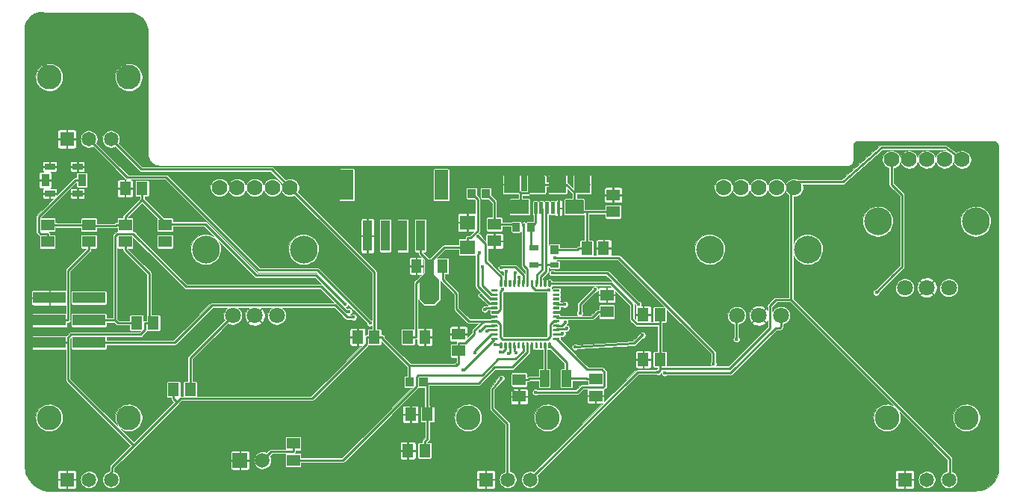
<source format=gbr>
G04 #@! TF.GenerationSoftware,KiCad,Pcbnew,(5.99.0-237-g608461437)*
G04 #@! TF.CreationDate,2019-11-16T14:33:28+00:00*
G04 #@! TF.ProjectId,knobs,6b6e6f62-732e-46b6-9963-61645f706362,rev?*
G04 #@! TF.SameCoordinates,Original*
G04 #@! TF.FileFunction,Copper,L2,Bot*
G04 #@! TF.FilePolarity,Positive*
%FSLAX46Y46*%
G04 Gerber Fmt 4.6, Leading zero omitted, Abs format (unit mm)*
G04 Created by KiCad (PCBNEW (5.99.0-237-g608461437)) date 2019-11-16 14:33:28*
%MOMM*%
%LPD*%
G04 APERTURE LIST*
%ADD10C,0.100000*%
%ADD11C,2.794000*%
%ADD12C,1.650000*%
%ADD13R,1.650000X1.650000*%
%ADD14C,1.100000*%
%ADD15R,1.150000X0.750000*%
%ADD16R,0.950000X1.400000*%
%ADD17C,5.000000*%
%ADD18C,0.280000*%
%ADD19C,0.800000*%
%ADD20C,1.778000*%
%ADD21C,3.150000*%
%ADD22C,1.800000*%
%ADD23R,1.500000X1.300000*%
%ADD24R,1.300000X1.500000*%
%ADD25C,0.950000*%
%ADD26R,3.683000X1.270000*%
%ADD27R,1.500000X3.400000*%
%ADD28R,1.000000X3.500000*%
%ADD29C,1.600000*%
%ADD30C,1.900000*%
%ADD31C,0.400000*%
%ADD32R,1.670000X1.670000*%
%ADD33C,1.670000*%
%ADD34C,0.600000*%
%ADD35C,1.000000*%
%ADD36R,1.800000X1.600000*%
%ADD37C,0.450000*%
%ADD38C,0.250000*%
%ADD39C,0.300000*%
%ADD40C,0.076200*%
G04 APERTURE END LIST*
D10*
G36*
X152591000Y-114679000D02*
G01*
X147541000Y-114679000D01*
X147541000Y-109629000D01*
X152591000Y-109629000D01*
X152591000Y-114679000D01*
G37*
G36*
X153891000Y-109489000D02*
G01*
X153251000Y-109489000D01*
X153166000Y-109404000D01*
X153251000Y-109319000D01*
X153891000Y-109319000D01*
X153891000Y-109489000D01*
G37*
G36*
X146966000Y-109404000D02*
G01*
X146881000Y-109489000D01*
X146241000Y-109489000D01*
X146241000Y-109319000D01*
X146881000Y-109319000D01*
X146966000Y-109404000D01*
G37*
G36*
X152901000Y-108969000D02*
G01*
X152816000Y-109054000D01*
X152731000Y-108969000D01*
X152731000Y-108329000D01*
X152901000Y-108329000D01*
X152901000Y-108969000D01*
G37*
G36*
X146966000Y-114904000D02*
G01*
X146881000Y-114989000D01*
X146241000Y-114989000D01*
X146241000Y-114819000D01*
X146881000Y-114819000D01*
X146966000Y-114904000D01*
G37*
G36*
X146966000Y-114404000D02*
G01*
X146881000Y-114489000D01*
X146241000Y-114489000D01*
X146241000Y-114319000D01*
X146881000Y-114319000D01*
X146966000Y-114404000D01*
G37*
G36*
X146966000Y-113904000D02*
G01*
X146881000Y-113989000D01*
X146241000Y-113989000D01*
X146241000Y-113819000D01*
X146881000Y-113819000D01*
X146966000Y-113904000D01*
G37*
G36*
X146966000Y-113404000D02*
G01*
X146881000Y-113489000D01*
X146241000Y-113489000D01*
X146241000Y-113319000D01*
X146881000Y-113319000D01*
X146966000Y-113404000D01*
G37*
G36*
X146966000Y-112904000D02*
G01*
X146881000Y-112989000D01*
X146241000Y-112989000D01*
X146241000Y-112819000D01*
X146881000Y-112819000D01*
X146966000Y-112904000D01*
G37*
G36*
X146966000Y-112404000D02*
G01*
X146881000Y-112489000D01*
X146241000Y-112489000D01*
X146241000Y-112319000D01*
X146881000Y-112319000D01*
X146966000Y-112404000D01*
G37*
G36*
X146966000Y-111904000D02*
G01*
X146881000Y-111989000D01*
X146241000Y-111989000D01*
X146241000Y-111819000D01*
X146881000Y-111819000D01*
X146966000Y-111904000D01*
G37*
G36*
X146966000Y-111404000D02*
G01*
X146881000Y-111489000D01*
X146241000Y-111489000D01*
X146241000Y-111319000D01*
X146881000Y-111319000D01*
X146966000Y-111404000D01*
G37*
G36*
X146966000Y-110904000D02*
G01*
X146881000Y-110989000D01*
X146241000Y-110989000D01*
X146241000Y-110819000D01*
X146881000Y-110819000D01*
X146966000Y-110904000D01*
G37*
G36*
X146966000Y-110404000D02*
G01*
X146881000Y-110489000D01*
X146241000Y-110489000D01*
X146241000Y-110319000D01*
X146881000Y-110319000D01*
X146966000Y-110404000D01*
G37*
G36*
X146966000Y-109904000D02*
G01*
X146881000Y-109989000D01*
X146241000Y-109989000D01*
X146241000Y-109819000D01*
X146881000Y-109819000D01*
X146966000Y-109904000D01*
G37*
G36*
X151901000Y-115339000D02*
G01*
X151901000Y-115979000D01*
X151731000Y-115979000D01*
X151731000Y-115339000D01*
X151816000Y-115254000D01*
X151901000Y-115339000D01*
G37*
G36*
X151401000Y-115339000D02*
G01*
X151401000Y-115979000D01*
X151231000Y-115979000D01*
X151231000Y-115339000D01*
X151316000Y-115254000D01*
X151401000Y-115339000D01*
G37*
G36*
X150901000Y-115339000D02*
G01*
X150901000Y-115979000D01*
X150731000Y-115979000D01*
X150731000Y-115339000D01*
X150816000Y-115254000D01*
X150901000Y-115339000D01*
G37*
G36*
X150401000Y-115339000D02*
G01*
X150401000Y-115979000D01*
X150231000Y-115979000D01*
X150231000Y-115339000D01*
X150316000Y-115254000D01*
X150401000Y-115339000D01*
G37*
G36*
X149901000Y-115339000D02*
G01*
X149901000Y-115979000D01*
X149731000Y-115979000D01*
X149731000Y-115339000D01*
X149816000Y-115254000D01*
X149901000Y-115339000D01*
G37*
G36*
X149401000Y-115339000D02*
G01*
X149401000Y-115979000D01*
X149231000Y-115979000D01*
X149231000Y-115339000D01*
X149316000Y-115254000D01*
X149401000Y-115339000D01*
G37*
G36*
X148901000Y-115339000D02*
G01*
X148901000Y-115979000D01*
X148731000Y-115979000D01*
X148731000Y-115339000D01*
X148816000Y-115254000D01*
X148901000Y-115339000D01*
G37*
G36*
X148401000Y-115339000D02*
G01*
X148401000Y-115979000D01*
X148231000Y-115979000D01*
X148231000Y-115339000D01*
X148316000Y-115254000D01*
X148401000Y-115339000D01*
G37*
G36*
X147901000Y-115339000D02*
G01*
X147901000Y-115979000D01*
X147731000Y-115979000D01*
X147731000Y-115339000D01*
X147816000Y-115254000D01*
X147901000Y-115339000D01*
G37*
G36*
X147401000Y-115339000D02*
G01*
X147401000Y-115979000D01*
X147231000Y-115979000D01*
X147231000Y-115339000D01*
X147316000Y-115254000D01*
X147401000Y-115339000D01*
G37*
G36*
X153891000Y-109989000D02*
G01*
X153251000Y-109989000D01*
X153166000Y-109904000D01*
X153251000Y-109819000D01*
X153891000Y-109819000D01*
X153891000Y-109989000D01*
G37*
G36*
X153891000Y-110489000D02*
G01*
X153251000Y-110489000D01*
X153166000Y-110404000D01*
X153251000Y-110319000D01*
X153891000Y-110319000D01*
X153891000Y-110489000D01*
G37*
G36*
X153891000Y-110989000D02*
G01*
X153251000Y-110989000D01*
X153166000Y-110904000D01*
X153251000Y-110819000D01*
X153891000Y-110819000D01*
X153891000Y-110989000D01*
G37*
G36*
X153891000Y-111489000D02*
G01*
X153251000Y-111489000D01*
X153166000Y-111404000D01*
X153251000Y-111319000D01*
X153891000Y-111319000D01*
X153891000Y-111489000D01*
G37*
G36*
X153891000Y-111989000D02*
G01*
X153251000Y-111989000D01*
X153166000Y-111904000D01*
X153251000Y-111819000D01*
X153891000Y-111819000D01*
X153891000Y-111989000D01*
G37*
G36*
X153891000Y-112489000D02*
G01*
X153251000Y-112489000D01*
X153166000Y-112404000D01*
X153251000Y-112319000D01*
X153891000Y-112319000D01*
X153891000Y-112489000D01*
G37*
G36*
X153891000Y-112989000D02*
G01*
X153251000Y-112989000D01*
X153166000Y-112904000D01*
X153251000Y-112819000D01*
X153891000Y-112819000D01*
X153891000Y-112989000D01*
G37*
G36*
X153891000Y-113489000D02*
G01*
X153251000Y-113489000D01*
X153166000Y-113404000D01*
X153251000Y-113319000D01*
X153891000Y-113319000D01*
X153891000Y-113489000D01*
G37*
G36*
X153891000Y-113989000D02*
G01*
X153251000Y-113989000D01*
X153166000Y-113904000D01*
X153251000Y-113819000D01*
X153891000Y-113819000D01*
X153891000Y-113989000D01*
G37*
G36*
X153891000Y-114489000D02*
G01*
X153251000Y-114489000D01*
X153166000Y-114404000D01*
X153251000Y-114319000D01*
X153891000Y-114319000D01*
X153891000Y-114489000D01*
G37*
G36*
X153891000Y-114989000D02*
G01*
X153251000Y-114989000D01*
X153166000Y-114904000D01*
X153251000Y-114819000D01*
X153891000Y-114819000D01*
X153891000Y-114989000D01*
G37*
G36*
X147401000Y-108969000D02*
G01*
X147316000Y-109054000D01*
X147231000Y-108969000D01*
X147231000Y-108329000D01*
X147401000Y-108329000D01*
X147401000Y-108969000D01*
G37*
G36*
X147901000Y-108969000D02*
G01*
X147816000Y-109054000D01*
X147731000Y-108969000D01*
X147731000Y-108329000D01*
X147901000Y-108329000D01*
X147901000Y-108969000D01*
G37*
G36*
X148401000Y-108969000D02*
G01*
X148316000Y-109054000D01*
X148231000Y-108969000D01*
X148231000Y-108329000D01*
X148401000Y-108329000D01*
X148401000Y-108969000D01*
G37*
G36*
X148901000Y-108969000D02*
G01*
X148816000Y-109054000D01*
X148731000Y-108969000D01*
X148731000Y-108329000D01*
X148901000Y-108329000D01*
X148901000Y-108969000D01*
G37*
G36*
X149401000Y-108969000D02*
G01*
X149316000Y-109054000D01*
X149231000Y-108969000D01*
X149231000Y-108329000D01*
X149401000Y-108329000D01*
X149401000Y-108969000D01*
G37*
G36*
X149901000Y-108969000D02*
G01*
X149816000Y-109054000D01*
X149731000Y-108969000D01*
X149731000Y-108329000D01*
X149901000Y-108329000D01*
X149901000Y-108969000D01*
G37*
G36*
X150401000Y-108969000D02*
G01*
X150316000Y-109054000D01*
X150231000Y-108969000D01*
X150231000Y-108329000D01*
X150401000Y-108329000D01*
X150401000Y-108969000D01*
G37*
G36*
X150901000Y-108969000D02*
G01*
X150816000Y-109054000D01*
X150731000Y-108969000D01*
X150731000Y-108329000D01*
X150901000Y-108329000D01*
X150901000Y-108969000D01*
G37*
G36*
X151401000Y-108969000D02*
G01*
X151316000Y-109054000D01*
X151231000Y-108969000D01*
X151231000Y-108329000D01*
X151401000Y-108329000D01*
X151401000Y-108969000D01*
G37*
G36*
X151901000Y-108969000D02*
G01*
X151816000Y-109054000D01*
X151731000Y-108969000D01*
X151731000Y-108329000D01*
X151901000Y-108329000D01*
X151901000Y-108969000D01*
G37*
G36*
X152401000Y-108969000D02*
G01*
X152316000Y-109054000D01*
X152231000Y-108969000D01*
X152231000Y-108329000D01*
X152401000Y-108329000D01*
X152401000Y-108969000D01*
G37*
G36*
X152401000Y-115339000D02*
G01*
X152401000Y-115979000D01*
X152231000Y-115979000D01*
X152231000Y-115339000D01*
X152316000Y-115254000D01*
X152401000Y-115339000D01*
G37*
G36*
X152901000Y-115339000D02*
G01*
X152901000Y-115979000D01*
X152731000Y-115979000D01*
X152731000Y-115339000D01*
X152816000Y-115254000D01*
X152901000Y-115339000D01*
G37*
G36*
X139692000Y-107608000D02*
G01*
X140292000Y-108208000D01*
X140292000Y-110408000D01*
X139692000Y-111008000D01*
X138692000Y-111008000D01*
X138092000Y-110408000D01*
X138092000Y-108208000D01*
X138692000Y-107608000D01*
X138692000Y-105908000D01*
X139692000Y-105908000D01*
X139692000Y-107608000D01*
G37*
D11*
X200080000Y-123842000D03*
X191080000Y-123842000D03*
D12*
X198080000Y-130842000D03*
X195580000Y-130842000D03*
D13*
X193080000Y-130842000D03*
D11*
X152583000Y-123842000D03*
X143583000Y-123842000D03*
D12*
X150583000Y-130842000D03*
X148083000Y-130842000D03*
D13*
X145583000Y-130842000D03*
D11*
X105086000Y-123842000D03*
X96086000Y-123842000D03*
D12*
X103086000Y-130842000D03*
X100586000Y-130842000D03*
D13*
X98086000Y-130842000D03*
D11*
X105086000Y-85276800D03*
X96086000Y-85276800D03*
D12*
X103086000Y-92276800D03*
X100586000Y-92276800D03*
D13*
X98086000Y-92276800D03*
D10*
G36*
X155263814Y-118443256D02*
G01*
X155269167Y-118446833D01*
X155272744Y-118452186D01*
X155274000Y-118458500D01*
X155274000Y-120325500D01*
X155272744Y-120331814D01*
X155269167Y-120337167D01*
X155263814Y-120340744D01*
X155257500Y-120342000D01*
X154190500Y-120342000D01*
X154184186Y-120340744D01*
X154178833Y-120337167D01*
X154175256Y-120331814D01*
X154174000Y-120325500D01*
X154174000Y-118458500D01*
X154175256Y-118452186D01*
X154178833Y-118446833D01*
X154184186Y-118443256D01*
X154190500Y-118442000D01*
X155257500Y-118442000D01*
X155263814Y-118443256D01*
G37*
D14*
X154724000Y-119392000D03*
D10*
G36*
X152763814Y-118443256D02*
G01*
X152769167Y-118446833D01*
X152772744Y-118452186D01*
X152774000Y-118458500D01*
X152774000Y-120325500D01*
X152772744Y-120331814D01*
X152769167Y-120337167D01*
X152763814Y-120340744D01*
X152757500Y-120342000D01*
X151690500Y-120342000D01*
X151684186Y-120340744D01*
X151678833Y-120337167D01*
X151675256Y-120331814D01*
X151674000Y-120325500D01*
X151674000Y-118458500D01*
X151675256Y-118452186D01*
X151678833Y-118446833D01*
X151684186Y-118443256D01*
X151690500Y-118442000D01*
X152757500Y-118442000D01*
X152763814Y-118443256D01*
G37*
D14*
X152224000Y-119392000D03*
D15*
X99286100Y-95389300D03*
X99286100Y-98439300D03*
X96136100Y-95389300D03*
X96136100Y-98439300D03*
D16*
X95636100Y-96914300D03*
X99786100Y-96914300D03*
D10*
G36*
X152519701Y-109659709D02*
G01*
X152544033Y-109675967D01*
X152560291Y-109700299D01*
X152566000Y-109729000D01*
X152566000Y-114579000D01*
X152560291Y-114607701D01*
X152544033Y-114632033D01*
X152519701Y-114648291D01*
X152491000Y-114654000D01*
X147641000Y-114654000D01*
X147612299Y-114648291D01*
X147587967Y-114632033D01*
X147571709Y-114607701D01*
X147566000Y-114579000D01*
X147566000Y-109729000D01*
X147571709Y-109700299D01*
X147587967Y-109675967D01*
X147612299Y-109659709D01*
X147641000Y-109654000D01*
X152491000Y-109654000D01*
X152519701Y-109659709D01*
G37*
D17*
X150066000Y-112154000D03*
D10*
G36*
X153913407Y-114764320D02*
G01*
X153914770Y-114765230D01*
X153915680Y-114766593D01*
X153916000Y-114768200D01*
X153916000Y-115039800D01*
X153915680Y-115041407D01*
X153914770Y-115042770D01*
X153913407Y-115043680D01*
X153911800Y-115044000D01*
X153270200Y-115044000D01*
X153268593Y-115043680D01*
X153267230Y-115042770D01*
X153266320Y-115041407D01*
X153266000Y-115039800D01*
X153266000Y-114768200D01*
X153266320Y-114766593D01*
X153267230Y-114765230D01*
X153268593Y-114764320D01*
X153270200Y-114764000D01*
X153911800Y-114764000D01*
X153913407Y-114764320D01*
G37*
D18*
X153591000Y-114904000D03*
D10*
G36*
X153913407Y-114264320D02*
G01*
X153914770Y-114265230D01*
X153915680Y-114266593D01*
X153916000Y-114268200D01*
X153916000Y-114539800D01*
X153915680Y-114541407D01*
X153914770Y-114542770D01*
X153913407Y-114543680D01*
X153911800Y-114544000D01*
X153270200Y-114544000D01*
X153268593Y-114543680D01*
X153267230Y-114542770D01*
X153266320Y-114541407D01*
X153266000Y-114539800D01*
X153266000Y-114268200D01*
X153266320Y-114266593D01*
X153267230Y-114265230D01*
X153268593Y-114264320D01*
X153270200Y-114264000D01*
X153911800Y-114264000D01*
X153913407Y-114264320D01*
G37*
D18*
X153591000Y-114404000D03*
D10*
G36*
X153913407Y-113764320D02*
G01*
X153914770Y-113765230D01*
X153915680Y-113766593D01*
X153916000Y-113768200D01*
X153916000Y-114039800D01*
X153915680Y-114041407D01*
X153914770Y-114042770D01*
X153913407Y-114043680D01*
X153911800Y-114044000D01*
X153270200Y-114044000D01*
X153268593Y-114043680D01*
X153267230Y-114042770D01*
X153266320Y-114041407D01*
X153266000Y-114039800D01*
X153266000Y-113768200D01*
X153266320Y-113766593D01*
X153267230Y-113765230D01*
X153268593Y-113764320D01*
X153270200Y-113764000D01*
X153911800Y-113764000D01*
X153913407Y-113764320D01*
G37*
D18*
X153591000Y-113904000D03*
D10*
G36*
X153913407Y-113264320D02*
G01*
X153914770Y-113265230D01*
X153915680Y-113266593D01*
X153916000Y-113268200D01*
X153916000Y-113539800D01*
X153915680Y-113541407D01*
X153914770Y-113542770D01*
X153913407Y-113543680D01*
X153911800Y-113544000D01*
X153270200Y-113544000D01*
X153268593Y-113543680D01*
X153267230Y-113542770D01*
X153266320Y-113541407D01*
X153266000Y-113539800D01*
X153266000Y-113268200D01*
X153266320Y-113266593D01*
X153267230Y-113265230D01*
X153268593Y-113264320D01*
X153270200Y-113264000D01*
X153911800Y-113264000D01*
X153913407Y-113264320D01*
G37*
D18*
X153591000Y-113404000D03*
D10*
G36*
X153913407Y-112764320D02*
G01*
X153914770Y-112765230D01*
X153915680Y-112766593D01*
X153916000Y-112768200D01*
X153916000Y-113039800D01*
X153915680Y-113041407D01*
X153914770Y-113042770D01*
X153913407Y-113043680D01*
X153911800Y-113044000D01*
X153270200Y-113044000D01*
X153268593Y-113043680D01*
X153267230Y-113042770D01*
X153266320Y-113041407D01*
X153266000Y-113039800D01*
X153266000Y-112768200D01*
X153266320Y-112766593D01*
X153267230Y-112765230D01*
X153268593Y-112764320D01*
X153270200Y-112764000D01*
X153911800Y-112764000D01*
X153913407Y-112764320D01*
G37*
D18*
X153591000Y-112904000D03*
D10*
G36*
X153913407Y-112264320D02*
G01*
X153914770Y-112265230D01*
X153915680Y-112266593D01*
X153916000Y-112268200D01*
X153916000Y-112539800D01*
X153915680Y-112541407D01*
X153914770Y-112542770D01*
X153913407Y-112543680D01*
X153911800Y-112544000D01*
X153270200Y-112544000D01*
X153268593Y-112543680D01*
X153267230Y-112542770D01*
X153266320Y-112541407D01*
X153266000Y-112539800D01*
X153266000Y-112268200D01*
X153266320Y-112266593D01*
X153267230Y-112265230D01*
X153268593Y-112264320D01*
X153270200Y-112264000D01*
X153911800Y-112264000D01*
X153913407Y-112264320D01*
G37*
D18*
X153591000Y-112404000D03*
D10*
G36*
X153913407Y-111764320D02*
G01*
X153914770Y-111765230D01*
X153915680Y-111766593D01*
X153916000Y-111768200D01*
X153916000Y-112039800D01*
X153915680Y-112041407D01*
X153914770Y-112042770D01*
X153913407Y-112043680D01*
X153911800Y-112044000D01*
X153270200Y-112044000D01*
X153268593Y-112043680D01*
X153267230Y-112042770D01*
X153266320Y-112041407D01*
X153266000Y-112039800D01*
X153266000Y-111768200D01*
X153266320Y-111766593D01*
X153267230Y-111765230D01*
X153268593Y-111764320D01*
X153270200Y-111764000D01*
X153911800Y-111764000D01*
X153913407Y-111764320D01*
G37*
D18*
X153591000Y-111904000D03*
D10*
G36*
X153913407Y-111264320D02*
G01*
X153914770Y-111265230D01*
X153915680Y-111266593D01*
X153916000Y-111268200D01*
X153916000Y-111539800D01*
X153915680Y-111541407D01*
X153914770Y-111542770D01*
X153913407Y-111543680D01*
X153911800Y-111544000D01*
X153270200Y-111544000D01*
X153268593Y-111543680D01*
X153267230Y-111542770D01*
X153266320Y-111541407D01*
X153266000Y-111539800D01*
X153266000Y-111268200D01*
X153266320Y-111266593D01*
X153267230Y-111265230D01*
X153268593Y-111264320D01*
X153270200Y-111264000D01*
X153911800Y-111264000D01*
X153913407Y-111264320D01*
G37*
D18*
X153591000Y-111404000D03*
D10*
G36*
X153913407Y-110764320D02*
G01*
X153914770Y-110765230D01*
X153915680Y-110766593D01*
X153916000Y-110768200D01*
X153916000Y-111039800D01*
X153915680Y-111041407D01*
X153914770Y-111042770D01*
X153913407Y-111043680D01*
X153911800Y-111044000D01*
X153270200Y-111044000D01*
X153268593Y-111043680D01*
X153267230Y-111042770D01*
X153266320Y-111041407D01*
X153266000Y-111039800D01*
X153266000Y-110768200D01*
X153266320Y-110766593D01*
X153267230Y-110765230D01*
X153268593Y-110764320D01*
X153270200Y-110764000D01*
X153911800Y-110764000D01*
X153913407Y-110764320D01*
G37*
D18*
X153591000Y-110904000D03*
D10*
G36*
X153913407Y-110264320D02*
G01*
X153914770Y-110265230D01*
X153915680Y-110266593D01*
X153916000Y-110268200D01*
X153916000Y-110539800D01*
X153915680Y-110541407D01*
X153914770Y-110542770D01*
X153913407Y-110543680D01*
X153911800Y-110544000D01*
X153270200Y-110544000D01*
X153268593Y-110543680D01*
X153267230Y-110542770D01*
X153266320Y-110541407D01*
X153266000Y-110539800D01*
X153266000Y-110268200D01*
X153266320Y-110266593D01*
X153267230Y-110265230D01*
X153268593Y-110264320D01*
X153270200Y-110264000D01*
X153911800Y-110264000D01*
X153913407Y-110264320D01*
G37*
D18*
X153591000Y-110404000D03*
D10*
G36*
X153913407Y-109764320D02*
G01*
X153914770Y-109765230D01*
X153915680Y-109766593D01*
X153916000Y-109768200D01*
X153916000Y-110039800D01*
X153915680Y-110041407D01*
X153914770Y-110042770D01*
X153913407Y-110043680D01*
X153911800Y-110044000D01*
X153270200Y-110044000D01*
X153268593Y-110043680D01*
X153267230Y-110042770D01*
X153266320Y-110041407D01*
X153266000Y-110039800D01*
X153266000Y-109768200D01*
X153266320Y-109766593D01*
X153267230Y-109765230D01*
X153268593Y-109764320D01*
X153270200Y-109764000D01*
X153911800Y-109764000D01*
X153913407Y-109764320D01*
G37*
D18*
X153591000Y-109904000D03*
D10*
G36*
X153913407Y-109264320D02*
G01*
X153914770Y-109265230D01*
X153915680Y-109266593D01*
X153916000Y-109268200D01*
X153916000Y-109539800D01*
X153915680Y-109541407D01*
X153914770Y-109542770D01*
X153913407Y-109543680D01*
X153911800Y-109544000D01*
X153270200Y-109544000D01*
X153268593Y-109543680D01*
X153267230Y-109542770D01*
X153266320Y-109541407D01*
X153266000Y-109539800D01*
X153266000Y-109268200D01*
X153266320Y-109266593D01*
X153267230Y-109265230D01*
X153268593Y-109264320D01*
X153270200Y-109264000D01*
X153911800Y-109264000D01*
X153913407Y-109264320D01*
G37*
D18*
X153591000Y-109404000D03*
D10*
G36*
X152953407Y-108304320D02*
G01*
X152954770Y-108305230D01*
X152955680Y-108306593D01*
X152956000Y-108308200D01*
X152956000Y-108949800D01*
X152955680Y-108951407D01*
X152954770Y-108952770D01*
X152953407Y-108953680D01*
X152951800Y-108954000D01*
X152680200Y-108954000D01*
X152678593Y-108953680D01*
X152677230Y-108952770D01*
X152676320Y-108951407D01*
X152676000Y-108949800D01*
X152676000Y-108308200D01*
X152676320Y-108306593D01*
X152677230Y-108305230D01*
X152678593Y-108304320D01*
X152680200Y-108304000D01*
X152951800Y-108304000D01*
X152953407Y-108304320D01*
G37*
D18*
X152816000Y-108629000D03*
D10*
G36*
X152453407Y-108304320D02*
G01*
X152454770Y-108305230D01*
X152455680Y-108306593D01*
X152456000Y-108308200D01*
X152456000Y-108949800D01*
X152455680Y-108951407D01*
X152454770Y-108952770D01*
X152453407Y-108953680D01*
X152451800Y-108954000D01*
X152180200Y-108954000D01*
X152178593Y-108953680D01*
X152177230Y-108952770D01*
X152176320Y-108951407D01*
X152176000Y-108949800D01*
X152176000Y-108308200D01*
X152176320Y-108306593D01*
X152177230Y-108305230D01*
X152178593Y-108304320D01*
X152180200Y-108304000D01*
X152451800Y-108304000D01*
X152453407Y-108304320D01*
G37*
D18*
X152316000Y-108629000D03*
D10*
G36*
X151953407Y-108304320D02*
G01*
X151954770Y-108305230D01*
X151955680Y-108306593D01*
X151956000Y-108308200D01*
X151956000Y-108949800D01*
X151955680Y-108951407D01*
X151954770Y-108952770D01*
X151953407Y-108953680D01*
X151951800Y-108954000D01*
X151680200Y-108954000D01*
X151678593Y-108953680D01*
X151677230Y-108952770D01*
X151676320Y-108951407D01*
X151676000Y-108949800D01*
X151676000Y-108308200D01*
X151676320Y-108306593D01*
X151677230Y-108305230D01*
X151678593Y-108304320D01*
X151680200Y-108304000D01*
X151951800Y-108304000D01*
X151953407Y-108304320D01*
G37*
D18*
X151816000Y-108629000D03*
D10*
G36*
X151453407Y-108304320D02*
G01*
X151454770Y-108305230D01*
X151455680Y-108306593D01*
X151456000Y-108308200D01*
X151456000Y-108949800D01*
X151455680Y-108951407D01*
X151454770Y-108952770D01*
X151453407Y-108953680D01*
X151451800Y-108954000D01*
X151180200Y-108954000D01*
X151178593Y-108953680D01*
X151177230Y-108952770D01*
X151176320Y-108951407D01*
X151176000Y-108949800D01*
X151176000Y-108308200D01*
X151176320Y-108306593D01*
X151177230Y-108305230D01*
X151178593Y-108304320D01*
X151180200Y-108304000D01*
X151451800Y-108304000D01*
X151453407Y-108304320D01*
G37*
D18*
X151316000Y-108629000D03*
D10*
G36*
X150953407Y-108304320D02*
G01*
X150954770Y-108305230D01*
X150955680Y-108306593D01*
X150956000Y-108308200D01*
X150956000Y-108949800D01*
X150955680Y-108951407D01*
X150954770Y-108952770D01*
X150953407Y-108953680D01*
X150951800Y-108954000D01*
X150680200Y-108954000D01*
X150678593Y-108953680D01*
X150677230Y-108952770D01*
X150676320Y-108951407D01*
X150676000Y-108949800D01*
X150676000Y-108308200D01*
X150676320Y-108306593D01*
X150677230Y-108305230D01*
X150678593Y-108304320D01*
X150680200Y-108304000D01*
X150951800Y-108304000D01*
X150953407Y-108304320D01*
G37*
D18*
X150816000Y-108629000D03*
D10*
G36*
X150453407Y-108304320D02*
G01*
X150454770Y-108305230D01*
X150455680Y-108306593D01*
X150456000Y-108308200D01*
X150456000Y-108949800D01*
X150455680Y-108951407D01*
X150454770Y-108952770D01*
X150453407Y-108953680D01*
X150451800Y-108954000D01*
X150180200Y-108954000D01*
X150178593Y-108953680D01*
X150177230Y-108952770D01*
X150176320Y-108951407D01*
X150176000Y-108949800D01*
X150176000Y-108308200D01*
X150176320Y-108306593D01*
X150177230Y-108305230D01*
X150178593Y-108304320D01*
X150180200Y-108304000D01*
X150451800Y-108304000D01*
X150453407Y-108304320D01*
G37*
D18*
X150316000Y-108629000D03*
D10*
G36*
X149953407Y-108304320D02*
G01*
X149954770Y-108305230D01*
X149955680Y-108306593D01*
X149956000Y-108308200D01*
X149956000Y-108949800D01*
X149955680Y-108951407D01*
X149954770Y-108952770D01*
X149953407Y-108953680D01*
X149951800Y-108954000D01*
X149680200Y-108954000D01*
X149678593Y-108953680D01*
X149677230Y-108952770D01*
X149676320Y-108951407D01*
X149676000Y-108949800D01*
X149676000Y-108308200D01*
X149676320Y-108306593D01*
X149677230Y-108305230D01*
X149678593Y-108304320D01*
X149680200Y-108304000D01*
X149951800Y-108304000D01*
X149953407Y-108304320D01*
G37*
D18*
X149816000Y-108629000D03*
D10*
G36*
X149453407Y-108304320D02*
G01*
X149454770Y-108305230D01*
X149455680Y-108306593D01*
X149456000Y-108308200D01*
X149456000Y-108949800D01*
X149455680Y-108951407D01*
X149454770Y-108952770D01*
X149453407Y-108953680D01*
X149451800Y-108954000D01*
X149180200Y-108954000D01*
X149178593Y-108953680D01*
X149177230Y-108952770D01*
X149176320Y-108951407D01*
X149176000Y-108949800D01*
X149176000Y-108308200D01*
X149176320Y-108306593D01*
X149177230Y-108305230D01*
X149178593Y-108304320D01*
X149180200Y-108304000D01*
X149451800Y-108304000D01*
X149453407Y-108304320D01*
G37*
D18*
X149316000Y-108629000D03*
D10*
G36*
X148953407Y-108304320D02*
G01*
X148954770Y-108305230D01*
X148955680Y-108306593D01*
X148956000Y-108308200D01*
X148956000Y-108949800D01*
X148955680Y-108951407D01*
X148954770Y-108952770D01*
X148953407Y-108953680D01*
X148951800Y-108954000D01*
X148680200Y-108954000D01*
X148678593Y-108953680D01*
X148677230Y-108952770D01*
X148676320Y-108951407D01*
X148676000Y-108949800D01*
X148676000Y-108308200D01*
X148676320Y-108306593D01*
X148677230Y-108305230D01*
X148678593Y-108304320D01*
X148680200Y-108304000D01*
X148951800Y-108304000D01*
X148953407Y-108304320D01*
G37*
D18*
X148816000Y-108629000D03*
D10*
G36*
X148453407Y-108304320D02*
G01*
X148454770Y-108305230D01*
X148455680Y-108306593D01*
X148456000Y-108308200D01*
X148456000Y-108949800D01*
X148455680Y-108951407D01*
X148454770Y-108952770D01*
X148453407Y-108953680D01*
X148451800Y-108954000D01*
X148180200Y-108954000D01*
X148178593Y-108953680D01*
X148177230Y-108952770D01*
X148176320Y-108951407D01*
X148176000Y-108949800D01*
X148176000Y-108308200D01*
X148176320Y-108306593D01*
X148177230Y-108305230D01*
X148178593Y-108304320D01*
X148180200Y-108304000D01*
X148451800Y-108304000D01*
X148453407Y-108304320D01*
G37*
D18*
X148316000Y-108629000D03*
D10*
G36*
X147953407Y-108304320D02*
G01*
X147954770Y-108305230D01*
X147955680Y-108306593D01*
X147956000Y-108308200D01*
X147956000Y-108949800D01*
X147955680Y-108951407D01*
X147954770Y-108952770D01*
X147953407Y-108953680D01*
X147951800Y-108954000D01*
X147680200Y-108954000D01*
X147678593Y-108953680D01*
X147677230Y-108952770D01*
X147676320Y-108951407D01*
X147676000Y-108949800D01*
X147676000Y-108308200D01*
X147676320Y-108306593D01*
X147677230Y-108305230D01*
X147678593Y-108304320D01*
X147680200Y-108304000D01*
X147951800Y-108304000D01*
X147953407Y-108304320D01*
G37*
D18*
X147816000Y-108629000D03*
D10*
G36*
X147453407Y-108304320D02*
G01*
X147454770Y-108305230D01*
X147455680Y-108306593D01*
X147456000Y-108308200D01*
X147456000Y-108949800D01*
X147455680Y-108951407D01*
X147454770Y-108952770D01*
X147453407Y-108953680D01*
X147451800Y-108954000D01*
X147180200Y-108954000D01*
X147178593Y-108953680D01*
X147177230Y-108952770D01*
X147176320Y-108951407D01*
X147176000Y-108949800D01*
X147176000Y-108308200D01*
X147176320Y-108306593D01*
X147177230Y-108305230D01*
X147178593Y-108304320D01*
X147180200Y-108304000D01*
X147451800Y-108304000D01*
X147453407Y-108304320D01*
G37*
D18*
X147316000Y-108629000D03*
D10*
G36*
X146863407Y-109264320D02*
G01*
X146864770Y-109265230D01*
X146865680Y-109266593D01*
X146866000Y-109268200D01*
X146866000Y-109539800D01*
X146865680Y-109541407D01*
X146864770Y-109542770D01*
X146863407Y-109543680D01*
X146861800Y-109544000D01*
X146220200Y-109544000D01*
X146218593Y-109543680D01*
X146217230Y-109542770D01*
X146216320Y-109541407D01*
X146216000Y-109539800D01*
X146216000Y-109268200D01*
X146216320Y-109266593D01*
X146217230Y-109265230D01*
X146218593Y-109264320D01*
X146220200Y-109264000D01*
X146861800Y-109264000D01*
X146863407Y-109264320D01*
G37*
D18*
X146541000Y-109404000D03*
D10*
G36*
X146863407Y-109764320D02*
G01*
X146864770Y-109765230D01*
X146865680Y-109766593D01*
X146866000Y-109768200D01*
X146866000Y-110039800D01*
X146865680Y-110041407D01*
X146864770Y-110042770D01*
X146863407Y-110043680D01*
X146861800Y-110044000D01*
X146220200Y-110044000D01*
X146218593Y-110043680D01*
X146217230Y-110042770D01*
X146216320Y-110041407D01*
X146216000Y-110039800D01*
X146216000Y-109768200D01*
X146216320Y-109766593D01*
X146217230Y-109765230D01*
X146218593Y-109764320D01*
X146220200Y-109764000D01*
X146861800Y-109764000D01*
X146863407Y-109764320D01*
G37*
D18*
X146541000Y-109904000D03*
D10*
G36*
X146863407Y-110264320D02*
G01*
X146864770Y-110265230D01*
X146865680Y-110266593D01*
X146866000Y-110268200D01*
X146866000Y-110539800D01*
X146865680Y-110541407D01*
X146864770Y-110542770D01*
X146863407Y-110543680D01*
X146861800Y-110544000D01*
X146220200Y-110544000D01*
X146218593Y-110543680D01*
X146217230Y-110542770D01*
X146216320Y-110541407D01*
X146216000Y-110539800D01*
X146216000Y-110268200D01*
X146216320Y-110266593D01*
X146217230Y-110265230D01*
X146218593Y-110264320D01*
X146220200Y-110264000D01*
X146861800Y-110264000D01*
X146863407Y-110264320D01*
G37*
D18*
X146541000Y-110404000D03*
D10*
G36*
X146863407Y-110764320D02*
G01*
X146864770Y-110765230D01*
X146865680Y-110766593D01*
X146866000Y-110768200D01*
X146866000Y-111039800D01*
X146865680Y-111041407D01*
X146864770Y-111042770D01*
X146863407Y-111043680D01*
X146861800Y-111044000D01*
X146220200Y-111044000D01*
X146218593Y-111043680D01*
X146217230Y-111042770D01*
X146216320Y-111041407D01*
X146216000Y-111039800D01*
X146216000Y-110768200D01*
X146216320Y-110766593D01*
X146217230Y-110765230D01*
X146218593Y-110764320D01*
X146220200Y-110764000D01*
X146861800Y-110764000D01*
X146863407Y-110764320D01*
G37*
D18*
X146541000Y-110904000D03*
D10*
G36*
X146863407Y-111264320D02*
G01*
X146864770Y-111265230D01*
X146865680Y-111266593D01*
X146866000Y-111268200D01*
X146866000Y-111539800D01*
X146865680Y-111541407D01*
X146864770Y-111542770D01*
X146863407Y-111543680D01*
X146861800Y-111544000D01*
X146220200Y-111544000D01*
X146218593Y-111543680D01*
X146217230Y-111542770D01*
X146216320Y-111541407D01*
X146216000Y-111539800D01*
X146216000Y-111268200D01*
X146216320Y-111266593D01*
X146217230Y-111265230D01*
X146218593Y-111264320D01*
X146220200Y-111264000D01*
X146861800Y-111264000D01*
X146863407Y-111264320D01*
G37*
D18*
X146541000Y-111404000D03*
D10*
G36*
X146863407Y-111764320D02*
G01*
X146864770Y-111765230D01*
X146865680Y-111766593D01*
X146866000Y-111768200D01*
X146866000Y-112039800D01*
X146865680Y-112041407D01*
X146864770Y-112042770D01*
X146863407Y-112043680D01*
X146861800Y-112044000D01*
X146220200Y-112044000D01*
X146218593Y-112043680D01*
X146217230Y-112042770D01*
X146216320Y-112041407D01*
X146216000Y-112039800D01*
X146216000Y-111768200D01*
X146216320Y-111766593D01*
X146217230Y-111765230D01*
X146218593Y-111764320D01*
X146220200Y-111764000D01*
X146861800Y-111764000D01*
X146863407Y-111764320D01*
G37*
D18*
X146541000Y-111904000D03*
D10*
G36*
X146863407Y-112264320D02*
G01*
X146864770Y-112265230D01*
X146865680Y-112266593D01*
X146866000Y-112268200D01*
X146866000Y-112539800D01*
X146865680Y-112541407D01*
X146864770Y-112542770D01*
X146863407Y-112543680D01*
X146861800Y-112544000D01*
X146220200Y-112544000D01*
X146218593Y-112543680D01*
X146217230Y-112542770D01*
X146216320Y-112541407D01*
X146216000Y-112539800D01*
X146216000Y-112268200D01*
X146216320Y-112266593D01*
X146217230Y-112265230D01*
X146218593Y-112264320D01*
X146220200Y-112264000D01*
X146861800Y-112264000D01*
X146863407Y-112264320D01*
G37*
D18*
X146541000Y-112404000D03*
D10*
G36*
X146863407Y-112764320D02*
G01*
X146864770Y-112765230D01*
X146865680Y-112766593D01*
X146866000Y-112768200D01*
X146866000Y-113039800D01*
X146865680Y-113041407D01*
X146864770Y-113042770D01*
X146863407Y-113043680D01*
X146861800Y-113044000D01*
X146220200Y-113044000D01*
X146218593Y-113043680D01*
X146217230Y-113042770D01*
X146216320Y-113041407D01*
X146216000Y-113039800D01*
X146216000Y-112768200D01*
X146216320Y-112766593D01*
X146217230Y-112765230D01*
X146218593Y-112764320D01*
X146220200Y-112764000D01*
X146861800Y-112764000D01*
X146863407Y-112764320D01*
G37*
D18*
X146541000Y-112904000D03*
D10*
G36*
X146863407Y-113264320D02*
G01*
X146864770Y-113265230D01*
X146865680Y-113266593D01*
X146866000Y-113268200D01*
X146866000Y-113539800D01*
X146865680Y-113541407D01*
X146864770Y-113542770D01*
X146863407Y-113543680D01*
X146861800Y-113544000D01*
X146220200Y-113544000D01*
X146218593Y-113543680D01*
X146217230Y-113542770D01*
X146216320Y-113541407D01*
X146216000Y-113539800D01*
X146216000Y-113268200D01*
X146216320Y-113266593D01*
X146217230Y-113265230D01*
X146218593Y-113264320D01*
X146220200Y-113264000D01*
X146861800Y-113264000D01*
X146863407Y-113264320D01*
G37*
D18*
X146541000Y-113404000D03*
D10*
G36*
X146863407Y-113764320D02*
G01*
X146864770Y-113765230D01*
X146865680Y-113766593D01*
X146866000Y-113768200D01*
X146866000Y-114039800D01*
X146865680Y-114041407D01*
X146864770Y-114042770D01*
X146863407Y-114043680D01*
X146861800Y-114044000D01*
X146220200Y-114044000D01*
X146218593Y-114043680D01*
X146217230Y-114042770D01*
X146216320Y-114041407D01*
X146216000Y-114039800D01*
X146216000Y-113768200D01*
X146216320Y-113766593D01*
X146217230Y-113765230D01*
X146218593Y-113764320D01*
X146220200Y-113764000D01*
X146861800Y-113764000D01*
X146863407Y-113764320D01*
G37*
D18*
X146541000Y-113904000D03*
D10*
G36*
X146863407Y-114264320D02*
G01*
X146864770Y-114265230D01*
X146865680Y-114266593D01*
X146866000Y-114268200D01*
X146866000Y-114539800D01*
X146865680Y-114541407D01*
X146864770Y-114542770D01*
X146863407Y-114543680D01*
X146861800Y-114544000D01*
X146220200Y-114544000D01*
X146218593Y-114543680D01*
X146217230Y-114542770D01*
X146216320Y-114541407D01*
X146216000Y-114539800D01*
X146216000Y-114268200D01*
X146216320Y-114266593D01*
X146217230Y-114265230D01*
X146218593Y-114264320D01*
X146220200Y-114264000D01*
X146861800Y-114264000D01*
X146863407Y-114264320D01*
G37*
D18*
X146541000Y-114404000D03*
D10*
G36*
X146863407Y-114764320D02*
G01*
X146864770Y-114765230D01*
X146865680Y-114766593D01*
X146866000Y-114768200D01*
X146866000Y-115039800D01*
X146865680Y-115041407D01*
X146864770Y-115042770D01*
X146863407Y-115043680D01*
X146861800Y-115044000D01*
X146220200Y-115044000D01*
X146218593Y-115043680D01*
X146217230Y-115042770D01*
X146216320Y-115041407D01*
X146216000Y-115039800D01*
X146216000Y-114768200D01*
X146216320Y-114766593D01*
X146217230Y-114765230D01*
X146218593Y-114764320D01*
X146220200Y-114764000D01*
X146861800Y-114764000D01*
X146863407Y-114764320D01*
G37*
D18*
X146541000Y-114904000D03*
D10*
G36*
X147453407Y-115354320D02*
G01*
X147454770Y-115355230D01*
X147455680Y-115356593D01*
X147456000Y-115358200D01*
X147456000Y-115999800D01*
X147455680Y-116001407D01*
X147454770Y-116002770D01*
X147453407Y-116003680D01*
X147451800Y-116004000D01*
X147180200Y-116004000D01*
X147178593Y-116003680D01*
X147177230Y-116002770D01*
X147176320Y-116001407D01*
X147176000Y-115999800D01*
X147176000Y-115358200D01*
X147176320Y-115356593D01*
X147177230Y-115355230D01*
X147178593Y-115354320D01*
X147180200Y-115354000D01*
X147451800Y-115354000D01*
X147453407Y-115354320D01*
G37*
D18*
X147316000Y-115679000D03*
D10*
G36*
X147953407Y-115354320D02*
G01*
X147954770Y-115355230D01*
X147955680Y-115356593D01*
X147956000Y-115358200D01*
X147956000Y-115999800D01*
X147955680Y-116001407D01*
X147954770Y-116002770D01*
X147953407Y-116003680D01*
X147951800Y-116004000D01*
X147680200Y-116004000D01*
X147678593Y-116003680D01*
X147677230Y-116002770D01*
X147676320Y-116001407D01*
X147676000Y-115999800D01*
X147676000Y-115358200D01*
X147676320Y-115356593D01*
X147677230Y-115355230D01*
X147678593Y-115354320D01*
X147680200Y-115354000D01*
X147951800Y-115354000D01*
X147953407Y-115354320D01*
G37*
D18*
X147816000Y-115679000D03*
D10*
G36*
X148453407Y-115354320D02*
G01*
X148454770Y-115355230D01*
X148455680Y-115356593D01*
X148456000Y-115358200D01*
X148456000Y-115999800D01*
X148455680Y-116001407D01*
X148454770Y-116002770D01*
X148453407Y-116003680D01*
X148451800Y-116004000D01*
X148180200Y-116004000D01*
X148178593Y-116003680D01*
X148177230Y-116002770D01*
X148176320Y-116001407D01*
X148176000Y-115999800D01*
X148176000Y-115358200D01*
X148176320Y-115356593D01*
X148177230Y-115355230D01*
X148178593Y-115354320D01*
X148180200Y-115354000D01*
X148451800Y-115354000D01*
X148453407Y-115354320D01*
G37*
D18*
X148316000Y-115679000D03*
D10*
G36*
X148953407Y-115354320D02*
G01*
X148954770Y-115355230D01*
X148955680Y-115356593D01*
X148956000Y-115358200D01*
X148956000Y-115999800D01*
X148955680Y-116001407D01*
X148954770Y-116002770D01*
X148953407Y-116003680D01*
X148951800Y-116004000D01*
X148680200Y-116004000D01*
X148678593Y-116003680D01*
X148677230Y-116002770D01*
X148676320Y-116001407D01*
X148676000Y-115999800D01*
X148676000Y-115358200D01*
X148676320Y-115356593D01*
X148677230Y-115355230D01*
X148678593Y-115354320D01*
X148680200Y-115354000D01*
X148951800Y-115354000D01*
X148953407Y-115354320D01*
G37*
D18*
X148816000Y-115679000D03*
D10*
G36*
X149453407Y-115354320D02*
G01*
X149454770Y-115355230D01*
X149455680Y-115356593D01*
X149456000Y-115358200D01*
X149456000Y-115999800D01*
X149455680Y-116001407D01*
X149454770Y-116002770D01*
X149453407Y-116003680D01*
X149451800Y-116004000D01*
X149180200Y-116004000D01*
X149178593Y-116003680D01*
X149177230Y-116002770D01*
X149176320Y-116001407D01*
X149176000Y-115999800D01*
X149176000Y-115358200D01*
X149176320Y-115356593D01*
X149177230Y-115355230D01*
X149178593Y-115354320D01*
X149180200Y-115354000D01*
X149451800Y-115354000D01*
X149453407Y-115354320D01*
G37*
D18*
X149316000Y-115679000D03*
D10*
G36*
X149953407Y-115354320D02*
G01*
X149954770Y-115355230D01*
X149955680Y-115356593D01*
X149956000Y-115358200D01*
X149956000Y-115999800D01*
X149955680Y-116001407D01*
X149954770Y-116002770D01*
X149953407Y-116003680D01*
X149951800Y-116004000D01*
X149680200Y-116004000D01*
X149678593Y-116003680D01*
X149677230Y-116002770D01*
X149676320Y-116001407D01*
X149676000Y-115999800D01*
X149676000Y-115358200D01*
X149676320Y-115356593D01*
X149677230Y-115355230D01*
X149678593Y-115354320D01*
X149680200Y-115354000D01*
X149951800Y-115354000D01*
X149953407Y-115354320D01*
G37*
D18*
X149816000Y-115679000D03*
D10*
G36*
X150453407Y-115354320D02*
G01*
X150454770Y-115355230D01*
X150455680Y-115356593D01*
X150456000Y-115358200D01*
X150456000Y-115999800D01*
X150455680Y-116001407D01*
X150454770Y-116002770D01*
X150453407Y-116003680D01*
X150451800Y-116004000D01*
X150180200Y-116004000D01*
X150178593Y-116003680D01*
X150177230Y-116002770D01*
X150176320Y-116001407D01*
X150176000Y-115999800D01*
X150176000Y-115358200D01*
X150176320Y-115356593D01*
X150177230Y-115355230D01*
X150178593Y-115354320D01*
X150180200Y-115354000D01*
X150451800Y-115354000D01*
X150453407Y-115354320D01*
G37*
D18*
X150316000Y-115679000D03*
D10*
G36*
X150953407Y-115354320D02*
G01*
X150954770Y-115355230D01*
X150955680Y-115356593D01*
X150956000Y-115358200D01*
X150956000Y-115999800D01*
X150955680Y-116001407D01*
X150954770Y-116002770D01*
X150953407Y-116003680D01*
X150951800Y-116004000D01*
X150680200Y-116004000D01*
X150678593Y-116003680D01*
X150677230Y-116002770D01*
X150676320Y-116001407D01*
X150676000Y-115999800D01*
X150676000Y-115358200D01*
X150676320Y-115356593D01*
X150677230Y-115355230D01*
X150678593Y-115354320D01*
X150680200Y-115354000D01*
X150951800Y-115354000D01*
X150953407Y-115354320D01*
G37*
D18*
X150816000Y-115679000D03*
D10*
G36*
X151453407Y-115354320D02*
G01*
X151454770Y-115355230D01*
X151455680Y-115356593D01*
X151456000Y-115358200D01*
X151456000Y-115999800D01*
X151455680Y-116001407D01*
X151454770Y-116002770D01*
X151453407Y-116003680D01*
X151451800Y-116004000D01*
X151180200Y-116004000D01*
X151178593Y-116003680D01*
X151177230Y-116002770D01*
X151176320Y-116001407D01*
X151176000Y-115999800D01*
X151176000Y-115358200D01*
X151176320Y-115356593D01*
X151177230Y-115355230D01*
X151178593Y-115354320D01*
X151180200Y-115354000D01*
X151451800Y-115354000D01*
X151453407Y-115354320D01*
G37*
D18*
X151316000Y-115679000D03*
D10*
G36*
X151953407Y-115354320D02*
G01*
X151954770Y-115355230D01*
X151955680Y-115356593D01*
X151956000Y-115358200D01*
X151956000Y-115999800D01*
X151955680Y-116001407D01*
X151954770Y-116002770D01*
X151953407Y-116003680D01*
X151951800Y-116004000D01*
X151680200Y-116004000D01*
X151678593Y-116003680D01*
X151677230Y-116002770D01*
X151676320Y-116001407D01*
X151676000Y-115999800D01*
X151676000Y-115358200D01*
X151676320Y-115356593D01*
X151677230Y-115355230D01*
X151678593Y-115354320D01*
X151680200Y-115354000D01*
X151951800Y-115354000D01*
X151953407Y-115354320D01*
G37*
D18*
X151816000Y-115679000D03*
D10*
G36*
X152453407Y-115354320D02*
G01*
X152454770Y-115355230D01*
X152455680Y-115356593D01*
X152456000Y-115358200D01*
X152456000Y-115999800D01*
X152455680Y-116001407D01*
X152454770Y-116002770D01*
X152453407Y-116003680D01*
X152451800Y-116004000D01*
X152180200Y-116004000D01*
X152178593Y-116003680D01*
X152177230Y-116002770D01*
X152176320Y-116001407D01*
X152176000Y-115999800D01*
X152176000Y-115358200D01*
X152176320Y-115356593D01*
X152177230Y-115355230D01*
X152178593Y-115354320D01*
X152180200Y-115354000D01*
X152451800Y-115354000D01*
X152453407Y-115354320D01*
G37*
D18*
X152316000Y-115679000D03*
D10*
G36*
X152953407Y-115354320D02*
G01*
X152954770Y-115355230D01*
X152955680Y-115356593D01*
X152956000Y-115358200D01*
X152956000Y-115999800D01*
X152955680Y-116001407D01*
X152954770Y-116002770D01*
X152953407Y-116003680D01*
X152951800Y-116004000D01*
X152680200Y-116004000D01*
X152678593Y-116003680D01*
X152677230Y-116002770D01*
X152676320Y-116001407D01*
X152676000Y-115999800D01*
X152676000Y-115358200D01*
X152676320Y-115356593D01*
X152677230Y-115355230D01*
X152678593Y-115354320D01*
X152680200Y-115354000D01*
X152951800Y-115354000D01*
X152953407Y-115354320D01*
G37*
D18*
X152816000Y-115679000D03*
D10*
G36*
X141231814Y-105909256D02*
G01*
X141237167Y-105912833D01*
X141240744Y-105918186D01*
X141242000Y-105924500D01*
X141242000Y-107391500D01*
X141240744Y-107397814D01*
X141237167Y-107403167D01*
X141231814Y-107406744D01*
X141225500Y-107408000D01*
X140158500Y-107408000D01*
X140152186Y-107406744D01*
X140146833Y-107403167D01*
X140143256Y-107397814D01*
X140142000Y-107391500D01*
X140142000Y-105924500D01*
X140143256Y-105918186D01*
X140146833Y-105912833D01*
X140152186Y-105909256D01*
X140158500Y-105908000D01*
X141225500Y-105908000D01*
X141231814Y-105909256D01*
G37*
D14*
X140692000Y-106658000D03*
D10*
G36*
X139584592Y-105908913D02*
G01*
X139588485Y-105911515D01*
X139591087Y-105915408D01*
X139592000Y-105920000D01*
X139592000Y-107396000D01*
X139591087Y-107400592D01*
X139588485Y-107404485D01*
X139584592Y-107407087D01*
X139580000Y-107408000D01*
X138804000Y-107408000D01*
X138799408Y-107407087D01*
X138795515Y-107404485D01*
X138792913Y-107400592D01*
X138792000Y-107396000D01*
X138792000Y-105920000D01*
X138792913Y-105915408D01*
X138795515Y-105911515D01*
X138799408Y-105908913D01*
X138804000Y-105908000D01*
X139580000Y-105908000D01*
X139584592Y-105908913D01*
G37*
D19*
X139192000Y-106658000D03*
D10*
G36*
X138231814Y-105909256D02*
G01*
X138237167Y-105912833D01*
X138240744Y-105918186D01*
X138242000Y-105924500D01*
X138242000Y-107391500D01*
X138240744Y-107397814D01*
X138237167Y-107403167D01*
X138231814Y-107406744D01*
X138225500Y-107408000D01*
X137158500Y-107408000D01*
X137152186Y-107406744D01*
X137146833Y-107403167D01*
X137143256Y-107397814D01*
X137142000Y-107391500D01*
X137142000Y-105924500D01*
X137143256Y-105918186D01*
X137146833Y-105912833D01*
X137152186Y-105909256D01*
X137158500Y-105908000D01*
X138225500Y-105908000D01*
X138231814Y-105909256D01*
G37*
D14*
X137692000Y-106658000D03*
D20*
X180530000Y-97775000D03*
X172530000Y-97775000D03*
X178530000Y-97775000D03*
D21*
X182080000Y-104775000D03*
X170980000Y-104775000D03*
D20*
X174530000Y-97775000D03*
X176530000Y-97775000D03*
D22*
X179030000Y-112275000D03*
X176530000Y-112275000D03*
X174030000Y-112275000D03*
D20*
X199580000Y-94600000D03*
X191580000Y-94600000D03*
X197580000Y-94600000D03*
D21*
X201130000Y-101600000D03*
X190030000Y-101600000D03*
D20*
X193580000Y-94600000D03*
X195580000Y-94600000D03*
D22*
X198080000Y-109100000D03*
X195580000Y-109100000D03*
X193080000Y-109100000D03*
D20*
X123380000Y-97775000D03*
X115380000Y-97775000D03*
X121380000Y-97775000D03*
D21*
X124930000Y-104775000D03*
X113830000Y-104775000D03*
D20*
X117380000Y-97775000D03*
X119380000Y-97775000D03*
D22*
X121880000Y-112275000D03*
X119380000Y-112275000D03*
X116880000Y-112275000D03*
D23*
X109220000Y-103897000D03*
X109220000Y-101997000D03*
X123746000Y-126762000D03*
X123746000Y-128662000D03*
X104696000Y-103897000D03*
X104696000Y-101997000D03*
X100569000Y-101997000D03*
X100569000Y-103897000D03*
X95885000Y-101997000D03*
X95885000Y-103897000D03*
D24*
X107869000Y-113107000D03*
X105969000Y-113107000D03*
X110175000Y-120650000D03*
X112075000Y-120650000D03*
D23*
X160020000Y-100518000D03*
X160020000Y-98618000D03*
D10*
G36*
X138982203Y-119275085D02*
G01*
X138986826Y-119278174D01*
X138989915Y-119282797D01*
X138991000Y-119288250D01*
X138991000Y-120259750D01*
X138989915Y-120265203D01*
X138986826Y-120269826D01*
X138982203Y-120272915D01*
X138976750Y-120274000D01*
X138055250Y-120274000D01*
X138049797Y-120272915D01*
X138045174Y-120269826D01*
X138042085Y-120265203D01*
X138041000Y-120259750D01*
X138041000Y-119288250D01*
X138042085Y-119282797D01*
X138045174Y-119278174D01*
X138049797Y-119275085D01*
X138055250Y-119274000D01*
X138976750Y-119274000D01*
X138982203Y-119275085D01*
G37*
D25*
X138516000Y-119774000D03*
D10*
G36*
X137382203Y-119275085D02*
G01*
X137386826Y-119278174D01*
X137389915Y-119282797D01*
X137391000Y-119288250D01*
X137391000Y-120259750D01*
X137389915Y-120265203D01*
X137386826Y-120269826D01*
X137382203Y-120272915D01*
X137376750Y-120274000D01*
X136455250Y-120274000D01*
X136449797Y-120272915D01*
X136445174Y-120269826D01*
X136442085Y-120265203D01*
X136441000Y-120259750D01*
X136441000Y-119288250D01*
X136442085Y-119282797D01*
X136445174Y-119278174D01*
X136449797Y-119275085D01*
X136455250Y-119274000D01*
X137376750Y-119274000D01*
X137382203Y-119275085D01*
G37*
D25*
X136916000Y-119774000D03*
D10*
G36*
X144446203Y-97926085D02*
G01*
X144450826Y-97929174D01*
X144453915Y-97933797D01*
X144455000Y-97939250D01*
X144455000Y-98910750D01*
X144453915Y-98916203D01*
X144450826Y-98920826D01*
X144446203Y-98923915D01*
X144440750Y-98925000D01*
X143519250Y-98925000D01*
X143513797Y-98923915D01*
X143509174Y-98920826D01*
X143506085Y-98916203D01*
X143505000Y-98910750D01*
X143505000Y-97939250D01*
X143506085Y-97933797D01*
X143509174Y-97929174D01*
X143513797Y-97926085D01*
X143519250Y-97925000D01*
X144440750Y-97925000D01*
X144446203Y-97926085D01*
G37*
D25*
X143980000Y-98425000D03*
D10*
G36*
X146046203Y-97926085D02*
G01*
X146050826Y-97929174D01*
X146053915Y-97933797D01*
X146055000Y-97939250D01*
X146055000Y-98910750D01*
X146053915Y-98916203D01*
X146050826Y-98920826D01*
X146046203Y-98923915D01*
X146040750Y-98925000D01*
X145119250Y-98925000D01*
X145113797Y-98923915D01*
X145109174Y-98920826D01*
X145106085Y-98916203D01*
X145105000Y-98910750D01*
X145105000Y-97939250D01*
X145106085Y-97933797D01*
X145109174Y-97929174D01*
X145113797Y-97926085D01*
X145119250Y-97925000D01*
X146040750Y-97925000D01*
X146046203Y-97926085D01*
G37*
D25*
X145580000Y-98425000D03*
D26*
X96123600Y-110249000D03*
X96123600Y-112789000D03*
X100568600Y-110249000D03*
X100568600Y-112789000D03*
X100568600Y-115329000D03*
X96123600Y-115329000D03*
D27*
X129826000Y-97471800D03*
X140526000Y-97471800D03*
D28*
X138176000Y-103221800D03*
X136176000Y-103221800D03*
X134176000Y-103221800D03*
X132176000Y-103221800D03*
D10*
G36*
X150456184Y-99163627D02*
G01*
X150463971Y-99168829D01*
X150469173Y-99176616D01*
X150471000Y-99185800D01*
X150471000Y-100737800D01*
X150469173Y-100746984D01*
X150463971Y-100754771D01*
X150456184Y-100759973D01*
X150447000Y-100761800D01*
X148395000Y-100761800D01*
X148385816Y-100759973D01*
X148378029Y-100754771D01*
X148372827Y-100746984D01*
X148371000Y-100737800D01*
X148371000Y-99185800D01*
X148372827Y-99176616D01*
X148378029Y-99168829D01*
X148385816Y-99163627D01*
X148395000Y-99161800D01*
X150447000Y-99161800D01*
X150456184Y-99163627D01*
G37*
D29*
X149421000Y-99961800D03*
D10*
G36*
X149404332Y-96463855D02*
G01*
X149413092Y-96469708D01*
X149418945Y-96478468D01*
X149421000Y-96488800D01*
X149421000Y-98334800D01*
X149418945Y-98345132D01*
X149413092Y-98353892D01*
X149404332Y-98359745D01*
X149394000Y-98361800D01*
X147648000Y-98361800D01*
X147637668Y-98359745D01*
X147628908Y-98353892D01*
X147623055Y-98345132D01*
X147621000Y-98334800D01*
X147621000Y-96488800D01*
X147623055Y-96478468D01*
X147628908Y-96469708D01*
X147637668Y-96463855D01*
X147648000Y-96461800D01*
X149394000Y-96461800D01*
X149404332Y-96463855D01*
G37*
D22*
X148521000Y-97411800D03*
D10*
G36*
X152253406Y-96463969D02*
G01*
X152262653Y-96470147D01*
X152268831Y-96479394D01*
X152271000Y-96490300D01*
X152271000Y-98333300D01*
X152268831Y-98344206D01*
X152262653Y-98353453D01*
X152253406Y-98359631D01*
X152242500Y-98361800D01*
X150399500Y-98361800D01*
X150388594Y-98359631D01*
X150379347Y-98353453D01*
X150373169Y-98344206D01*
X150371000Y-98333300D01*
X150371000Y-96490300D01*
X150373169Y-96479394D01*
X150379347Y-96470147D01*
X150388594Y-96463969D01*
X150399500Y-96461800D01*
X152242500Y-96461800D01*
X152253406Y-96463969D01*
G37*
D30*
X151321000Y-97411800D03*
D10*
G36*
X154653406Y-96463969D02*
G01*
X154662653Y-96470147D01*
X154668831Y-96479394D01*
X154671000Y-96490300D01*
X154671000Y-98333300D01*
X154668831Y-98344206D01*
X154662653Y-98353453D01*
X154653406Y-98359631D01*
X154642500Y-98361800D01*
X152799500Y-98361800D01*
X152788594Y-98359631D01*
X152779347Y-98353453D01*
X152773169Y-98344206D01*
X152771000Y-98333300D01*
X152771000Y-96490300D01*
X152773169Y-96479394D01*
X152779347Y-96470147D01*
X152788594Y-96463969D01*
X152799500Y-96461800D01*
X154642500Y-96461800D01*
X154653406Y-96463969D01*
G37*
D30*
X153721000Y-97411800D03*
D10*
G36*
X157404332Y-96463855D02*
G01*
X157413092Y-96469708D01*
X157418945Y-96478468D01*
X157421000Y-96488800D01*
X157421000Y-98334800D01*
X157418945Y-98345132D01*
X157413092Y-98353892D01*
X157404332Y-98359745D01*
X157394000Y-98361800D01*
X155648000Y-98361800D01*
X155637668Y-98359745D01*
X155628908Y-98353892D01*
X155623055Y-98345132D01*
X155621000Y-98334800D01*
X155621000Y-96488800D01*
X155623055Y-96478468D01*
X155628908Y-96469708D01*
X155637668Y-96463855D01*
X155648000Y-96461800D01*
X157394000Y-96461800D01*
X157404332Y-96463855D01*
G37*
D22*
X156521000Y-97411800D03*
D10*
G36*
X156656184Y-99163627D02*
G01*
X156663971Y-99168829D01*
X156669173Y-99176616D01*
X156671000Y-99185800D01*
X156671000Y-100737800D01*
X156669173Y-100746984D01*
X156663971Y-100754771D01*
X156656184Y-100759973D01*
X156647000Y-100761800D01*
X154595000Y-100761800D01*
X154585816Y-100759973D01*
X154578029Y-100754771D01*
X154572827Y-100746984D01*
X154571000Y-100737800D01*
X154571000Y-99185800D01*
X154572827Y-99176616D01*
X154578029Y-99168829D01*
X154585816Y-99163627D01*
X154595000Y-99161800D01*
X156647000Y-99161800D01*
X156656184Y-99163627D01*
G37*
D29*
X155621000Y-99961800D03*
D10*
G36*
X154017296Y-99412257D02*
G01*
X154019243Y-99413557D01*
X154020543Y-99415504D01*
X154021000Y-99417800D01*
X154021000Y-100755800D01*
X154020543Y-100758096D01*
X154019243Y-100760043D01*
X154017296Y-100761343D01*
X154015000Y-100761800D01*
X153627000Y-100761800D01*
X153624704Y-100761343D01*
X153622757Y-100760043D01*
X153621457Y-100758096D01*
X153621000Y-100755800D01*
X153621000Y-99417800D01*
X153621457Y-99415504D01*
X153622757Y-99413557D01*
X153624704Y-99412257D01*
X153627000Y-99411800D01*
X154015000Y-99411800D01*
X154017296Y-99412257D01*
G37*
D31*
X153821000Y-100086800D03*
D10*
G36*
X153367296Y-99412257D02*
G01*
X153369243Y-99413557D01*
X153370543Y-99415504D01*
X153371000Y-99417800D01*
X153371000Y-100755800D01*
X153370543Y-100758096D01*
X153369243Y-100760043D01*
X153367296Y-100761343D01*
X153365000Y-100761800D01*
X152977000Y-100761800D01*
X152974704Y-100761343D01*
X152972757Y-100760043D01*
X152971457Y-100758096D01*
X152971000Y-100755800D01*
X152971000Y-99417800D01*
X152971457Y-99415504D01*
X152972757Y-99413557D01*
X152974704Y-99412257D01*
X152977000Y-99411800D01*
X153365000Y-99411800D01*
X153367296Y-99412257D01*
G37*
D31*
X153171000Y-100086800D03*
D10*
G36*
X152717296Y-99412257D02*
G01*
X152719243Y-99413557D01*
X152720543Y-99415504D01*
X152721000Y-99417800D01*
X152721000Y-100755800D01*
X152720543Y-100758096D01*
X152719243Y-100760043D01*
X152717296Y-100761343D01*
X152715000Y-100761800D01*
X152327000Y-100761800D01*
X152324704Y-100761343D01*
X152322757Y-100760043D01*
X152321457Y-100758096D01*
X152321000Y-100755800D01*
X152321000Y-99417800D01*
X152321457Y-99415504D01*
X152322757Y-99413557D01*
X152324704Y-99412257D01*
X152327000Y-99411800D01*
X152715000Y-99411800D01*
X152717296Y-99412257D01*
G37*
D31*
X152521000Y-100086800D03*
D10*
G36*
X152067296Y-99412257D02*
G01*
X152069243Y-99413557D01*
X152070543Y-99415504D01*
X152071000Y-99417800D01*
X152071000Y-100755800D01*
X152070543Y-100758096D01*
X152069243Y-100760043D01*
X152067296Y-100761343D01*
X152065000Y-100761800D01*
X151677000Y-100761800D01*
X151674704Y-100761343D01*
X151672757Y-100760043D01*
X151671457Y-100758096D01*
X151671000Y-100755800D01*
X151671000Y-99417800D01*
X151671457Y-99415504D01*
X151672757Y-99413557D01*
X151674704Y-99412257D01*
X151677000Y-99411800D01*
X152065000Y-99411800D01*
X152067296Y-99412257D01*
G37*
D31*
X151871000Y-100086800D03*
D10*
G36*
X151417296Y-99412257D02*
G01*
X151419243Y-99413557D01*
X151420543Y-99415504D01*
X151421000Y-99417800D01*
X151421000Y-100755800D01*
X151420543Y-100758096D01*
X151419243Y-100760043D01*
X151417296Y-100761343D01*
X151415000Y-100761800D01*
X151027000Y-100761800D01*
X151024704Y-100761343D01*
X151022757Y-100760043D01*
X151021457Y-100758096D01*
X151021000Y-100755800D01*
X151021000Y-99417800D01*
X151021457Y-99415504D01*
X151022757Y-99413557D01*
X151024704Y-99412257D01*
X151027000Y-99411800D01*
X151415000Y-99411800D01*
X151417296Y-99412257D01*
G37*
D31*
X151221000Y-100086800D03*
D10*
G36*
X151102592Y-101735913D02*
G01*
X151106485Y-101738515D01*
X151109087Y-101742408D01*
X151110000Y-101747000D01*
X151110000Y-102723000D01*
X151109087Y-102727592D01*
X151106485Y-102731485D01*
X151102592Y-102734087D01*
X151098000Y-102735000D01*
X150322000Y-102735000D01*
X150317408Y-102734087D01*
X150313515Y-102731485D01*
X150310913Y-102727592D01*
X150310000Y-102723000D01*
X150310000Y-101747000D01*
X150310913Y-101742408D01*
X150313515Y-101738515D01*
X150317408Y-101735913D01*
X150322000Y-101735000D01*
X151098000Y-101735000D01*
X151102592Y-101735913D01*
G37*
D19*
X150710000Y-102235000D03*
D10*
G36*
X149402592Y-101735913D02*
G01*
X149406485Y-101738515D01*
X149409087Y-101742408D01*
X149410000Y-101747000D01*
X149410000Y-102723000D01*
X149409087Y-102727592D01*
X149406485Y-102731485D01*
X149402592Y-102734087D01*
X149398000Y-102735000D01*
X148622000Y-102735000D01*
X148617408Y-102734087D01*
X148613515Y-102731485D01*
X148610913Y-102727592D01*
X148610000Y-102723000D01*
X148610000Y-101747000D01*
X148610913Y-101742408D01*
X148613515Y-101738515D01*
X148617408Y-101735913D01*
X148622000Y-101735000D01*
X149398000Y-101735000D01*
X149402592Y-101735913D01*
G37*
D19*
X149010000Y-102235000D03*
D32*
X117714000Y-128664000D03*
D33*
X120254000Y-128664000D03*
D10*
G36*
X151565444Y-104302685D02*
G01*
X151568364Y-104304636D01*
X151570315Y-104307556D01*
X151571000Y-104311000D01*
X151571000Y-104893000D01*
X151570315Y-104896444D01*
X151568364Y-104899364D01*
X151565444Y-104901315D01*
X151562000Y-104902000D01*
X150580000Y-104902000D01*
X150576556Y-104901315D01*
X150573636Y-104899364D01*
X150571685Y-104896444D01*
X150571000Y-104893000D01*
X150571000Y-104311000D01*
X150571685Y-104307556D01*
X150573636Y-104304636D01*
X150576556Y-104302685D01*
X150580000Y-104302000D01*
X151562000Y-104302000D01*
X151565444Y-104302685D01*
G37*
D34*
X151071000Y-104602000D03*
D10*
G36*
X151565444Y-106202685D02*
G01*
X151568364Y-106204636D01*
X151570315Y-106207556D01*
X151571000Y-106211000D01*
X151571000Y-106793000D01*
X151570315Y-106796444D01*
X151568364Y-106799364D01*
X151565444Y-106801315D01*
X151562000Y-106802000D01*
X150580000Y-106802000D01*
X150576556Y-106801315D01*
X150573636Y-106799364D01*
X150571685Y-106796444D01*
X150571000Y-106793000D01*
X150571000Y-106211000D01*
X150571685Y-106207556D01*
X150573636Y-106204636D01*
X150576556Y-106202685D01*
X150580000Y-106202000D01*
X151562000Y-106202000D01*
X151565444Y-106202685D01*
G37*
D34*
X151071000Y-106502000D03*
D10*
G36*
X153865444Y-106202685D02*
G01*
X153868364Y-106204636D01*
X153870315Y-106207556D01*
X153871000Y-106211000D01*
X153871000Y-106793000D01*
X153870315Y-106796444D01*
X153868364Y-106799364D01*
X153865444Y-106801315D01*
X153862000Y-106802000D01*
X152880000Y-106802000D01*
X152876556Y-106801315D01*
X152873636Y-106799364D01*
X152871685Y-106796444D01*
X152871000Y-106793000D01*
X152871000Y-106211000D01*
X152871685Y-106207556D01*
X152873636Y-106204636D01*
X152876556Y-106202685D01*
X152880000Y-106202000D01*
X153862000Y-106202000D01*
X153865444Y-106202685D01*
G37*
D34*
X153371000Y-106502000D03*
D10*
G36*
X153861740Y-104303142D02*
G01*
X153866607Y-104306393D01*
X153869858Y-104311260D01*
X153871000Y-104317000D01*
X153871000Y-105287000D01*
X153869858Y-105292740D01*
X153866607Y-105297607D01*
X153861740Y-105300858D01*
X153856000Y-105302000D01*
X152886000Y-105302000D01*
X152880260Y-105300858D01*
X152875393Y-105297607D01*
X152872142Y-105292740D01*
X152871000Y-105287000D01*
X152871000Y-104317000D01*
X152872142Y-104311260D01*
X152875393Y-104306393D01*
X152880260Y-104303142D01*
X152886000Y-104302000D01*
X153856000Y-104302000D01*
X153861740Y-104303142D01*
G37*
D35*
X153371000Y-104802000D03*
D23*
X159306000Y-109934000D03*
X159306000Y-111834000D03*
D24*
X136741000Y-127563000D03*
X138641000Y-127563000D03*
D23*
X142494000Y-114366000D03*
X142494000Y-116266000D03*
D24*
X163436000Y-117234000D03*
X165336000Y-117234000D03*
X137052000Y-123461000D03*
X138952000Y-123461000D03*
X131051000Y-114694000D03*
X132951000Y-114694000D03*
D23*
X158036000Y-119459000D03*
X158036000Y-121359000D03*
D24*
X163436000Y-112154000D03*
X165336000Y-112154000D03*
D23*
X149366000Y-119532000D03*
X149366000Y-121432000D03*
D24*
X138666000Y-114694000D03*
X136766000Y-114694000D03*
X104699000Y-97866800D03*
X106599000Y-97866800D03*
X158938000Y-104648000D03*
X157038000Y-104648000D03*
D36*
X143510000Y-101724000D03*
X143510000Y-104524000D03*
D23*
X146558000Y-103820000D03*
X146558000Y-101920000D03*
D37*
X108458000Y-110998000D03*
X111506000Y-112141000D03*
X114046000Y-107950000D03*
X113411000Y-109982000D03*
X185166000Y-101219000D03*
X165089300Y-118655500D03*
X142355600Y-117863900D03*
X144891200Y-105151400D03*
X145034500Y-109967700D03*
X145156800Y-106727500D03*
X149023200Y-116460500D03*
X147320000Y-119380000D03*
X148155000Y-116607400D03*
X154269500Y-114290800D03*
X132464300Y-113117900D03*
X151218400Y-120945100D03*
X157958300Y-109298300D03*
X156253400Y-111991600D03*
X145711100Y-114033800D03*
X152727600Y-109333400D03*
X149860000Y-102009800D03*
X165839200Y-118765800D03*
X173990000Y-114935000D03*
X145449400Y-111569200D03*
X147448500Y-109318900D03*
X189859800Y-109645400D03*
X155702000Y-115824000D03*
X163322700Y-114496300D03*
X144915000Y-114032900D03*
X144694000Y-103306000D03*
X147308900Y-106875600D03*
X149340000Y-107951600D03*
X130586400Y-112463000D03*
X154729700Y-113705100D03*
X130071900Y-111804300D03*
X154562100Y-112992400D03*
X147197900Y-116381300D03*
X146650500Y-115582900D03*
X148899700Y-107460800D03*
X153116100Y-107445400D03*
X162879200Y-110997300D03*
X129605200Y-110971600D03*
X154531200Y-111004400D03*
X147889000Y-107225400D03*
X153401600Y-105697700D03*
X171398600Y-117747700D03*
X144313500Y-116517800D03*
X142968200Y-118470900D03*
X124714000Y-131064000D03*
X124714000Y-124714000D03*
X156718000Y-114808000D03*
X155956000Y-102362000D03*
X197358000Y-102108000D03*
X163068000Y-120904000D03*
X161036000Y-119126000D03*
X159258000Y-117602000D03*
X120396000Y-101854000D03*
X123444000Y-100584000D03*
X105410000Y-109728000D03*
X104648000Y-117094000D03*
X102616000Y-120396000D03*
X132842000Y-119380000D03*
X124968000Y-114554000D03*
X124714000Y-119380000D03*
X186436000Y-125476000D03*
X199136000Y-117094000D03*
X193802000Y-111252000D03*
X177038000Y-118872000D03*
X181102000Y-115824000D03*
X176276000Y-107188000D03*
X185928000Y-109728000D03*
X174498000Y-101346000D03*
X167894000Y-105156000D03*
X165862000Y-105410000D03*
X165862000Y-102616000D03*
X167894000Y-102870000D03*
X167894000Y-100330000D03*
X165862000Y-100330000D03*
X167894000Y-97028000D03*
X165862000Y-97028000D03*
X162306000Y-96774000D03*
X153924000Y-102870000D03*
X153924000Y-101600000D03*
X165608000Y-108204000D03*
X164592000Y-108204000D03*
X155194000Y-110490000D03*
X156210000Y-107950000D03*
X155448000Y-107950000D03*
X158750000Y-106680000D03*
X162306000Y-108966000D03*
X170180000Y-112014000D03*
X171704000Y-113792000D03*
X172974000Y-115316000D03*
X172212000Y-115316000D03*
X170942000Y-113792000D03*
X169418000Y-112014000D03*
X167386000Y-116332000D03*
X169164000Y-119634000D03*
X167894000Y-119634000D03*
X162052000Y-114554000D03*
X157480000Y-116332000D03*
X157988000Y-115062000D03*
X161798000Y-108204000D03*
X157480000Y-106680000D03*
X140462000Y-111506000D03*
X144018000Y-111506000D03*
X143002000Y-111506000D03*
X155194000Y-112014000D03*
X150816000Y-117154000D03*
X140970000Y-114300000D03*
X133985000Y-106680000D03*
X141605000Y-110490000D03*
X133985000Y-109855000D03*
X150495000Y-113665000D03*
D38*
X165336000Y-118231500D02*
X173233500Y-118231500D01*
X173233500Y-118231500D02*
X177800000Y-113665000D01*
X177800000Y-113665000D02*
X177800000Y-111125000D01*
X177800000Y-111125000D02*
X177780000Y-111187900D01*
X177780000Y-111187900D02*
X178497000Y-110470900D01*
X178497000Y-110470900D02*
X180186200Y-110470900D01*
X171470800Y-118765800D02*
X173334200Y-118765800D01*
X178435000Y-113665000D02*
X178912792Y-113665000D01*
X173334200Y-118765800D02*
X178435000Y-113665000D01*
X178912792Y-113665000D02*
X179030000Y-113547792D01*
X179030000Y-113547792D02*
X179030000Y-112275000D01*
X165839200Y-118765800D02*
X171470800Y-118765800D01*
X171470800Y-118765800D02*
X171904200Y-118765800D01*
X173990000Y-114935000D02*
X173990000Y-112315000D01*
X173990000Y-112315000D02*
X174030000Y-112275000D01*
X190500000Y-93218000D02*
X186070000Y-97140000D01*
X199580000Y-94600000D02*
X197690000Y-93218000D01*
X197612000Y-93218000D02*
X190500000Y-93218000D01*
X189859800Y-109645400D02*
X191789600Y-107715600D01*
X192786000Y-98623200D02*
X192786000Y-106719200D01*
X192786000Y-106719200D02*
X191789600Y-107715600D01*
X191580000Y-97417200D02*
X192786000Y-98623200D01*
X197690000Y-93218000D02*
X190500000Y-93218000D01*
X186070000Y-97140000D02*
X180530000Y-97140000D01*
X191580000Y-97417200D02*
X191580000Y-94600000D01*
X142240000Y-111506000D02*
X143638000Y-112904000D01*
X143638000Y-112904000D02*
X146541000Y-112904000D01*
X142240000Y-110236000D02*
X142240000Y-111506000D01*
X142240000Y-109775900D02*
X142240000Y-110236000D01*
X140692000Y-106658000D02*
X140692000Y-108227900D01*
X140692000Y-108227900D02*
X142240000Y-109775900D01*
X132951000Y-114694000D02*
X133851300Y-114694000D01*
X136916000Y-117960300D02*
X136916000Y-119774000D01*
X133851300Y-114895600D02*
X136916000Y-117960300D01*
X133851300Y-114694000D02*
X133851300Y-114895600D01*
X106490000Y-95680800D02*
X103086000Y-92276800D01*
X121285800Y-95680800D02*
X106490000Y-95680800D01*
X123380000Y-97775000D02*
X121285800Y-95680800D01*
X132951000Y-114694000D02*
X132050700Y-114694000D01*
X132951000Y-107346000D02*
X123380000Y-97775000D01*
X132951000Y-113693700D02*
X132951000Y-107346000D01*
X132951000Y-114694000D02*
X132951000Y-113693700D01*
X165336000Y-113207600D02*
X165336000Y-112154000D01*
X142259200Y-117960300D02*
X142355600Y-117863900D01*
X136916000Y-117960300D02*
X142259200Y-117960300D01*
X110587900Y-122063100D02*
X110175000Y-121650300D01*
X110997700Y-121653300D02*
X110587900Y-122063100D01*
X125879200Y-121653300D02*
X110997700Y-121653300D01*
X132050700Y-115481800D02*
X125879200Y-121653300D01*
X132050700Y-114694000D02*
X132050700Y-115481800D01*
X96123600Y-115329000D02*
X98215400Y-115329000D01*
X110175000Y-121150100D02*
X110175000Y-121650300D01*
X110175000Y-121150100D02*
X110175000Y-120650000D01*
X142494000Y-117725500D02*
X142494000Y-116266000D01*
X142355600Y-117863900D02*
X142494000Y-117725500D01*
X142494000Y-116266000D02*
X142494000Y-115365700D01*
X144305500Y-113966600D02*
X145368100Y-112904000D01*
X144305500Y-114332500D02*
X144305500Y-113966600D01*
X143272300Y-115365700D02*
X144305500Y-114332500D01*
X142494000Y-115365700D02*
X143272300Y-115365700D01*
X159785700Y-108629000D02*
X152816000Y-108629000D01*
X162161500Y-111004800D02*
X159785700Y-108629000D01*
X162161500Y-112662900D02*
X162161500Y-111004800D01*
X162706200Y-113207600D02*
X162161500Y-112662900D01*
X165336000Y-113207600D02*
X162706200Y-113207600D01*
X145368100Y-112904000D02*
X146541000Y-112904000D01*
X153273100Y-112904000D02*
X153591000Y-112904000D01*
X152916200Y-113260900D02*
X153273100Y-112904000D01*
X152916200Y-114616000D02*
X152916200Y-113260900D01*
X152565600Y-114966600D02*
X152916200Y-114616000D01*
X147521300Y-114966600D02*
X152565600Y-114966600D01*
X147253400Y-114698700D02*
X147521300Y-114966600D01*
X147253400Y-113256700D02*
X147253400Y-114698700D01*
X146900700Y-112904000D02*
X147253400Y-113256700D01*
X146541000Y-112904000D02*
X146900700Y-112904000D01*
X98215400Y-114775600D02*
X98215400Y-115329000D01*
X98584400Y-114406600D02*
X98215400Y-114775600D01*
X106456900Y-114406600D02*
X98584400Y-114406600D01*
X106968700Y-113894800D02*
X106456900Y-114406600D01*
X106968700Y-113107000D02*
X106968700Y-113894800D01*
X98215400Y-119537500D02*
X98215400Y-115329000D01*
X105664500Y-126986500D02*
X98215400Y-119537500D01*
X110587900Y-122063100D02*
X105664500Y-126986500D01*
X102851000Y-130321000D02*
X102851000Y-130842000D01*
X103203600Y-129968400D02*
X102851000Y-130321000D01*
X103203600Y-129447400D02*
X103203600Y-129968400D01*
X105664500Y-126986500D02*
X103203600Y-129447400D01*
X162807500Y-118655500D02*
X165089300Y-118655500D01*
X150469000Y-130994000D02*
X162807500Y-118655500D01*
X165336000Y-113207600D02*
X165336000Y-117234000D01*
X184543600Y-97140000D02*
X180530000Y-97140000D01*
X107869000Y-113107000D02*
X107418900Y-113107000D01*
X107418900Y-113107000D02*
X106968700Y-113107000D01*
X107418900Y-107520200D02*
X104696000Y-104797300D01*
X107418900Y-113107000D02*
X107418900Y-107520200D01*
X104696000Y-103897000D02*
X104696000Y-104797300D01*
X180186200Y-97483800D02*
X180186200Y-110470900D01*
X180530000Y-97140000D02*
X180186200Y-97483800D01*
X198186000Y-128470700D02*
X198186000Y-130877000D01*
X180186200Y-110470900D02*
X198186000Y-128470700D01*
X165336000Y-117234000D02*
X165336000Y-118231500D01*
X165336000Y-118408800D02*
X165089300Y-118655500D01*
X165336000Y-118231500D02*
X165336000Y-118408800D01*
X136766000Y-114694000D02*
X137666300Y-114694000D01*
X139192000Y-107095200D02*
X139192000Y-106658000D01*
X137666300Y-108620900D02*
X139192000Y-107095200D01*
X137666300Y-114694000D02*
X137666300Y-108620900D01*
X138176000Y-103221800D02*
X138176000Y-105222100D01*
X139192000Y-106658000D02*
X139192000Y-106238100D01*
X139192000Y-106238100D02*
X138176000Y-105222100D01*
X140906100Y-104524000D02*
X143510000Y-104524000D01*
X139192000Y-106238100D02*
X140906100Y-104524000D01*
X144660400Y-99105400D02*
X143980000Y-98425000D01*
X144660400Y-102666000D02*
X144660400Y-99105400D01*
X143852700Y-103473700D02*
X144660400Y-102666000D01*
X143510000Y-103473700D02*
X143852700Y-103473700D01*
X143510000Y-104524000D02*
X143510000Y-103473700D01*
X146143000Y-110404000D02*
X146541000Y-110404000D01*
X144673900Y-108934900D02*
X146143000Y-110404000D01*
X144673900Y-105368700D02*
X144673900Y-108934900D01*
X144891200Y-105151400D02*
X144673900Y-105368700D01*
X145970800Y-110904000D02*
X145034500Y-109967700D01*
X146541000Y-110904000D02*
X145970800Y-110904000D01*
X145156800Y-108887100D02*
X145156800Y-106727500D01*
X146173700Y-109904000D02*
X145156800Y-108887100D01*
X146541000Y-109904000D02*
X146173700Y-109904000D01*
X148816000Y-116253300D02*
X149023200Y-116460500D01*
X148816000Y-115679000D02*
X148816000Y-116253300D01*
X146295500Y-120650000D02*
X146295500Y-122800500D01*
X147320000Y-119380000D02*
X146295500Y-120650000D01*
X146295500Y-122800500D02*
X148010200Y-124515200D01*
X148010200Y-124515200D02*
X148010200Y-130952800D01*
X148010200Y-130952800D02*
X147969000Y-130994000D01*
X148316000Y-116446400D02*
X148155000Y-116607400D01*
X148316000Y-115679000D02*
X148316000Y-116446400D01*
X154156300Y-114404000D02*
X154269500Y-114290800D01*
X153591000Y-114404000D02*
X154156300Y-114404000D01*
X104903300Y-96594100D02*
X100586000Y-92276800D01*
X109325700Y-96594100D02*
X104903300Y-96594100D01*
X119836500Y-107104900D02*
X109325700Y-96594100D01*
X126451300Y-107104900D02*
X119836500Y-107104900D01*
X132464300Y-113117900D02*
X126451300Y-107104900D01*
X155934400Y-120945100D02*
X151218400Y-120945100D01*
X156520100Y-120359400D02*
X155934400Y-120945100D01*
X158930700Y-120359400D02*
X156520100Y-120359400D01*
X159036400Y-120253700D02*
X158930700Y-120359400D01*
X159036400Y-118667400D02*
X159036400Y-120253700D01*
X158748300Y-118379300D02*
X159036400Y-118667400D01*
X157066300Y-118379300D02*
X158748300Y-118379300D01*
X153591000Y-114904000D02*
X157066300Y-118379300D01*
X156253400Y-111003200D02*
X156253400Y-111991600D01*
X157958300Y-109298300D02*
X156253400Y-111003200D01*
X145840900Y-113904000D02*
X146541000Y-113904000D01*
X145711100Y-114033800D02*
X145840900Y-113904000D01*
X150816000Y-108946900D02*
X150816000Y-108629000D01*
X151202500Y-109333400D02*
X150816000Y-108946900D01*
X152727600Y-109333400D02*
X151202500Y-109333400D01*
X149860000Y-106578200D02*
X149860000Y-102009800D01*
X150316000Y-107034200D02*
X149860000Y-106578200D01*
X150316000Y-108629000D02*
X150316000Y-107034200D01*
X145614600Y-111404000D02*
X146541000Y-111404000D01*
X145449400Y-111569200D02*
X145614600Y-111404000D01*
X146859000Y-111904000D02*
X146541000Y-111904000D01*
X147215900Y-111547100D02*
X146859000Y-111904000D01*
X147215900Y-109551500D02*
X147215900Y-111547100D01*
X147448500Y-109318900D02*
X147215900Y-109551500D01*
X155702000Y-115824000D02*
X162418600Y-115400400D01*
X162418600Y-115400400D02*
X163322700Y-114496300D01*
X145543900Y-113404000D02*
X146541000Y-113404000D01*
X144915000Y-114032900D02*
X145543900Y-113404000D01*
X129391500Y-128662000D02*
X137780200Y-120273300D01*
X137780200Y-120273300D02*
X137780200Y-119170200D01*
X137780200Y-119170200D02*
X137947900Y-119002500D01*
X137947900Y-119002500D02*
X145157500Y-119002500D01*
X123746000Y-128662000D02*
X129391500Y-128662000D01*
X145157500Y-119002500D02*
X146957050Y-117202950D01*
X146957050Y-117202950D02*
X148952950Y-117202950D01*
X149816000Y-116339900D02*
X149816000Y-115679000D01*
X148952950Y-117202950D02*
X149816000Y-116339900D01*
X94884600Y-101090500D02*
X99060800Y-96914300D01*
X94884600Y-102784100D02*
X94884600Y-101090500D01*
X95097200Y-102996700D02*
X94884600Y-102784100D01*
X95885000Y-102996700D02*
X95097200Y-102996700D01*
X95885000Y-103897000D02*
X95885000Y-102996700D01*
X99786100Y-96914300D02*
X99060800Y-96914300D01*
X147316000Y-107889100D02*
X147316000Y-108629000D01*
X145544800Y-106117900D02*
X147316000Y-107889100D01*
X145544800Y-104156800D02*
X145544800Y-106117900D01*
X144694000Y-103306000D02*
X145544800Y-104156800D01*
X149816000Y-107683800D02*
X149816000Y-108629000D01*
X148879300Y-106747100D02*
X149816000Y-107683800D01*
X147437400Y-106747100D02*
X148879300Y-106747100D01*
X147308900Y-106875600D02*
X147437400Y-106747100D01*
X149316000Y-107975600D02*
X149316000Y-108629000D01*
X149340000Y-107951600D02*
X149316000Y-107975600D01*
X112075000Y-117080000D02*
X116880000Y-112275000D01*
X112075000Y-120650000D02*
X112075000Y-117080000D01*
X129877900Y-112463000D02*
X130586400Y-112463000D01*
X128524700Y-111109800D02*
X129877900Y-112463000D01*
X114518500Y-111109800D02*
X128524700Y-111109800D01*
X110299300Y-115329000D02*
X114518500Y-111109800D01*
X100568600Y-115329000D02*
X110299300Y-115329000D01*
X153700600Y-113794400D02*
X153591000Y-113904000D01*
X154640400Y-113794400D02*
X153700600Y-113794400D01*
X154729700Y-113705100D02*
X154640400Y-113794400D01*
X100568600Y-112789000D02*
X102660400Y-112789000D01*
X105969000Y-113107000D02*
X105068700Y-113107000D01*
X154150500Y-113404000D02*
X153591000Y-113404000D01*
X154562100Y-112992400D02*
X154150500Y-113404000D01*
X103544900Y-103285100D02*
X103544900Y-112789000D01*
X103833400Y-102996600D02*
X103544900Y-103285100D01*
X105606500Y-102996600D02*
X103833400Y-102996600D01*
X111587000Y-108977100D02*
X105606500Y-102996600D01*
X126938600Y-108977100D02*
X111587000Y-108977100D01*
X129765800Y-111804300D02*
X126938600Y-108977100D01*
X130071900Y-111804300D02*
X129765800Y-111804300D01*
X103862900Y-113107000D02*
X103544900Y-112789000D01*
X105068700Y-113107000D02*
X103862900Y-113107000D01*
X103544900Y-112789000D02*
X102660400Y-112789000D01*
X98215400Y-107150900D02*
X100569000Y-104797300D01*
X98215400Y-112789000D02*
X98215400Y-107150900D01*
X96123600Y-112789000D02*
X98215400Y-112789000D01*
X100569000Y-103897000D02*
X100569000Y-104797300D01*
X121255700Y-127662300D02*
X123746000Y-127662300D01*
X120254000Y-128664000D02*
X121255700Y-127662300D01*
X123746000Y-126762000D02*
X123746000Y-127662300D01*
X152451000Y-106502000D02*
X152421000Y-106532000D01*
X153371000Y-106502000D02*
X152451000Y-106502000D01*
X151791000Y-108604000D02*
X151816000Y-108629000D01*
X151791000Y-107861000D02*
X151791000Y-108604000D01*
X152421000Y-107231000D02*
X151791000Y-107861000D01*
X152421000Y-106532000D02*
X152421000Y-107231000D01*
X152421000Y-100187000D02*
X152421000Y-106532000D01*
X152521000Y-100087000D02*
X152421000Y-100187000D01*
X152521000Y-100087000D02*
X152521000Y-100086800D01*
X151341000Y-108604000D02*
X151316000Y-108629000D01*
X151341000Y-107675000D02*
X151341000Y-108604000D01*
X151971000Y-107045000D02*
X151341000Y-107675000D01*
X151971000Y-106505000D02*
X151971000Y-107045000D01*
X151968000Y-106502000D02*
X151971000Y-106505000D01*
X151071000Y-106502000D02*
X151968000Y-106502000D01*
X151971000Y-100187000D02*
X151971000Y-106505000D01*
X151871000Y-100087000D02*
X151971000Y-100187000D01*
X151871000Y-100087000D02*
X151871000Y-100086800D01*
X150710000Y-104241000D02*
X151071000Y-104602000D01*
X150710000Y-102235000D02*
X150710000Y-104241000D01*
X151221000Y-101724000D02*
X151221000Y-100086800D01*
X150710000Y-102235000D02*
X151221000Y-101724000D01*
X159306000Y-111834000D02*
X158305700Y-111834000D01*
X157636300Y-112503400D02*
X158305700Y-111834000D01*
X153690400Y-112503400D02*
X157636300Y-112503400D01*
X153591000Y-112404000D02*
X153690400Y-112503400D01*
X138904200Y-119958200D02*
X144732144Y-119958200D01*
X144732144Y-119958200D02*
X146580344Y-118110000D01*
X148623100Y-118110000D02*
X150316000Y-116417100D01*
X146580344Y-118110000D02*
X148623100Y-118110000D01*
X150316000Y-116417100D02*
X150316000Y-115679000D01*
X138952000Y-126251700D02*
X138952000Y-123461000D01*
X138641000Y-126562700D02*
X138952000Y-126251700D01*
X138641000Y-127563000D02*
X138641000Y-126562700D01*
X138952000Y-123461000D02*
X138952000Y-122497500D01*
X138904200Y-122449700D02*
X138952000Y-122497500D01*
X138904200Y-119958200D02*
X138904200Y-122449700D01*
X138700200Y-119958200D02*
X138904200Y-119958200D01*
X138516000Y-119774000D02*
X138700200Y-119958200D01*
X147816000Y-116033400D02*
X147816000Y-115679000D01*
X147468100Y-116381300D02*
X147816000Y-116033400D01*
X147197900Y-116381300D02*
X147468100Y-116381300D01*
X147219900Y-115582900D02*
X147316000Y-115679000D01*
X146650500Y-115582900D02*
X147219900Y-115582900D01*
X148816000Y-107544500D02*
X148816000Y-108629000D01*
X148899700Y-107460800D02*
X148816000Y-107544500D01*
X159327300Y-107445400D02*
X162879200Y-110997300D01*
X153116100Y-107445400D02*
X159327300Y-107445400D01*
X154724000Y-117587000D02*
X152816000Y-115679000D01*
X154724000Y-119392000D02*
X154724000Y-117587000D01*
X156968700Y-119392000D02*
X154724000Y-119392000D01*
X157035700Y-119459000D02*
X156968700Y-119392000D01*
X158036000Y-119459000D02*
X157035700Y-119459000D01*
X150506300Y-119392000D02*
X152224000Y-119392000D01*
X150366300Y-119532000D02*
X150506300Y-119392000D01*
X149366000Y-119532000D02*
X150366300Y-119532000D01*
X152316000Y-119300000D02*
X152224000Y-119392000D01*
X152316000Y-115679000D02*
X152316000Y-119300000D01*
X109220000Y-101997000D02*
X109220000Y-101884400D01*
X109220000Y-101884400D02*
X109220000Y-101771900D01*
X126352900Y-107719300D02*
X129605200Y-110971600D01*
X119578700Y-107719300D02*
X126352900Y-107719300D01*
X113743800Y-101884400D02*
X119578700Y-107719300D01*
X109220000Y-101884400D02*
X113743800Y-101884400D01*
X153691400Y-111004400D02*
X153591000Y-110904000D01*
X154531200Y-111004400D02*
X153691400Y-111004400D01*
X104696000Y-101997000D02*
X104696000Y-101096700D01*
X106620400Y-99172300D02*
X104696000Y-101096700D01*
X106599000Y-99150900D02*
X106620400Y-99172300D01*
X106599000Y-97866800D02*
X106599000Y-99150900D01*
X106620400Y-99172300D02*
X109220000Y-101771900D01*
X103594200Y-102098500D02*
X103695700Y-101997000D01*
X100569000Y-102098500D02*
X103594200Y-102098500D01*
X104696000Y-101997000D02*
X103695700Y-101997000D01*
X100569000Y-101997000D02*
X100569000Y-102047700D01*
X100569000Y-102047700D02*
X100569000Y-102098500D01*
X96936000Y-102047700D02*
X96885300Y-101997000D01*
X100569000Y-102047700D02*
X96936000Y-102047700D01*
X95885000Y-101997000D02*
X96885300Y-101997000D01*
X154721000Y-97411800D02*
X155621000Y-98311800D01*
X153721000Y-97411800D02*
X154721000Y-97411800D01*
X156521000Y-97411800D02*
X155621000Y-98311800D01*
X155621000Y-98311800D02*
X155621000Y-99961800D01*
X160020000Y-100518000D02*
X159019700Y-100518000D01*
X157038000Y-104648000D02*
X157038000Y-100518000D01*
X156177200Y-100518000D02*
X157038000Y-100518000D01*
X155621000Y-99961800D02*
X156177200Y-100518000D01*
X157038000Y-100518000D02*
X159019700Y-100518000D01*
X155983700Y-104802000D02*
X156137700Y-104648000D01*
X153371000Y-104802000D02*
X155983700Y-104802000D01*
X157038000Y-104648000D02*
X156137700Y-104648000D01*
X151321000Y-97411800D02*
X153721000Y-97411800D01*
X150326800Y-98406000D02*
X149515200Y-98406000D01*
X151321000Y-97411800D02*
X150326800Y-98406000D01*
X148521000Y-97411800D02*
X149515200Y-98406000D01*
X149515200Y-99867600D02*
X149421000Y-99961800D01*
X149515200Y-98406000D02*
X149515200Y-99867600D01*
X146558000Y-99403000D02*
X145580000Y-98425000D01*
X146558000Y-101920000D02*
X146558000Y-99403000D01*
X148695000Y-101920000D02*
X146558000Y-101920000D01*
X149010000Y-102235000D02*
X148695000Y-101920000D01*
X147816000Y-107298400D02*
X147816000Y-108629000D01*
X147889000Y-107225400D02*
X147816000Y-107298400D01*
X171398600Y-116462100D02*
X171398600Y-117747700D01*
X160634200Y-105697700D02*
X171398600Y-116462100D01*
X153401600Y-105697700D02*
X160634200Y-105697700D01*
X146170600Y-114404000D02*
X146541000Y-114404000D01*
X144313500Y-116261100D02*
X146170600Y-114404000D01*
X144313500Y-116517800D02*
X144313500Y-116261100D01*
X146541000Y-114988000D02*
X146541000Y-114904000D01*
X143058100Y-118470900D02*
X146541000Y-114988000D01*
X142968200Y-118470900D02*
X143058100Y-118470900D01*
D39*
X152316000Y-108629000D02*
X152316000Y-108204000D01*
X152570000Y-107950000D02*
X155129802Y-107950000D01*
X152316000Y-108204000D02*
X152570000Y-107950000D01*
X155129802Y-107950000D02*
X155448000Y-107950000D01*
X143002000Y-111506000D02*
X143900000Y-112404000D01*
X143900000Y-112404000D02*
X146541000Y-112404000D01*
X153591000Y-111904000D02*
X155084000Y-111904000D01*
X155084000Y-111904000D02*
X155194000Y-112014000D01*
X150816000Y-117154000D02*
X150816000Y-118127000D01*
X147955000Y-119047998D02*
X147955000Y-120121000D01*
X147955000Y-120121000D02*
X149266000Y-121432000D01*
X149266000Y-121432000D02*
X149366000Y-121432000D01*
X150816000Y-115679000D02*
X150816000Y-117154000D01*
X150816000Y-118127000D02*
X150336001Y-118606999D01*
X150336001Y-118606999D02*
X148395999Y-118606999D01*
X148395999Y-118606999D02*
X147955000Y-119047998D01*
X150816000Y-115679000D02*
X150816000Y-116519000D01*
D40*
G36*
X95440551Y-77920409D02*
G01*
X95478244Y-77926429D01*
X95484797Y-77923924D01*
X105090691Y-77923924D01*
X105091859Y-77924706D01*
X105390841Y-77944564D01*
X105671652Y-78001185D01*
X105942518Y-78094452D01*
X106198666Y-78222721D01*
X106435601Y-78383743D01*
X106649150Y-78574678D01*
X106835578Y-78792189D01*
X106991599Y-79032439D01*
X107114477Y-79291220D01*
X107202046Y-79563963D01*
X107252823Y-79846171D01*
X107266984Y-80099464D01*
X107267900Y-80100864D01*
X107267902Y-93969557D01*
X107265673Y-93974336D01*
X107280371Y-94142344D01*
X107279645Y-94144813D01*
X107281120Y-94150910D01*
X107281668Y-94157170D01*
X107283146Y-94159281D01*
X107334410Y-94371132D01*
X107334087Y-94374002D01*
X107336367Y-94379219D01*
X107337704Y-94384746D01*
X107339695Y-94386835D01*
X107427328Y-94587395D01*
X107427510Y-94590274D01*
X107430653Y-94595005D01*
X107432930Y-94600215D01*
X107435253Y-94601928D01*
X107556381Y-94784221D01*
X107557059Y-94787025D01*
X107560977Y-94791139D01*
X107564130Y-94795884D01*
X107566719Y-94797168D01*
X107717663Y-94955659D01*
X107718820Y-94958303D01*
X107723388Y-94961671D01*
X107727301Y-94965779D01*
X107730068Y-94966595D01*
X107906254Y-95096478D01*
X107907851Y-95098880D01*
X107912936Y-95101404D01*
X107917509Y-95104775D01*
X107920378Y-95105098D01*
X108116422Y-95202403D01*
X108118411Y-95204494D01*
X108123871Y-95206101D01*
X108128969Y-95208631D01*
X108131851Y-95208449D01*
X108341813Y-95270233D01*
X108344137Y-95271946D01*
X108349787Y-95272579D01*
X108355243Y-95274185D01*
X108358048Y-95273506D01*
X108589458Y-95299452D01*
X108594841Y-95297100D01*
X186679235Y-95297100D01*
X186683692Y-95299250D01*
X186766278Y-95293112D01*
X186769496Y-95293877D01*
X186773962Y-95292541D01*
X186778610Y-95292196D01*
X186781343Y-95290334D01*
X186917681Y-95249561D01*
X186921203Y-95249379D01*
X186923698Y-95247761D01*
X186926539Y-95246912D01*
X186928955Y-95244354D01*
X187050978Y-95165261D01*
X187054309Y-95164099D01*
X187056254Y-95161841D01*
X187058751Y-95160223D01*
X187060353Y-95157084D01*
X187155264Y-95046935D01*
X187158135Y-95044884D01*
X187159368Y-95042171D01*
X187161309Y-95039919D01*
X187161966Y-95036458D01*
X187222148Y-94904092D01*
X187224326Y-94901320D01*
X187224748Y-94898373D01*
X187225981Y-94895661D01*
X187225639Y-94892151D01*
X187247564Y-94739057D01*
X187245100Y-94732910D01*
X187245100Y-92978267D01*
X187265586Y-92835218D01*
X187319435Y-92716781D01*
X187404358Y-92618224D01*
X187513528Y-92547461D01*
X187639793Y-92509701D01*
X187719519Y-92503776D01*
X187720512Y-92503100D01*
X203185733Y-92503100D01*
X203328782Y-92523586D01*
X203447219Y-92577435D01*
X203545776Y-92662358D01*
X203616539Y-92771528D01*
X203654299Y-92897792D01*
X203660223Y-92977515D01*
X203660911Y-92978525D01*
X203688481Y-129627028D01*
X203687684Y-129628223D01*
X203666880Y-129950831D01*
X203608262Y-130255530D01*
X203511919Y-130550469D01*
X203379369Y-130831011D01*
X203212706Y-131092725D01*
X203014546Y-131331497D01*
X202788042Y-131543533D01*
X202536723Y-131725527D01*
X202264597Y-131874576D01*
X201975928Y-131988345D01*
X201675272Y-132065039D01*
X201366610Y-132103541D01*
X201204673Y-132108504D01*
X201202702Y-132109724D01*
X95819281Y-132109724D01*
X95485878Y-132052793D01*
X95168985Y-131959585D01*
X94865127Y-131830040D01*
X94578465Y-131665932D01*
X94312901Y-131469496D01*
X94072072Y-131243420D01*
X93859261Y-130990786D01*
X93803400Y-130906100D01*
X97017535Y-130906100D01*
X97017535Y-131670654D01*
X97035397Y-131760448D01*
X97088330Y-131839670D01*
X97167552Y-131892603D01*
X97257346Y-131910465D01*
X98021900Y-131910465D01*
X98021900Y-130906100D01*
X98150100Y-130906100D01*
X98150100Y-131910465D01*
X98914654Y-131910465D01*
X99004448Y-131892603D01*
X99083670Y-131839670D01*
X99136603Y-131760448D01*
X99154465Y-131670654D01*
X99154465Y-130906100D01*
X98150100Y-130906100D01*
X98021900Y-130906100D01*
X97017535Y-130906100D01*
X93803400Y-130906100D01*
X93758834Y-130838537D01*
X99593816Y-130838537D01*
X99613385Y-131038114D01*
X99672685Y-131229680D01*
X99769292Y-131405408D01*
X99899262Y-131558123D01*
X100057286Y-131681584D01*
X100236906Y-131770748D01*
X100430787Y-131821975D01*
X100631009Y-131833169D01*
X100829392Y-131803873D01*
X101017832Y-131735287D01*
X101188633Y-131630210D01*
X101334815Y-131492935D01*
X101450409Y-131329070D01*
X101530693Y-131145308D01*
X101572400Y-130949091D01*
X101573124Y-130741797D01*
X101532787Y-130545294D01*
X101453788Y-130360977D01*
X101339341Y-130196308D01*
X101194120Y-130058016D01*
X101024057Y-129951749D01*
X100836101Y-129881848D01*
X100637928Y-129851170D01*
X100437633Y-129860966D01*
X100243399Y-129910837D01*
X100063159Y-129998745D01*
X99904279Y-130121100D01*
X99773246Y-130272903D01*
X99675413Y-130447954D01*
X99614778Y-130639101D01*
X99593816Y-130838537D01*
X93758834Y-130838537D01*
X93677382Y-130715056D01*
X93528913Y-130419985D01*
X93415886Y-130109610D01*
X93393113Y-130013346D01*
X97017535Y-130013346D01*
X97017535Y-130777900D01*
X98021900Y-130777900D01*
X98021900Y-129773535D01*
X98150100Y-129773535D01*
X98150100Y-130777900D01*
X99154465Y-130777900D01*
X99154465Y-130013346D01*
X99136603Y-129923552D01*
X99083670Y-129844330D01*
X99004448Y-129791397D01*
X98914654Y-129773535D01*
X98150100Y-129773535D01*
X98021900Y-129773535D01*
X97257346Y-129773535D01*
X97167552Y-129791397D01*
X97088330Y-129844330D01*
X97035397Y-129923552D01*
X97017535Y-130013346D01*
X93393113Y-130013346D01*
X93339841Y-129788161D01*
X93301819Y-129460047D01*
X93302341Y-129128916D01*
X93315418Y-128976065D01*
X93313201Y-128971335D01*
X93313201Y-123825620D01*
X94521915Y-123825620D01*
X94539416Y-124075899D01*
X94596707Y-124320160D01*
X94692314Y-124552118D01*
X94823776Y-124765808D01*
X94987713Y-124955731D01*
X95179905Y-125116999D01*
X95395409Y-125245466D01*
X95628681Y-125337825D01*
X95873718Y-125391699D01*
X96124216Y-125405704D01*
X96373732Y-125379479D01*
X96615844Y-125313698D01*
X96844326Y-125210054D01*
X97053296Y-125071214D01*
X97237381Y-124900749D01*
X97391845Y-124703046D01*
X97512712Y-124483189D01*
X97596873Y-124246837D01*
X97642199Y-123999877D01*
X97645164Y-123716748D01*
X97605019Y-123468893D01*
X97525827Y-123230830D01*
X97409591Y-123008490D01*
X97259302Y-122807595D01*
X97078827Y-122633313D01*
X96872809Y-122490127D01*
X96646548Y-122381720D01*
X96405866Y-122310884D01*
X96156955Y-122279439D01*
X95906219Y-122288195D01*
X95660107Y-122336926D01*
X95424953Y-122424379D01*
X95206805Y-122548304D01*
X95011278Y-122705513D01*
X94843400Y-122891961D01*
X94707491Y-123102850D01*
X94607047Y-123332755D01*
X94544653Y-123575763D01*
X94521915Y-123825620D01*
X93313201Y-123825620D01*
X93313201Y-114690346D01*
X94117551Y-114690346D01*
X94117551Y-115967654D01*
X94129404Y-116027249D01*
X94165232Y-116080868D01*
X94218851Y-116116696D01*
X94278446Y-116128549D01*
X97928301Y-116128549D01*
X97928300Y-119510107D01*
X97919652Y-119555446D01*
X97929627Y-119577849D01*
X97953364Y-119674488D01*
X97992334Y-119718691D01*
X97993748Y-119721869D01*
X98005465Y-119733586D01*
X98046648Y-119780299D01*
X98055626Y-119783746D01*
X105258477Y-126986501D01*
X103019965Y-129225015D01*
X102981785Y-129250962D01*
X102972992Y-129273869D01*
X102921446Y-129358979D01*
X102917746Y-129417790D01*
X102916500Y-129421038D01*
X102916500Y-129437604D01*
X102912590Y-129499760D01*
X102916500Y-129508543D01*
X102916501Y-129849478D01*
X102893743Y-129872236D01*
X102743399Y-129910837D01*
X102563159Y-129998745D01*
X102404279Y-130121100D01*
X102273246Y-130272903D01*
X102175413Y-130447954D01*
X102114778Y-130639101D01*
X102093816Y-130838537D01*
X102113385Y-131038114D01*
X102172685Y-131229680D01*
X102269292Y-131405408D01*
X102399262Y-131558123D01*
X102557286Y-131681584D01*
X102736906Y-131770748D01*
X102930787Y-131821975D01*
X103131009Y-131833169D01*
X103329392Y-131803873D01*
X103517832Y-131735287D01*
X103688633Y-131630210D01*
X103834815Y-131492935D01*
X103950409Y-131329070D01*
X104030693Y-131145308D01*
X104072400Y-130949091D01*
X104072550Y-130906100D01*
X144514535Y-130906100D01*
X144514535Y-131670654D01*
X144532397Y-131760448D01*
X144585330Y-131839670D01*
X144664552Y-131892603D01*
X144754346Y-131910465D01*
X145518900Y-131910465D01*
X145518900Y-130906100D01*
X145647100Y-130906100D01*
X145647100Y-131910465D01*
X146411654Y-131910465D01*
X146501448Y-131892603D01*
X146580670Y-131839670D01*
X146633603Y-131760448D01*
X146651465Y-131670654D01*
X146651465Y-130906100D01*
X145647100Y-130906100D01*
X145518900Y-130906100D01*
X144514535Y-130906100D01*
X104072550Y-130906100D01*
X104073124Y-130741797D01*
X104032787Y-130545294D01*
X103953788Y-130360977D01*
X103839341Y-130196308D01*
X103694120Y-130058016D01*
X103622633Y-130013346D01*
X144514535Y-130013346D01*
X144514535Y-130777900D01*
X145518900Y-130777900D01*
X145518900Y-129773535D01*
X145647100Y-129773535D01*
X145647100Y-130777900D01*
X146651465Y-130777900D01*
X146651465Y-130013346D01*
X146633603Y-129923552D01*
X146580670Y-129844330D01*
X146501448Y-129791397D01*
X146411654Y-129773535D01*
X145647100Y-129773535D01*
X145518900Y-129773535D01*
X144754346Y-129773535D01*
X144664552Y-129791397D01*
X144585330Y-129844330D01*
X144532397Y-129923552D01*
X144514535Y-130013346D01*
X103622633Y-130013346D01*
X103524057Y-129951749D01*
X103493088Y-129940232D01*
X103494610Y-129916040D01*
X103490700Y-129907259D01*
X103490700Y-129566320D01*
X104328920Y-128728100D01*
X116635535Y-128728100D01*
X116635535Y-129502654D01*
X116653397Y-129592448D01*
X116706330Y-129671670D01*
X116785552Y-129724603D01*
X116875346Y-129742465D01*
X117649900Y-129742465D01*
X117649900Y-128728100D01*
X117778100Y-128728100D01*
X117778100Y-129742465D01*
X118552654Y-129742465D01*
X118642448Y-129724603D01*
X118721670Y-129671670D01*
X118774603Y-129592448D01*
X118792465Y-129502654D01*
X118792465Y-128728100D01*
X117778100Y-128728100D01*
X117649900Y-128728100D01*
X116635535Y-128728100D01*
X104328920Y-128728100D01*
X105231674Y-127825346D01*
X116635535Y-127825346D01*
X116635535Y-128599900D01*
X117649900Y-128599900D01*
X117649900Y-127585535D01*
X117778100Y-127585535D01*
X117778100Y-128599900D01*
X118792465Y-128599900D01*
X118792465Y-127825346D01*
X118774603Y-127735552D01*
X118721670Y-127656330D01*
X118642448Y-127603397D01*
X118552654Y-127585535D01*
X117778100Y-127585535D01*
X117649900Y-127585535D01*
X116875346Y-127585535D01*
X116785552Y-127603397D01*
X116706330Y-127656330D01*
X116653397Y-127735552D01*
X116635535Y-127825346D01*
X105231674Y-127825346D01*
X105829790Y-127227231D01*
X105845728Y-127220135D01*
X105879512Y-127177509D01*
X105889049Y-127167971D01*
X110753202Y-122303819D01*
X110769154Y-122296714D01*
X110802922Y-122254099D01*
X110816704Y-122240317D01*
X110816705Y-122240315D01*
X111116621Y-121940400D01*
X125851802Y-121940400D01*
X125897145Y-121949049D01*
X125919556Y-121939072D01*
X126016189Y-121915336D01*
X126060394Y-121876365D01*
X126063569Y-121874951D01*
X126075275Y-121863245D01*
X126122000Y-121822051D01*
X126125447Y-121813073D01*
X132234338Y-115704183D01*
X132272515Y-115678238D01*
X132281309Y-115655331D01*
X132309642Y-115608549D01*
X133604654Y-115608549D01*
X133664249Y-115596696D01*
X133717868Y-115560868D01*
X133753696Y-115507249D01*
X133765549Y-115447654D01*
X133765549Y-115215869D01*
X136628900Y-118079221D01*
X136628901Y-119109451D01*
X136451875Y-119109451D01*
X136386720Y-119122410D01*
X136328387Y-119161387D01*
X136289410Y-119219720D01*
X136276451Y-119284875D01*
X136276451Y-120263125D01*
X136289410Y-120328280D01*
X136328387Y-120386613D01*
X136386720Y-120425590D01*
X136451875Y-120438549D01*
X137208929Y-120438549D01*
X129272580Y-128374900D01*
X124660549Y-128374900D01*
X124660549Y-128008346D01*
X124648696Y-127948751D01*
X124612868Y-127895132D01*
X124559249Y-127859304D01*
X124499654Y-127847451D01*
X123972148Y-127847451D01*
X123973145Y-127844853D01*
X123988800Y-127831051D01*
X124039353Y-127699359D01*
X124033100Y-127645323D01*
X124033100Y-127576549D01*
X124499654Y-127576549D01*
X124559249Y-127564696D01*
X124612868Y-127528868D01*
X124648696Y-127475249D01*
X124660549Y-127415654D01*
X124660549Y-126108346D01*
X124648696Y-126048751D01*
X124612868Y-125995132D01*
X124559249Y-125959304D01*
X124499654Y-125947451D01*
X122992346Y-125947451D01*
X122932751Y-125959304D01*
X122879132Y-125995132D01*
X122843304Y-126048751D01*
X122831451Y-126108346D01*
X122831451Y-127375200D01*
X121283098Y-127375200D01*
X121237755Y-127366551D01*
X121215344Y-127376528D01*
X121118711Y-127400264D01*
X121074506Y-127439235D01*
X121071330Y-127440650D01*
X121059618Y-127452361D01*
X121012900Y-127493549D01*
X121009455Y-127502524D01*
X120727730Y-127784249D01*
X120696495Y-127764731D01*
X120506634Y-127694122D01*
X120306454Y-127663132D01*
X120104130Y-127673028D01*
X119907929Y-127723404D01*
X119725863Y-127812203D01*
X119565373Y-127935797D01*
X119433012Y-128089138D01*
X119334189Y-128265962D01*
X119272939Y-128459046D01*
X119251765Y-128660502D01*
X119271532Y-128862100D01*
X119331433Y-129055607D01*
X119429019Y-129233116D01*
X119560305Y-129387378D01*
X119719930Y-129512089D01*
X119901369Y-129602158D01*
X120097215Y-129653902D01*
X120299465Y-129665210D01*
X120499857Y-129635617D01*
X120690206Y-129566337D01*
X120862737Y-129460194D01*
X121010401Y-129321529D01*
X121127166Y-129156004D01*
X121208263Y-128970381D01*
X121250392Y-128772177D01*
X121251123Y-128562782D01*
X121210378Y-128364289D01*
X121135181Y-128188840D01*
X121374621Y-127949400D01*
X122843175Y-127949400D01*
X122831451Y-128008346D01*
X122831451Y-129315654D01*
X122843304Y-129375249D01*
X122879132Y-129428868D01*
X122932751Y-129464696D01*
X122992346Y-129476549D01*
X124499654Y-129476549D01*
X124559249Y-129464696D01*
X124612868Y-129428868D01*
X124648696Y-129375249D01*
X124660549Y-129315654D01*
X124660549Y-128949100D01*
X129364102Y-128949100D01*
X129409445Y-128957749D01*
X129431856Y-128947772D01*
X129528489Y-128924036D01*
X129572694Y-128885065D01*
X129575869Y-128883651D01*
X129587575Y-128871945D01*
X129634300Y-128830751D01*
X129637747Y-128821773D01*
X130832420Y-127627100D01*
X135847535Y-127627100D01*
X135847535Y-128316654D01*
X135865397Y-128406448D01*
X135918330Y-128485670D01*
X135997552Y-128538603D01*
X136087346Y-128556465D01*
X136676900Y-128556465D01*
X136676900Y-127627100D01*
X136805100Y-127627100D01*
X136805100Y-128556465D01*
X137394654Y-128556465D01*
X137484448Y-128538603D01*
X137563670Y-128485670D01*
X137616603Y-128406448D01*
X137634465Y-128316654D01*
X137634465Y-127627100D01*
X136805100Y-127627100D01*
X136676900Y-127627100D01*
X135847535Y-127627100D01*
X130832420Y-127627100D01*
X131650174Y-126809346D01*
X135847535Y-126809346D01*
X135847535Y-127498900D01*
X136676900Y-127498900D01*
X136676900Y-126569535D01*
X136805100Y-126569535D01*
X136805100Y-127498900D01*
X137634465Y-127498900D01*
X137634465Y-126809346D01*
X137616603Y-126719552D01*
X137563670Y-126640330D01*
X137484448Y-126587397D01*
X137394654Y-126569535D01*
X136805100Y-126569535D01*
X136676900Y-126569535D01*
X136087346Y-126569535D01*
X135997552Y-126587397D01*
X135918330Y-126640330D01*
X135865397Y-126719552D01*
X135847535Y-126809346D01*
X131650174Y-126809346D01*
X134934420Y-123525100D01*
X136158535Y-123525100D01*
X136158535Y-124214654D01*
X136176397Y-124304448D01*
X136229330Y-124383670D01*
X136308552Y-124436603D01*
X136398346Y-124454465D01*
X136987900Y-124454465D01*
X136987900Y-123525100D01*
X137116100Y-123525100D01*
X137116100Y-124454465D01*
X137705654Y-124454465D01*
X137795448Y-124436603D01*
X137874670Y-124383670D01*
X137927603Y-124304448D01*
X137945465Y-124214654D01*
X137945465Y-123525100D01*
X137116100Y-123525100D01*
X136987900Y-123525100D01*
X136158535Y-123525100D01*
X134934420Y-123525100D01*
X135752174Y-122707346D01*
X136158535Y-122707346D01*
X136158535Y-123396900D01*
X136987900Y-123396900D01*
X136987900Y-122467535D01*
X137116100Y-122467535D01*
X137116100Y-123396900D01*
X137945465Y-123396900D01*
X137945465Y-122707346D01*
X137927603Y-122617552D01*
X137874670Y-122538330D01*
X137795448Y-122485397D01*
X137705654Y-122467535D01*
X137116100Y-122467535D01*
X136987900Y-122467535D01*
X136398346Y-122467535D01*
X136308552Y-122485397D01*
X136229330Y-122538330D01*
X136176397Y-122617552D01*
X136158535Y-122707346D01*
X135752174Y-122707346D01*
X137963839Y-120495682D01*
X138002015Y-120469738D01*
X138010809Y-120446830D01*
X138019700Y-120432149D01*
X138051875Y-120438549D01*
X138617100Y-120438549D01*
X138617101Y-122422297D01*
X138608451Y-122467645D01*
X138618431Y-122490061D01*
X138632281Y-122546451D01*
X138298346Y-122546451D01*
X138238751Y-122558304D01*
X138185132Y-122594132D01*
X138149304Y-122647751D01*
X138137451Y-122707346D01*
X138137451Y-124214654D01*
X138149304Y-124274249D01*
X138185132Y-124327868D01*
X138238751Y-124363696D01*
X138298346Y-124375549D01*
X138664901Y-124375549D01*
X138664900Y-126132778D01*
X138457362Y-126340318D01*
X138419186Y-126366262D01*
X138410393Y-126389168D01*
X138358846Y-126474279D01*
X138355146Y-126533092D01*
X138353901Y-126536336D01*
X138353901Y-126552888D01*
X138349990Y-126615060D01*
X138353901Y-126623845D01*
X138353901Y-126648451D01*
X137987346Y-126648451D01*
X137927751Y-126660304D01*
X137874132Y-126696132D01*
X137838304Y-126749751D01*
X137826451Y-126809346D01*
X137826451Y-128316654D01*
X137838304Y-128376249D01*
X137874132Y-128429868D01*
X137927751Y-128465696D01*
X137987346Y-128477549D01*
X139294654Y-128477549D01*
X139354249Y-128465696D01*
X139407868Y-128429868D01*
X139443696Y-128376249D01*
X139455549Y-128316654D01*
X139455549Y-126809346D01*
X139443696Y-126749751D01*
X139407868Y-126696132D01*
X139354249Y-126660304D01*
X139294654Y-126648451D01*
X138961269Y-126648451D01*
X139135637Y-126474083D01*
X139173815Y-126448138D01*
X139182609Y-126425230D01*
X139234153Y-126340122D01*
X139237853Y-126281315D01*
X139239100Y-126278065D01*
X139239100Y-126261491D01*
X139243010Y-126199340D01*
X139239100Y-126190559D01*
X139239100Y-124375549D01*
X139605654Y-124375549D01*
X139665249Y-124363696D01*
X139718868Y-124327868D01*
X139754696Y-124274249D01*
X139766549Y-124214654D01*
X139766549Y-123825620D01*
X142018915Y-123825620D01*
X142036416Y-124075899D01*
X142093707Y-124320160D01*
X142189314Y-124552118D01*
X142320776Y-124765808D01*
X142484713Y-124955731D01*
X142676905Y-125116999D01*
X142892409Y-125245466D01*
X143125681Y-125337825D01*
X143370718Y-125391699D01*
X143621216Y-125405704D01*
X143870732Y-125379479D01*
X144112844Y-125313698D01*
X144341326Y-125210054D01*
X144550296Y-125071214D01*
X144734381Y-124900749D01*
X144888845Y-124703046D01*
X145009712Y-124483189D01*
X145093873Y-124246837D01*
X145139199Y-123999877D01*
X145142164Y-123716748D01*
X145102019Y-123468893D01*
X145022827Y-123230830D01*
X144906591Y-123008490D01*
X144764419Y-122818445D01*
X145999751Y-122818445D01*
X146009731Y-122840861D01*
X146033465Y-122937489D01*
X146072433Y-122981689D01*
X146073847Y-122984867D01*
X146085563Y-122996583D01*
X146126750Y-123043300D01*
X146135725Y-123046745D01*
X147723100Y-124634121D01*
X147723101Y-129919273D01*
X147560159Y-129998745D01*
X147401279Y-130121100D01*
X147270246Y-130272903D01*
X147172413Y-130447954D01*
X147111778Y-130639101D01*
X147090816Y-130838537D01*
X147110385Y-131038114D01*
X147169685Y-131229680D01*
X147266292Y-131405408D01*
X147396262Y-131558123D01*
X147554286Y-131681584D01*
X147733906Y-131770748D01*
X147927787Y-131821975D01*
X148128009Y-131833169D01*
X148326392Y-131803873D01*
X148514832Y-131735287D01*
X148685633Y-131630210D01*
X148831815Y-131492935D01*
X148947409Y-131329070D01*
X149027693Y-131145308D01*
X149069400Y-130949091D01*
X149070124Y-130741797D01*
X149029787Y-130545294D01*
X148950788Y-130360977D01*
X148836341Y-130196308D01*
X148691120Y-130058016D01*
X148521057Y-129951749D01*
X148333101Y-129881848D01*
X148297300Y-129876306D01*
X148297300Y-124542597D01*
X148305949Y-124497254D01*
X148295971Y-124474841D01*
X148272236Y-124378211D01*
X148233265Y-124334006D01*
X148231850Y-124330830D01*
X148220139Y-124319118D01*
X148178951Y-124272400D01*
X148169976Y-124268955D01*
X147726641Y-123825620D01*
X151018915Y-123825620D01*
X151036416Y-124075899D01*
X151093707Y-124320160D01*
X151189314Y-124552118D01*
X151320776Y-124765808D01*
X151484713Y-124955731D01*
X151676905Y-125116999D01*
X151892409Y-125245466D01*
X152125681Y-125337825D01*
X152370718Y-125391699D01*
X152621216Y-125405704D01*
X152870732Y-125379479D01*
X153112844Y-125313698D01*
X153341326Y-125210054D01*
X153550296Y-125071214D01*
X153734381Y-124900749D01*
X153888845Y-124703046D01*
X154009712Y-124483189D01*
X154093873Y-124246837D01*
X154139199Y-123999877D01*
X154142164Y-123716748D01*
X154102019Y-123468893D01*
X154022827Y-123230830D01*
X153906591Y-123008490D01*
X153756302Y-122807595D01*
X153575827Y-122633313D01*
X153369809Y-122490127D01*
X153143548Y-122381720D01*
X152902866Y-122310884D01*
X152653955Y-122279439D01*
X152403219Y-122288195D01*
X152157107Y-122336926D01*
X151921953Y-122424379D01*
X151703805Y-122548304D01*
X151508278Y-122705513D01*
X151340400Y-122891961D01*
X151204491Y-123102850D01*
X151104047Y-123332755D01*
X151041653Y-123575763D01*
X151018915Y-123825620D01*
X147726641Y-123825620D01*
X146582600Y-122681580D01*
X146582600Y-121496100D01*
X148372535Y-121496100D01*
X148372535Y-122085654D01*
X148390397Y-122175448D01*
X148443330Y-122254670D01*
X148522552Y-122307603D01*
X148612346Y-122325465D01*
X149301900Y-122325465D01*
X149301900Y-121496100D01*
X149430100Y-121496100D01*
X149430100Y-122325465D01*
X150119654Y-122325465D01*
X150209448Y-122307603D01*
X150288670Y-122254670D01*
X150341603Y-122175448D01*
X150359465Y-122085654D01*
X150359465Y-121496100D01*
X149430100Y-121496100D01*
X149301900Y-121496100D01*
X148372535Y-121496100D01*
X146582600Y-121496100D01*
X146582600Y-121423100D01*
X157042535Y-121423100D01*
X157042535Y-122012654D01*
X157060397Y-122102448D01*
X157113330Y-122181670D01*
X157192552Y-122234603D01*
X157282346Y-122252465D01*
X157971900Y-122252465D01*
X157971900Y-121423100D01*
X157042535Y-121423100D01*
X146582600Y-121423100D01*
X146582600Y-120778346D01*
X148372535Y-120778346D01*
X148372535Y-121367900D01*
X149301900Y-121367900D01*
X149301900Y-120538535D01*
X149430100Y-120538535D01*
X149430100Y-121367900D01*
X150359465Y-121367900D01*
X150359465Y-120778346D01*
X150341603Y-120688552D01*
X150288670Y-120609330D01*
X150209448Y-120556397D01*
X150119654Y-120538535D01*
X149430100Y-120538535D01*
X149301900Y-120538535D01*
X148612346Y-120538535D01*
X148522552Y-120556397D01*
X148443330Y-120609330D01*
X148390397Y-120688552D01*
X148372535Y-120778346D01*
X146582600Y-120778346D01*
X146582600Y-120751364D01*
X147374926Y-119769174D01*
X147517874Y-119722727D01*
X147640167Y-119612615D01*
X147707100Y-119462281D01*
X147707100Y-119297719D01*
X147640167Y-119147385D01*
X147517874Y-119037273D01*
X147361367Y-118986420D01*
X147197707Y-119003622D01*
X147055193Y-119085902D01*
X146958466Y-119219035D01*
X146924252Y-119380000D01*
X146929857Y-119406370D01*
X146098942Y-120436398D01*
X146073685Y-120453562D01*
X146063326Y-120480547D01*
X146050103Y-120496940D01*
X146005541Y-120592098D01*
X146008400Y-120657377D01*
X146008401Y-122773097D01*
X145999751Y-122818445D01*
X144764419Y-122818445D01*
X144756302Y-122807595D01*
X144575827Y-122633313D01*
X144369809Y-122490127D01*
X144143548Y-122381720D01*
X143902866Y-122310884D01*
X143653955Y-122279439D01*
X143403219Y-122288195D01*
X143157107Y-122336926D01*
X142921953Y-122424379D01*
X142703805Y-122548304D01*
X142508278Y-122705513D01*
X142340400Y-122891961D01*
X142204491Y-123102850D01*
X142104047Y-123332755D01*
X142041653Y-123575763D01*
X142018915Y-123825620D01*
X139766549Y-123825620D01*
X139766549Y-122707346D01*
X139754696Y-122647751D01*
X139718868Y-122594132D01*
X139665249Y-122558304D01*
X139605654Y-122546451D01*
X139239100Y-122546451D01*
X139239100Y-122524892D01*
X139247748Y-122479555D01*
X139237772Y-122457146D01*
X139214036Y-122360511D01*
X139191300Y-122334722D01*
X139191300Y-120245300D01*
X144704746Y-120245300D01*
X144750089Y-120253949D01*
X144772500Y-120243972D01*
X144869133Y-120220236D01*
X144913338Y-120181265D01*
X144916513Y-120179851D01*
X144928219Y-120168145D01*
X144974944Y-120126951D01*
X144978391Y-120117974D01*
X146699266Y-118397100D01*
X148595702Y-118397100D01*
X148641045Y-118405749D01*
X148663456Y-118395772D01*
X148760089Y-118372036D01*
X148804294Y-118333065D01*
X148807469Y-118331651D01*
X148819175Y-118319945D01*
X148865900Y-118278751D01*
X148869347Y-118269774D01*
X150499639Y-116639482D01*
X150537815Y-116613538D01*
X150546609Y-116590630D01*
X150598154Y-116505522D01*
X150601854Y-116446711D01*
X150603100Y-116443463D01*
X150603100Y-116426897D01*
X150607010Y-116364740D01*
X150603100Y-116355959D01*
X150603100Y-116089363D01*
X150603112Y-116089389D01*
X150633423Y-116108961D01*
X150660674Y-116132608D01*
X150672760Y-116134360D01*
X150680669Y-116139467D01*
X150728324Y-116146377D01*
X150906329Y-116146377D01*
X150912719Y-116144503D01*
X150924804Y-116146255D01*
X150957643Y-116131324D01*
X150992269Y-116121166D01*
X151000273Y-116111942D01*
X151011389Y-116106888D01*
X151030961Y-116076577D01*
X151031338Y-116076141D01*
X151060386Y-116119614D01*
X151115395Y-116156370D01*
X151176628Y-116168549D01*
X151455372Y-116168549D01*
X151516605Y-116156370D01*
X151566000Y-116123365D01*
X151615395Y-116156370D01*
X151676628Y-116168549D01*
X151955372Y-116168549D01*
X152016605Y-116156370D01*
X152028900Y-116148155D01*
X152028901Y-118277451D01*
X151687169Y-118277451D01*
X151621136Y-118290586D01*
X151562059Y-118330059D01*
X151522586Y-118389136D01*
X151509451Y-118455169D01*
X151509451Y-119104900D01*
X150533698Y-119104900D01*
X150488355Y-119096251D01*
X150465944Y-119106228D01*
X150369311Y-119129964D01*
X150325106Y-119168935D01*
X150321931Y-119170349D01*
X150310225Y-119182055D01*
X150280549Y-119208218D01*
X150280549Y-118878346D01*
X150268696Y-118818751D01*
X150232868Y-118765132D01*
X150179249Y-118729304D01*
X150119654Y-118717451D01*
X148612346Y-118717451D01*
X148552751Y-118729304D01*
X148499132Y-118765132D01*
X148463304Y-118818751D01*
X148451451Y-118878346D01*
X148451451Y-120185654D01*
X148463304Y-120245249D01*
X148499132Y-120298868D01*
X148552751Y-120334696D01*
X148612346Y-120346549D01*
X150119654Y-120346549D01*
X150179249Y-120334696D01*
X150232868Y-120298868D01*
X150268696Y-120245249D01*
X150280549Y-120185654D01*
X150280549Y-119819100D01*
X150338902Y-119819100D01*
X150384245Y-119827749D01*
X150406656Y-119817772D01*
X150503289Y-119794036D01*
X150547494Y-119755065D01*
X150550669Y-119753651D01*
X150562375Y-119741945D01*
X150609100Y-119700751D01*
X150612547Y-119691773D01*
X150625220Y-119679100D01*
X151509451Y-119679100D01*
X151509451Y-120328831D01*
X151522586Y-120394864D01*
X151562059Y-120453941D01*
X151621136Y-120493414D01*
X151687169Y-120506549D01*
X152760831Y-120506549D01*
X152826864Y-120493414D01*
X152885941Y-120453941D01*
X152925414Y-120394864D01*
X152938549Y-120328831D01*
X152938549Y-118455169D01*
X152925414Y-118389136D01*
X152885941Y-118330059D01*
X152826864Y-118290586D01*
X152760831Y-118277451D01*
X152603100Y-118277451D01*
X152603100Y-116148155D01*
X152615395Y-116156370D01*
X152676628Y-116168549D01*
X152899529Y-116168549D01*
X154436901Y-117705922D01*
X154436901Y-118277451D01*
X154187169Y-118277451D01*
X154121136Y-118290586D01*
X154062059Y-118330059D01*
X154022586Y-118389136D01*
X154009451Y-118455169D01*
X154009451Y-120328831D01*
X154022586Y-120394864D01*
X154062059Y-120453941D01*
X154121136Y-120493414D01*
X154187169Y-120506549D01*
X155260831Y-120506549D01*
X155326864Y-120493414D01*
X155385941Y-120453941D01*
X155425414Y-120394864D01*
X155438549Y-120328831D01*
X155438549Y-119679100D01*
X156838097Y-119679100D01*
X156839263Y-119680815D01*
X156862169Y-119689608D01*
X156947279Y-119741153D01*
X157006085Y-119744853D01*
X157009335Y-119746100D01*
X157025910Y-119746100D01*
X157088060Y-119750010D01*
X157096841Y-119746100D01*
X157121451Y-119746100D01*
X157121451Y-120072300D01*
X156547498Y-120072300D01*
X156502155Y-120063651D01*
X156479744Y-120073628D01*
X156383111Y-120097364D01*
X156338906Y-120136335D01*
X156335730Y-120137750D01*
X156324018Y-120149461D01*
X156277300Y-120190649D01*
X156273855Y-120199624D01*
X155815480Y-120658000D01*
X151478056Y-120658000D01*
X151416274Y-120602373D01*
X151259767Y-120551520D01*
X151096107Y-120568722D01*
X150953593Y-120651002D01*
X150856866Y-120784135D01*
X150822652Y-120945100D01*
X150856866Y-121106065D01*
X150953593Y-121239198D01*
X151096107Y-121321478D01*
X151259767Y-121338680D01*
X151416274Y-121287827D01*
X151478056Y-121232200D01*
X155907002Y-121232200D01*
X155952345Y-121240849D01*
X155974756Y-121230872D01*
X156071389Y-121207136D01*
X156115594Y-121168165D01*
X156118769Y-121166751D01*
X156130475Y-121155045D01*
X156177200Y-121113851D01*
X156180646Y-121104874D01*
X156639021Y-120646500D01*
X157054241Y-120646500D01*
X157042535Y-120705346D01*
X157042535Y-121294900D01*
X159029465Y-121294900D01*
X159029465Y-120705346D01*
X159015332Y-120634296D01*
X159067689Y-120621436D01*
X159111894Y-120582465D01*
X159115069Y-120581051D01*
X159126775Y-120569345D01*
X159173500Y-120528151D01*
X159176947Y-120519173D01*
X159220035Y-120476085D01*
X159258215Y-120450138D01*
X159267008Y-120427231D01*
X159318553Y-120342122D01*
X159322253Y-120283315D01*
X159323500Y-120280065D01*
X159323500Y-120263491D01*
X159327410Y-120201340D01*
X159323500Y-120192559D01*
X159323500Y-118694798D01*
X159332149Y-118649455D01*
X159322172Y-118627044D01*
X159298436Y-118530411D01*
X159259465Y-118486206D01*
X159258050Y-118483030D01*
X159246339Y-118471318D01*
X159205151Y-118424600D01*
X159196176Y-118421155D01*
X158970685Y-118195665D01*
X158944738Y-118157485D01*
X158921831Y-118148692D01*
X158836721Y-118097146D01*
X158777911Y-118093446D01*
X158774663Y-118092200D01*
X158758096Y-118092200D01*
X158695940Y-118088290D01*
X158687159Y-118092200D01*
X157185222Y-118092200D01*
X156391122Y-117298100D01*
X162542535Y-117298100D01*
X162542535Y-117987654D01*
X162560397Y-118077448D01*
X162613330Y-118156670D01*
X162692552Y-118209603D01*
X162782346Y-118227465D01*
X163371900Y-118227465D01*
X163371900Y-117298100D01*
X163500100Y-117298100D01*
X163500100Y-118227465D01*
X164089654Y-118227465D01*
X164179448Y-118209603D01*
X164258670Y-118156670D01*
X164311603Y-118077448D01*
X164329465Y-117987654D01*
X164329465Y-117298100D01*
X163500100Y-117298100D01*
X163371900Y-117298100D01*
X162542535Y-117298100D01*
X156391122Y-117298100D01*
X155573368Y-116480346D01*
X162542535Y-116480346D01*
X162542535Y-117169900D01*
X163371900Y-117169900D01*
X163371900Y-116240535D01*
X163500100Y-116240535D01*
X163500100Y-117169900D01*
X164329465Y-117169900D01*
X164329465Y-116480346D01*
X164311603Y-116390552D01*
X164258670Y-116311330D01*
X164179448Y-116258397D01*
X164089654Y-116240535D01*
X163500100Y-116240535D01*
X163371900Y-116240535D01*
X162782346Y-116240535D01*
X162692552Y-116258397D01*
X162613330Y-116311330D01*
X162560397Y-116390552D01*
X162542535Y-116480346D01*
X155573368Y-116480346D01*
X154917021Y-115824000D01*
X155306252Y-115824000D01*
X155340466Y-115984965D01*
X155437193Y-116118098D01*
X155579707Y-116200378D01*
X155743367Y-116217580D01*
X155899874Y-116166727D01*
X155980533Y-116094103D01*
X162400258Y-115689227D01*
X162436545Y-115696149D01*
X162460644Y-115685419D01*
X162471548Y-115684732D01*
X162571810Y-115653295D01*
X162671441Y-115553632D01*
X162671466Y-115553555D01*
X163337891Y-114887129D01*
X163364066Y-114889880D01*
X163520574Y-114839027D01*
X163642867Y-114728915D01*
X163709800Y-114578581D01*
X163709800Y-114414019D01*
X163642867Y-114263685D01*
X163520574Y-114153573D01*
X163364067Y-114102720D01*
X163200407Y-114119922D01*
X163057893Y-114202202D01*
X162961166Y-114335335D01*
X162929725Y-114483254D01*
X162292283Y-115120697D01*
X155944067Y-115521064D01*
X155899874Y-115481273D01*
X155743367Y-115430420D01*
X155579707Y-115447622D01*
X155437193Y-115529902D01*
X155340466Y-115663035D01*
X155306252Y-115824000D01*
X154917021Y-115824000D01*
X154080549Y-114987529D01*
X154080549Y-114764628D01*
X154068370Y-114703395D01*
X154060155Y-114691100D01*
X154128902Y-114691100D01*
X154174245Y-114699749D01*
X154196656Y-114689772D01*
X154246255Y-114677589D01*
X154310867Y-114684380D01*
X154467374Y-114633527D01*
X154589667Y-114523415D01*
X154656600Y-114373081D01*
X154656600Y-114208519D01*
X154600048Y-114081500D01*
X154607618Y-114081500D01*
X154619612Y-114082761D01*
X154658344Y-114090149D01*
X154664371Y-114087466D01*
X154771067Y-114098680D01*
X154927574Y-114047827D01*
X155049867Y-113937715D01*
X155116800Y-113787381D01*
X155116800Y-113622819D01*
X155049867Y-113472485D01*
X154927574Y-113362373D01*
X154782182Y-113315131D01*
X154882267Y-113225015D01*
X154949200Y-113074681D01*
X154949200Y-112910119D01*
X154895942Y-112790500D01*
X157608902Y-112790500D01*
X157654245Y-112799149D01*
X157676656Y-112789172D01*
X157773289Y-112765436D01*
X157817494Y-112726465D01*
X157820669Y-112725051D01*
X157832375Y-112713345D01*
X157879100Y-112672151D01*
X157882546Y-112663174D01*
X158391451Y-112154271D01*
X158391451Y-112487654D01*
X158403304Y-112547249D01*
X158439132Y-112600868D01*
X158492751Y-112636696D01*
X158552346Y-112648549D01*
X160059654Y-112648549D01*
X160119249Y-112636696D01*
X160172868Y-112600868D01*
X160208696Y-112547249D01*
X160220549Y-112487654D01*
X160220549Y-111180346D01*
X160208696Y-111120751D01*
X160172868Y-111067132D01*
X160119249Y-111031304D01*
X160059654Y-111019451D01*
X158552346Y-111019451D01*
X158492751Y-111031304D01*
X158439132Y-111067132D01*
X158403304Y-111120751D01*
X158391451Y-111180346D01*
X158391451Y-111546900D01*
X158333098Y-111546900D01*
X158287755Y-111538251D01*
X158265344Y-111548228D01*
X158168711Y-111571964D01*
X158124506Y-111610935D01*
X158121330Y-111612350D01*
X158109618Y-111624061D01*
X158062900Y-111665249D01*
X158059455Y-111674224D01*
X157517380Y-112216300D01*
X156577091Y-112216300D01*
X156640500Y-112073881D01*
X156640500Y-111909319D01*
X156573567Y-111758985D01*
X156540500Y-111729211D01*
X156540500Y-111122120D01*
X157664520Y-109998100D01*
X158312535Y-109998100D01*
X158312535Y-110587654D01*
X158330397Y-110677448D01*
X158383330Y-110756670D01*
X158462552Y-110809603D01*
X158552346Y-110827465D01*
X159241900Y-110827465D01*
X159241900Y-109998100D01*
X159370100Y-109998100D01*
X159370100Y-110827465D01*
X160059654Y-110827465D01*
X160149448Y-110809603D01*
X160228670Y-110756670D01*
X160281603Y-110677448D01*
X160299465Y-110587654D01*
X160299465Y-109998100D01*
X159370100Y-109998100D01*
X159241900Y-109998100D01*
X158312535Y-109998100D01*
X157664520Y-109998100D01*
X157973492Y-109689129D01*
X157999666Y-109691880D01*
X158156174Y-109641027D01*
X158278467Y-109530915D01*
X158312535Y-109454397D01*
X158312535Y-109869900D01*
X159241900Y-109869900D01*
X159241900Y-109040535D01*
X158552346Y-109040535D01*
X158462552Y-109058397D01*
X158383330Y-109111330D01*
X158332596Y-109187261D01*
X158278467Y-109065685D01*
X158156174Y-108955573D01*
X158034690Y-108916100D01*
X159666780Y-108916100D01*
X159791215Y-109040535D01*
X159370100Y-109040535D01*
X159370100Y-109869900D01*
X160299465Y-109869900D01*
X160299465Y-109548786D01*
X161874401Y-111123723D01*
X161874400Y-112635502D01*
X161865751Y-112680845D01*
X161875729Y-112703258D01*
X161899464Y-112799888D01*
X161938430Y-112844087D01*
X161939844Y-112847264D01*
X161951558Y-112858978D01*
X161992749Y-112905700D01*
X162001726Y-112909146D01*
X162483817Y-113391238D01*
X162509762Y-113429415D01*
X162532670Y-113438209D01*
X162617778Y-113489754D01*
X162676589Y-113493454D01*
X162679837Y-113494700D01*
X162696403Y-113494700D01*
X162758560Y-113498610D01*
X162767341Y-113494700D01*
X165048900Y-113494700D01*
X165048901Y-116319451D01*
X164682346Y-116319451D01*
X164622751Y-116331304D01*
X164569132Y-116367132D01*
X164533304Y-116420751D01*
X164521451Y-116480346D01*
X164521451Y-117987654D01*
X164533304Y-118047249D01*
X164569132Y-118100868D01*
X164622751Y-118136696D01*
X164682346Y-118148549D01*
X165048901Y-118148549D01*
X165048901Y-118178150D01*
X165042647Y-118194441D01*
X165048900Y-118248477D01*
X165048900Y-118270514D01*
X164967007Y-118279122D01*
X164824493Y-118361402D01*
X164819408Y-118368400D01*
X162834897Y-118368400D01*
X162789554Y-118359751D01*
X162767141Y-118369729D01*
X162670511Y-118393464D01*
X162626306Y-118432435D01*
X162623130Y-118433850D01*
X162611418Y-118445561D01*
X162564700Y-118486749D01*
X162561255Y-118495724D01*
X159025775Y-122031204D01*
X159029465Y-122012654D01*
X159029465Y-121423100D01*
X158100100Y-121423100D01*
X158100100Y-122252465D01*
X158789654Y-122252465D01*
X158808204Y-122248775D01*
X151072860Y-129984120D01*
X151021057Y-129951749D01*
X150833101Y-129881848D01*
X150634928Y-129851170D01*
X150434633Y-129860966D01*
X150240399Y-129910837D01*
X150060159Y-129998745D01*
X149901279Y-130121100D01*
X149770246Y-130272903D01*
X149672413Y-130447954D01*
X149611778Y-130639101D01*
X149590816Y-130838537D01*
X149610385Y-131038114D01*
X149669685Y-131229680D01*
X149766292Y-131405408D01*
X149896262Y-131558123D01*
X150054286Y-131681584D01*
X150233906Y-131770748D01*
X150427787Y-131821975D01*
X150628009Y-131833169D01*
X150826392Y-131803873D01*
X151014832Y-131735287D01*
X151185633Y-131630210D01*
X151331815Y-131492935D01*
X151447409Y-131329070D01*
X151527693Y-131145308D01*
X151569400Y-130949091D01*
X151569550Y-130906100D01*
X192011535Y-130906100D01*
X192011535Y-131670654D01*
X192029397Y-131760448D01*
X192082330Y-131839670D01*
X192161552Y-131892603D01*
X192251346Y-131910465D01*
X193015900Y-131910465D01*
X193015900Y-130906100D01*
X193144100Y-130906100D01*
X193144100Y-131910465D01*
X193908654Y-131910465D01*
X193998448Y-131892603D01*
X194077670Y-131839670D01*
X194130603Y-131760448D01*
X194148465Y-131670654D01*
X194148465Y-130906100D01*
X193144100Y-130906100D01*
X193015900Y-130906100D01*
X192011535Y-130906100D01*
X151569550Y-130906100D01*
X151569786Y-130838537D01*
X194587816Y-130838537D01*
X194607385Y-131038114D01*
X194666685Y-131229680D01*
X194763292Y-131405408D01*
X194893262Y-131558123D01*
X195051286Y-131681584D01*
X195230906Y-131770748D01*
X195424787Y-131821975D01*
X195625009Y-131833169D01*
X195823392Y-131803873D01*
X196011832Y-131735287D01*
X196182633Y-131630210D01*
X196328815Y-131492935D01*
X196444409Y-131329070D01*
X196524693Y-131145308D01*
X196566400Y-130949091D01*
X196567124Y-130741797D01*
X196526787Y-130545294D01*
X196447788Y-130360977D01*
X196333341Y-130196308D01*
X196188120Y-130058016D01*
X196018057Y-129951749D01*
X195830101Y-129881848D01*
X195631928Y-129851170D01*
X195431633Y-129860966D01*
X195237399Y-129910837D01*
X195057159Y-129998745D01*
X194898279Y-130121100D01*
X194767246Y-130272903D01*
X194669413Y-130447954D01*
X194608778Y-130639101D01*
X194587816Y-130838537D01*
X151569786Y-130838537D01*
X151570124Y-130741797D01*
X151529787Y-130545294D01*
X151467965Y-130401055D01*
X151855674Y-130013346D01*
X192011535Y-130013346D01*
X192011535Y-130777900D01*
X193015900Y-130777900D01*
X193015900Y-129773535D01*
X193144100Y-129773535D01*
X193144100Y-130777900D01*
X194148465Y-130777900D01*
X194148465Y-130013346D01*
X194130603Y-129923552D01*
X194077670Y-129844330D01*
X193998448Y-129791397D01*
X193908654Y-129773535D01*
X193144100Y-129773535D01*
X193015900Y-129773535D01*
X192251346Y-129773535D01*
X192161552Y-129791397D01*
X192082330Y-129844330D01*
X192029397Y-129923552D01*
X192011535Y-130013346D01*
X151855674Y-130013346D01*
X162926421Y-118942600D01*
X164819408Y-118942600D01*
X164824493Y-118949598D01*
X164967007Y-119031878D01*
X165130667Y-119049080D01*
X165287174Y-118998227D01*
X165409467Y-118888115D01*
X165450068Y-118796924D01*
X165477666Y-118926765D01*
X165574393Y-119059898D01*
X165716907Y-119142178D01*
X165880567Y-119159380D01*
X166037074Y-119108527D01*
X166098856Y-119052900D01*
X173306802Y-119052900D01*
X173352145Y-119061549D01*
X173374556Y-119051572D01*
X173471189Y-119027836D01*
X173515394Y-118988865D01*
X173518569Y-118987451D01*
X173530275Y-118975745D01*
X173577000Y-118934551D01*
X173580447Y-118925573D01*
X178553922Y-113952100D01*
X178885394Y-113952100D01*
X178930737Y-113960749D01*
X178953148Y-113950772D01*
X179049781Y-113927036D01*
X179093986Y-113888065D01*
X179097161Y-113886651D01*
X179108867Y-113874945D01*
X179155592Y-113833751D01*
X179159039Y-113824773D01*
X179213636Y-113770176D01*
X179251815Y-113744230D01*
X179260608Y-113721323D01*
X179312153Y-113636214D01*
X179315853Y-113577407D01*
X179317100Y-113574157D01*
X179317100Y-113557583D01*
X179321010Y-113495432D01*
X179317100Y-113486651D01*
X179317100Y-113302885D01*
X179511193Y-113227601D01*
X179687057Y-113115994D01*
X179837893Y-112972354D01*
X179957957Y-112802153D01*
X180042675Y-112611873D01*
X180088879Y-112408505D01*
X180092194Y-112171113D01*
X180051687Y-111966535D01*
X179972314Y-111773963D01*
X179857049Y-111600475D01*
X179710283Y-111452680D01*
X179537603Y-111336207D01*
X179345590Y-111255491D01*
X179141557Y-111213609D01*
X178933273Y-111212156D01*
X178728675Y-111251185D01*
X178535553Y-111329211D01*
X178361266Y-111443262D01*
X178212450Y-111588993D01*
X178094773Y-111760854D01*
X178087100Y-111778757D01*
X178087100Y-111286820D01*
X178615921Y-110758000D01*
X180067280Y-110758000D01*
X191737406Y-122428127D01*
X191640548Y-122381720D01*
X191399866Y-122310884D01*
X191150955Y-122279439D01*
X190900219Y-122288195D01*
X190654107Y-122336926D01*
X190418953Y-122424379D01*
X190200805Y-122548304D01*
X190005278Y-122705513D01*
X189837400Y-122891961D01*
X189701491Y-123102850D01*
X189601047Y-123332755D01*
X189538653Y-123575763D01*
X189515915Y-123825620D01*
X189533416Y-124075899D01*
X189590707Y-124320160D01*
X189686314Y-124552118D01*
X189817776Y-124765808D01*
X189981713Y-124955731D01*
X190173905Y-125116999D01*
X190389409Y-125245466D01*
X190622681Y-125337825D01*
X190867718Y-125391699D01*
X191118216Y-125405704D01*
X191367732Y-125379479D01*
X191609844Y-125313698D01*
X191838326Y-125210054D01*
X192047296Y-125071214D01*
X192231381Y-124900749D01*
X192385845Y-124703046D01*
X192506712Y-124483189D01*
X192590873Y-124246837D01*
X192636199Y-123999877D01*
X192639164Y-123716748D01*
X192599019Y-123468893D01*
X192519827Y-123230830D01*
X192497608Y-123188329D01*
X197898900Y-128589621D01*
X197898901Y-129869371D01*
X197737399Y-129910837D01*
X197557159Y-129998745D01*
X197398279Y-130121100D01*
X197267246Y-130272903D01*
X197169413Y-130447954D01*
X197108778Y-130639101D01*
X197087816Y-130838537D01*
X197107385Y-131038114D01*
X197166685Y-131229680D01*
X197263292Y-131405408D01*
X197393262Y-131558123D01*
X197551286Y-131681584D01*
X197730906Y-131770748D01*
X197924787Y-131821975D01*
X198125009Y-131833169D01*
X198323392Y-131803873D01*
X198511832Y-131735287D01*
X198682633Y-131630210D01*
X198828815Y-131492935D01*
X198944409Y-131329070D01*
X199024693Y-131145308D01*
X199066400Y-130949091D01*
X199067124Y-130741797D01*
X199026787Y-130545294D01*
X198947788Y-130360977D01*
X198833341Y-130196308D01*
X198688120Y-130058016D01*
X198518057Y-129951749D01*
X198473100Y-129935030D01*
X198473100Y-128498092D01*
X198481748Y-128452755D01*
X198471772Y-128430346D01*
X198448036Y-128333711D01*
X198409067Y-128289509D01*
X198407650Y-128286328D01*
X198395930Y-128274608D01*
X198354750Y-128227899D01*
X198345777Y-128224455D01*
X193946942Y-123825620D01*
X198515915Y-123825620D01*
X198533416Y-124075899D01*
X198590707Y-124320160D01*
X198686314Y-124552118D01*
X198817776Y-124765808D01*
X198981713Y-124955731D01*
X199173905Y-125116999D01*
X199389409Y-125245466D01*
X199622681Y-125337825D01*
X199867718Y-125391699D01*
X200118216Y-125405704D01*
X200367732Y-125379479D01*
X200609844Y-125313698D01*
X200838326Y-125210054D01*
X201047296Y-125071214D01*
X201231381Y-124900749D01*
X201385845Y-124703046D01*
X201506712Y-124483189D01*
X201590873Y-124246837D01*
X201636199Y-123999877D01*
X201639164Y-123716748D01*
X201599019Y-123468893D01*
X201519827Y-123230830D01*
X201403591Y-123008490D01*
X201253302Y-122807595D01*
X201072827Y-122633313D01*
X200866809Y-122490127D01*
X200640548Y-122381720D01*
X200399866Y-122310884D01*
X200150955Y-122279439D01*
X199900219Y-122288195D01*
X199654107Y-122336926D01*
X199418953Y-122424379D01*
X199200805Y-122548304D01*
X199005278Y-122705513D01*
X198837400Y-122891961D01*
X198701491Y-123102850D01*
X198601047Y-123332755D01*
X198538653Y-123575763D01*
X198515915Y-123825620D01*
X193946942Y-123825620D01*
X180473300Y-110351980D01*
X180473300Y-105439642D01*
X180493399Y-105494714D01*
X180620519Y-105726424D01*
X180781225Y-105936239D01*
X180971818Y-106119331D01*
X181187914Y-106271487D01*
X181424539Y-106389207D01*
X181676246Y-106469779D01*
X181937246Y-106511351D01*
X182201530Y-106512966D01*
X182463018Y-106474585D01*
X182715692Y-106397094D01*
X182953737Y-106282275D01*
X183171675Y-106132770D01*
X183364491Y-105952020D01*
X183527749Y-105744183D01*
X183657691Y-105514044D01*
X183751325Y-105266898D01*
X183806612Y-105007906D01*
X183817386Y-104644903D01*
X183777557Y-104383088D01*
X183698743Y-104130824D01*
X183582680Y-103893383D01*
X183432035Y-103676230D01*
X183250278Y-103484364D01*
X183041590Y-103322196D01*
X182810774Y-103193462D01*
X182563140Y-103101122D01*
X182304389Y-103047302D01*
X182040474Y-103033239D01*
X181777469Y-103059259D01*
X181521425Y-103124762D01*
X181278235Y-103228240D01*
X181053497Y-103367313D01*
X180852380Y-103538779D01*
X180679513Y-103738694D01*
X180538875Y-103962457D01*
X180473300Y-104113629D01*
X180473300Y-101548315D01*
X188288557Y-101548315D01*
X188300777Y-101812321D01*
X188352790Y-102071442D01*
X188443399Y-102319714D01*
X188570519Y-102551424D01*
X188731225Y-102761239D01*
X188921818Y-102944331D01*
X189137914Y-103096487D01*
X189374539Y-103214207D01*
X189626246Y-103294779D01*
X189887246Y-103336351D01*
X190151530Y-103337966D01*
X190413018Y-103299585D01*
X190665692Y-103222094D01*
X190903737Y-103107275D01*
X191121675Y-102957770D01*
X191314491Y-102777020D01*
X191477749Y-102569183D01*
X191607691Y-102339044D01*
X191701325Y-102091898D01*
X191756612Y-101832906D01*
X191767386Y-101469903D01*
X191727557Y-101208088D01*
X191648743Y-100955824D01*
X191532680Y-100718383D01*
X191382035Y-100501230D01*
X191200278Y-100309364D01*
X190991590Y-100147196D01*
X190760774Y-100018462D01*
X190513140Y-99926122D01*
X190254389Y-99872302D01*
X189990474Y-99858239D01*
X189727469Y-99884259D01*
X189471425Y-99949762D01*
X189228235Y-100053240D01*
X189003497Y-100192313D01*
X188802380Y-100363779D01*
X188629513Y-100563694D01*
X188488875Y-100787457D01*
X188383701Y-101029918D01*
X188316413Y-101285497D01*
X188288557Y-101548315D01*
X180473300Y-101548315D01*
X180473300Y-98825186D01*
X180611029Y-98828071D01*
X180814029Y-98792277D01*
X181006210Y-98717735D01*
X181180252Y-98607284D01*
X181329526Y-98465132D01*
X181448347Y-98296693D01*
X181532187Y-98108384D01*
X181577914Y-97907120D01*
X181581194Y-97672191D01*
X181541106Y-97469730D01*
X181523535Y-97427100D01*
X186033841Y-97427100D01*
X186069956Y-97436292D01*
X186094517Y-97427100D01*
X186104948Y-97427100D01*
X186206989Y-97402036D01*
X186312802Y-97308750D01*
X186312954Y-97308354D01*
X190608830Y-93505100D01*
X197596232Y-93505100D01*
X197656771Y-93549367D01*
X197484275Y-93548162D01*
X197281796Y-93586788D01*
X197090674Y-93664006D01*
X196918192Y-93776876D01*
X196770916Y-93921098D01*
X196654459Y-94091179D01*
X196579395Y-94266316D01*
X196512555Y-94104152D01*
X196398484Y-93932461D01*
X196253237Y-93786196D01*
X196082346Y-93670930D01*
X195892322Y-93591050D01*
X195690402Y-93549602D01*
X195484275Y-93548162D01*
X195281796Y-93586788D01*
X195090674Y-93664006D01*
X194918192Y-93776876D01*
X194770916Y-93921098D01*
X194654459Y-94091179D01*
X194579395Y-94266316D01*
X194512555Y-94104152D01*
X194398484Y-93932461D01*
X194253237Y-93786196D01*
X194082346Y-93670930D01*
X193892322Y-93591050D01*
X193690402Y-93549602D01*
X193484275Y-93548162D01*
X193281796Y-93586788D01*
X193090674Y-93664006D01*
X192918192Y-93776876D01*
X192770916Y-93921098D01*
X192654459Y-94091179D01*
X192579395Y-94266316D01*
X192512555Y-94104152D01*
X192398484Y-93932461D01*
X192253237Y-93786196D01*
X192082346Y-93670930D01*
X191892322Y-93591050D01*
X191690402Y-93549602D01*
X191484275Y-93548162D01*
X191281796Y-93586788D01*
X191090674Y-93664006D01*
X190918192Y-93776876D01*
X190770916Y-93921098D01*
X190654459Y-94091179D01*
X190573255Y-94280642D01*
X190530398Y-94482269D01*
X190527520Y-94688379D01*
X190564731Y-94891124D01*
X190640612Y-95082780D01*
X190752276Y-95256046D01*
X190895466Y-95404325D01*
X191064731Y-95521967D01*
X191253621Y-95604490D01*
X191292901Y-95613127D01*
X191292900Y-97389802D01*
X191284251Y-97435145D01*
X191294229Y-97457558D01*
X191317964Y-97554188D01*
X191356930Y-97598387D01*
X191358344Y-97601564D01*
X191370058Y-97613278D01*
X191411249Y-97660000D01*
X191420226Y-97663446D01*
X192498900Y-98742122D01*
X192498901Y-106600277D01*
X191602967Y-107496212D01*
X189841041Y-109258139D01*
X189737507Y-109269022D01*
X189594993Y-109351302D01*
X189498266Y-109484435D01*
X189464052Y-109645400D01*
X189498266Y-109806365D01*
X189594993Y-109939498D01*
X189737507Y-110021778D01*
X189901167Y-110038980D01*
X190057674Y-109988127D01*
X190179967Y-109878015D01*
X190246900Y-109727681D01*
X190246900Y-109664320D01*
X190721916Y-109189304D01*
X192016506Y-109189304D01*
X192054106Y-109394170D01*
X192130782Y-109587832D01*
X192243614Y-109762912D01*
X192388302Y-109912742D01*
X192559339Y-110031615D01*
X192750205Y-110115002D01*
X192953635Y-110159730D01*
X193161877Y-110164091D01*
X193367001Y-110127923D01*
X193561193Y-110052601D01*
X193723099Y-109949852D01*
X194820799Y-109949852D01*
X194912030Y-110029578D01*
X195099861Y-110139116D01*
X195305015Y-110211162D01*
X195520092Y-110243113D01*
X195737330Y-110233819D01*
X195948892Y-110183613D01*
X196147143Y-110094308D01*
X196344614Y-109955264D01*
X195580000Y-109190651D01*
X194820799Y-109949852D01*
X193723099Y-109949852D01*
X193737057Y-109940994D01*
X193887893Y-109797354D01*
X194007957Y-109627153D01*
X194092675Y-109436873D01*
X194138879Y-109233505D01*
X194140799Y-109096004D01*
X194435325Y-109096004D01*
X194455221Y-109312530D01*
X194515702Y-109521385D01*
X194614585Y-109715037D01*
X194728388Y-109860962D01*
X195489349Y-109100000D01*
X195670651Y-109100000D01*
X196430383Y-109859732D01*
X196475837Y-109812581D01*
X196594421Y-109630327D01*
X196676403Y-109428937D01*
X196718832Y-109215629D01*
X196718923Y-109189304D01*
X197016506Y-109189304D01*
X197054106Y-109394170D01*
X197130782Y-109587832D01*
X197243614Y-109762912D01*
X197388302Y-109912742D01*
X197559339Y-110031615D01*
X197750205Y-110115002D01*
X197953635Y-110159730D01*
X198161877Y-110164091D01*
X198367001Y-110127923D01*
X198561193Y-110052601D01*
X198737057Y-109940994D01*
X198887893Y-109797354D01*
X199007957Y-109627153D01*
X199092675Y-109436873D01*
X199138879Y-109233505D01*
X199142194Y-108996113D01*
X199101687Y-108791535D01*
X199022314Y-108598963D01*
X198907049Y-108425475D01*
X198760283Y-108277680D01*
X198587603Y-108161207D01*
X198395590Y-108080491D01*
X198191557Y-108038609D01*
X197983273Y-108037156D01*
X197778675Y-108076185D01*
X197585553Y-108154211D01*
X197411266Y-108268262D01*
X197262450Y-108413993D01*
X197144773Y-108585854D01*
X197062720Y-108777299D01*
X197019414Y-108981037D01*
X197016506Y-109189304D01*
X196718923Y-109189304D01*
X196719611Y-108992324D01*
X196678672Y-108778726D01*
X196598099Y-108576768D01*
X196480791Y-108393690D01*
X196430189Y-108340462D01*
X195670651Y-109100000D01*
X195489349Y-109100000D01*
X194728748Y-108339399D01*
X194618902Y-108478238D01*
X194518669Y-108671194D01*
X194456732Y-108879623D01*
X194435325Y-109096004D01*
X194140799Y-109096004D01*
X194142194Y-108996113D01*
X194101687Y-108791535D01*
X194022314Y-108598963D01*
X193907049Y-108425475D01*
X193760283Y-108277680D01*
X193719345Y-108250067D01*
X194820718Y-108250067D01*
X195580000Y-109009349D01*
X196343970Y-108245380D01*
X196154071Y-108109676D01*
X195956448Y-108018989D01*
X195745242Y-107967307D01*
X195528073Y-107956496D01*
X195312779Y-107986945D01*
X195107126Y-108057556D01*
X194918536Y-108165782D01*
X194820718Y-108250067D01*
X193719345Y-108250067D01*
X193587603Y-108161207D01*
X193395590Y-108080491D01*
X193191557Y-108038609D01*
X192983273Y-108037156D01*
X192778675Y-108076185D01*
X192585553Y-108154211D01*
X192411266Y-108268262D01*
X192262450Y-108413993D01*
X192144773Y-108585854D01*
X192062720Y-108777299D01*
X192019414Y-108981037D01*
X192016506Y-109189304D01*
X190721916Y-109189304D01*
X192018404Y-107892817D01*
X192018405Y-107892815D01*
X192969638Y-106941583D01*
X193007815Y-106915638D01*
X193016609Y-106892730D01*
X193068153Y-106807622D01*
X193071853Y-106748815D01*
X193073100Y-106745565D01*
X193073100Y-106728991D01*
X193077010Y-106666840D01*
X193073100Y-106658059D01*
X193073100Y-101548315D01*
X199388557Y-101548315D01*
X199400777Y-101812321D01*
X199452790Y-102071442D01*
X199543399Y-102319714D01*
X199670519Y-102551424D01*
X199831225Y-102761239D01*
X200021818Y-102944331D01*
X200237914Y-103096487D01*
X200474539Y-103214207D01*
X200726246Y-103294779D01*
X200987246Y-103336351D01*
X201251530Y-103337966D01*
X201513018Y-103299585D01*
X201765692Y-103222094D01*
X202003737Y-103107275D01*
X202221675Y-102957770D01*
X202414491Y-102777020D01*
X202577749Y-102569183D01*
X202707691Y-102339044D01*
X202801325Y-102091898D01*
X202856612Y-101832906D01*
X202867386Y-101469903D01*
X202827557Y-101208088D01*
X202748743Y-100955824D01*
X202632680Y-100718383D01*
X202482035Y-100501230D01*
X202300278Y-100309364D01*
X202091590Y-100147196D01*
X201860774Y-100018462D01*
X201613140Y-99926122D01*
X201354389Y-99872302D01*
X201090474Y-99858239D01*
X200827469Y-99884259D01*
X200571425Y-99949762D01*
X200328235Y-100053240D01*
X200103497Y-100192313D01*
X199902380Y-100363779D01*
X199729513Y-100563694D01*
X199588875Y-100787457D01*
X199483701Y-101029918D01*
X199416413Y-101285497D01*
X199388557Y-101548315D01*
X193073100Y-101548315D01*
X193073100Y-98650598D01*
X193081749Y-98605255D01*
X193071772Y-98582844D01*
X193048036Y-98486211D01*
X193009065Y-98442006D01*
X193007650Y-98438830D01*
X192995939Y-98427118D01*
X192954751Y-98380400D01*
X192945776Y-98376955D01*
X191867100Y-97298280D01*
X191867100Y-95616086D01*
X192056210Y-95542735D01*
X192230252Y-95432284D01*
X192379526Y-95290132D01*
X192498347Y-95121693D01*
X192581804Y-94934245D01*
X192640612Y-95082780D01*
X192752276Y-95256046D01*
X192895466Y-95404325D01*
X193064731Y-95521967D01*
X193253621Y-95604490D01*
X193454943Y-95648755D01*
X193661029Y-95653071D01*
X193864029Y-95617277D01*
X194056210Y-95542735D01*
X194230252Y-95432284D01*
X194379526Y-95290132D01*
X194498347Y-95121693D01*
X194581804Y-94934245D01*
X194640612Y-95082780D01*
X194752276Y-95256046D01*
X194895466Y-95404325D01*
X195064731Y-95521967D01*
X195253621Y-95604490D01*
X195454943Y-95648755D01*
X195661029Y-95653071D01*
X195864029Y-95617277D01*
X196056210Y-95542735D01*
X196230252Y-95432284D01*
X196379526Y-95290132D01*
X196498347Y-95121693D01*
X196581804Y-94934245D01*
X196640612Y-95082780D01*
X196752276Y-95256046D01*
X196895466Y-95404325D01*
X197064731Y-95521967D01*
X197253621Y-95604490D01*
X197454943Y-95648755D01*
X197661029Y-95653071D01*
X197864029Y-95617277D01*
X198056210Y-95542735D01*
X198230252Y-95432284D01*
X198379526Y-95290132D01*
X198498347Y-95121693D01*
X198581804Y-94934245D01*
X198640612Y-95082780D01*
X198752276Y-95256046D01*
X198895466Y-95404325D01*
X199064731Y-95521967D01*
X199253621Y-95604490D01*
X199454943Y-95648755D01*
X199661029Y-95653071D01*
X199864029Y-95617277D01*
X200056210Y-95542735D01*
X200230252Y-95432284D01*
X200379526Y-95290132D01*
X200498347Y-95121693D01*
X200582187Y-94933384D01*
X200627914Y-94732120D01*
X200631194Y-94497191D01*
X200591106Y-94294730D01*
X200512555Y-94104152D01*
X200398484Y-93932461D01*
X200253237Y-93786196D01*
X200082346Y-93670930D01*
X199892322Y-93591050D01*
X199690402Y-93549602D01*
X199484275Y-93548162D01*
X199281796Y-93586788D01*
X199090674Y-93664006D01*
X198930076Y-93769099D01*
X197899662Y-93015644D01*
X197886438Y-92996185D01*
X197858254Y-92985365D01*
X197831250Y-92965620D01*
X197734087Y-92925621D01*
X197676365Y-92930900D01*
X190536159Y-92930900D01*
X190500044Y-92921708D01*
X190475483Y-92930900D01*
X190465052Y-92930900D01*
X190363011Y-92955964D01*
X190257212Y-93049238D01*
X190257060Y-93049632D01*
X185961172Y-96852900D01*
X181042680Y-96852900D01*
X181032346Y-96845930D01*
X180842322Y-96766050D01*
X180640402Y-96724602D01*
X180434275Y-96723162D01*
X180231796Y-96761788D01*
X180040674Y-96839006D01*
X179868192Y-96951876D01*
X179720916Y-97096098D01*
X179604459Y-97266179D01*
X179529395Y-97441316D01*
X179462555Y-97279152D01*
X179348484Y-97107461D01*
X179203237Y-96961196D01*
X179032346Y-96845930D01*
X178842322Y-96766050D01*
X178640402Y-96724602D01*
X178434275Y-96723162D01*
X178231796Y-96761788D01*
X178040674Y-96839006D01*
X177868192Y-96951876D01*
X177720916Y-97096098D01*
X177604459Y-97266179D01*
X177529395Y-97441316D01*
X177462555Y-97279152D01*
X177348484Y-97107461D01*
X177203237Y-96961196D01*
X177032346Y-96845930D01*
X176842322Y-96766050D01*
X176640402Y-96724602D01*
X176434275Y-96723162D01*
X176231796Y-96761788D01*
X176040674Y-96839006D01*
X175868192Y-96951876D01*
X175720916Y-97096098D01*
X175604459Y-97266179D01*
X175529395Y-97441316D01*
X175462555Y-97279152D01*
X175348484Y-97107461D01*
X175203237Y-96961196D01*
X175032346Y-96845930D01*
X174842322Y-96766050D01*
X174640402Y-96724602D01*
X174434275Y-96723162D01*
X174231796Y-96761788D01*
X174040674Y-96839006D01*
X173868192Y-96951876D01*
X173720916Y-97096098D01*
X173604459Y-97266179D01*
X173529395Y-97441316D01*
X173462555Y-97279152D01*
X173348484Y-97107461D01*
X173203237Y-96961196D01*
X173032346Y-96845930D01*
X172842322Y-96766050D01*
X172640402Y-96724602D01*
X172434275Y-96723162D01*
X172231796Y-96761788D01*
X172040674Y-96839006D01*
X171868192Y-96951876D01*
X171720916Y-97096098D01*
X171604459Y-97266179D01*
X171523255Y-97455642D01*
X171480398Y-97657269D01*
X171477520Y-97863379D01*
X171514731Y-98066124D01*
X171590612Y-98257780D01*
X171702276Y-98431046D01*
X171845466Y-98579325D01*
X172014731Y-98696967D01*
X172203621Y-98779490D01*
X172404943Y-98823755D01*
X172611029Y-98828071D01*
X172814029Y-98792277D01*
X173006210Y-98717735D01*
X173180252Y-98607284D01*
X173329526Y-98465132D01*
X173448347Y-98296693D01*
X173531804Y-98109245D01*
X173590612Y-98257780D01*
X173702276Y-98431046D01*
X173845466Y-98579325D01*
X174014731Y-98696967D01*
X174203621Y-98779490D01*
X174404943Y-98823755D01*
X174611029Y-98828071D01*
X174814029Y-98792277D01*
X175006210Y-98717735D01*
X175180252Y-98607284D01*
X175329526Y-98465132D01*
X175448347Y-98296693D01*
X175531804Y-98109245D01*
X175590612Y-98257780D01*
X175702276Y-98431046D01*
X175845466Y-98579325D01*
X176014731Y-98696967D01*
X176203621Y-98779490D01*
X176404943Y-98823755D01*
X176611029Y-98828071D01*
X176814029Y-98792277D01*
X177006210Y-98717735D01*
X177180252Y-98607284D01*
X177329526Y-98465132D01*
X177448347Y-98296693D01*
X177531804Y-98109245D01*
X177590612Y-98257780D01*
X177702276Y-98431046D01*
X177845466Y-98579325D01*
X178014731Y-98696967D01*
X178203621Y-98779490D01*
X178404943Y-98823755D01*
X178611029Y-98828071D01*
X178814029Y-98792277D01*
X179006210Y-98717735D01*
X179180252Y-98607284D01*
X179329526Y-98465132D01*
X179448347Y-98296693D01*
X179531804Y-98109245D01*
X179590612Y-98257780D01*
X179702276Y-98431046D01*
X179845466Y-98579324D01*
X179899100Y-98616602D01*
X179899101Y-110183800D01*
X178524392Y-110183800D01*
X178479055Y-110175152D01*
X178456646Y-110185128D01*
X178360011Y-110208864D01*
X178315806Y-110247835D01*
X178312630Y-110249250D01*
X178300918Y-110260961D01*
X178254200Y-110302149D01*
X178250755Y-110311124D01*
X177716254Y-110845626D01*
X177696934Y-110847861D01*
X177675446Y-110862463D01*
X177648138Y-110870585D01*
X177629869Y-110893438D01*
X177578186Y-110928562D01*
X177556381Y-110985367D01*
X177534388Y-111012879D01*
X177516806Y-111068174D01*
X177497846Y-111099479D01*
X177493458Y-111169245D01*
X177488774Y-111239055D01*
X177489024Y-111239622D01*
X177488984Y-111240247D01*
X177512901Y-111293967D01*
X177512901Y-111696836D01*
X177430791Y-111568690D01*
X177380189Y-111515462D01*
X176620651Y-112275000D01*
X177380383Y-113034732D01*
X177425837Y-112987581D01*
X177512900Y-112853772D01*
X177512900Y-113546078D01*
X173114580Y-117944400D01*
X171734757Y-117944400D01*
X171785700Y-117829981D01*
X171785700Y-117665419D01*
X171718767Y-117515085D01*
X171685700Y-117485311D01*
X171685700Y-116489492D01*
X171694348Y-116444155D01*
X171684372Y-116421746D01*
X171660636Y-116325111D01*
X171621667Y-116280909D01*
X171620250Y-116277728D01*
X171608530Y-116266008D01*
X171567350Y-116219299D01*
X171558377Y-116215855D01*
X167706826Y-112364304D01*
X172966506Y-112364304D01*
X173004106Y-112569170D01*
X173080782Y-112762832D01*
X173193614Y-112937912D01*
X173338302Y-113087742D01*
X173509339Y-113206615D01*
X173700205Y-113290002D01*
X173702901Y-113290595D01*
X173702900Y-114671585D01*
X173628466Y-114774035D01*
X173594252Y-114935000D01*
X173628466Y-115095965D01*
X173725193Y-115229098D01*
X173867707Y-115311378D01*
X174031367Y-115328580D01*
X174187874Y-115277727D01*
X174310167Y-115167615D01*
X174377100Y-115017281D01*
X174377100Y-114852719D01*
X174310167Y-114702385D01*
X174277100Y-114672611D01*
X174277100Y-113309958D01*
X174317001Y-113302923D01*
X174511193Y-113227601D01*
X174673099Y-113124852D01*
X175770799Y-113124852D01*
X175862030Y-113204578D01*
X176049861Y-113314116D01*
X176255015Y-113386162D01*
X176470092Y-113418113D01*
X176687330Y-113408819D01*
X176898892Y-113358613D01*
X177097143Y-113269308D01*
X177294614Y-113130264D01*
X176530000Y-112365651D01*
X175770799Y-113124852D01*
X174673099Y-113124852D01*
X174687057Y-113115994D01*
X174837893Y-112972354D01*
X174957957Y-112802153D01*
X175042675Y-112611873D01*
X175088879Y-112408505D01*
X175090799Y-112271004D01*
X175385325Y-112271004D01*
X175405221Y-112487530D01*
X175465702Y-112696385D01*
X175564585Y-112890037D01*
X175678388Y-113035962D01*
X176439349Y-112275000D01*
X175678748Y-111514399D01*
X175568902Y-111653238D01*
X175468669Y-111846194D01*
X175406732Y-112054623D01*
X175385325Y-112271004D01*
X175090799Y-112271004D01*
X175092194Y-112171113D01*
X175051687Y-111966535D01*
X174972314Y-111773963D01*
X174857049Y-111600475D01*
X174710283Y-111452680D01*
X174669345Y-111425067D01*
X175770718Y-111425067D01*
X176530000Y-112184349D01*
X177293970Y-111420380D01*
X177104071Y-111284676D01*
X176906448Y-111193989D01*
X176695242Y-111142307D01*
X176478073Y-111131496D01*
X176262779Y-111161945D01*
X176057126Y-111232556D01*
X175868536Y-111340782D01*
X175770718Y-111425067D01*
X174669345Y-111425067D01*
X174537603Y-111336207D01*
X174345590Y-111255491D01*
X174141557Y-111213609D01*
X173933273Y-111212156D01*
X173728675Y-111251185D01*
X173535553Y-111329211D01*
X173361266Y-111443262D01*
X173212450Y-111588993D01*
X173094773Y-111760854D01*
X173012720Y-111952299D01*
X172969414Y-112156037D01*
X172966506Y-112364304D01*
X167706826Y-112364304D01*
X160856585Y-105514065D01*
X160830638Y-105475885D01*
X160807731Y-105467092D01*
X160722621Y-105415546D01*
X160663811Y-105411846D01*
X160660563Y-105410600D01*
X160643996Y-105410600D01*
X160581840Y-105406690D01*
X160573059Y-105410600D01*
X159829686Y-105410600D01*
X159831465Y-105401654D01*
X159831465Y-104723315D01*
X169238557Y-104723315D01*
X169250777Y-104987321D01*
X169302790Y-105246442D01*
X169393399Y-105494714D01*
X169520519Y-105726424D01*
X169681225Y-105936239D01*
X169871818Y-106119331D01*
X170087914Y-106271487D01*
X170324539Y-106389207D01*
X170576246Y-106469779D01*
X170837246Y-106511351D01*
X171101530Y-106512966D01*
X171363018Y-106474585D01*
X171615692Y-106397094D01*
X171853737Y-106282275D01*
X172071675Y-106132770D01*
X172264491Y-105952020D01*
X172427749Y-105744183D01*
X172557691Y-105514044D01*
X172651325Y-105266898D01*
X172706612Y-105007906D01*
X172717386Y-104644903D01*
X172677557Y-104383088D01*
X172598743Y-104130824D01*
X172482680Y-103893383D01*
X172332035Y-103676230D01*
X172150278Y-103484364D01*
X171941590Y-103322196D01*
X171710774Y-103193462D01*
X171463140Y-103101122D01*
X171204389Y-103047302D01*
X170940474Y-103033239D01*
X170677469Y-103059259D01*
X170421425Y-103124762D01*
X170178235Y-103228240D01*
X169953497Y-103367313D01*
X169752380Y-103538779D01*
X169579513Y-103738694D01*
X169438875Y-103962457D01*
X169333701Y-104204918D01*
X169266413Y-104460497D01*
X169238557Y-104723315D01*
X159831465Y-104723315D01*
X159831465Y-104712100D01*
X158044535Y-104712100D01*
X158044535Y-105401654D01*
X158046314Y-105410600D01*
X157850770Y-105410600D01*
X157852549Y-105401654D01*
X157852549Y-103894346D01*
X158044535Y-103894346D01*
X158044535Y-104583900D01*
X158873900Y-104583900D01*
X158873900Y-103654535D01*
X159002100Y-103654535D01*
X159002100Y-104583900D01*
X159831465Y-104583900D01*
X159831465Y-103894346D01*
X159813603Y-103804552D01*
X159760670Y-103725330D01*
X159681448Y-103672397D01*
X159591654Y-103654535D01*
X159002100Y-103654535D01*
X158873900Y-103654535D01*
X158284346Y-103654535D01*
X158194552Y-103672397D01*
X158115330Y-103725330D01*
X158062397Y-103804552D01*
X158044535Y-103894346D01*
X157852549Y-103894346D01*
X157840696Y-103834751D01*
X157804868Y-103781132D01*
X157751249Y-103745304D01*
X157691654Y-103733451D01*
X157325100Y-103733451D01*
X157325100Y-100805100D01*
X159105451Y-100805100D01*
X159105451Y-101171654D01*
X159117304Y-101231249D01*
X159153132Y-101284868D01*
X159206751Y-101320696D01*
X159266346Y-101332549D01*
X160773654Y-101332549D01*
X160833249Y-101320696D01*
X160886868Y-101284868D01*
X160922696Y-101231249D01*
X160934549Y-101171654D01*
X160934549Y-99864346D01*
X160922696Y-99804751D01*
X160886868Y-99751132D01*
X160833249Y-99715304D01*
X160773654Y-99703451D01*
X159266346Y-99703451D01*
X159206751Y-99715304D01*
X159153132Y-99751132D01*
X159117304Y-99804751D01*
X159105451Y-99864346D01*
X159105451Y-100230900D01*
X157091348Y-100230900D01*
X157075059Y-100224647D01*
X157021024Y-100230900D01*
X156835549Y-100230900D01*
X156835549Y-99182616D01*
X156821832Y-99113657D01*
X156780701Y-99052099D01*
X156719143Y-99010968D01*
X156650184Y-98997251D01*
X155908100Y-98997251D01*
X155908100Y-98682100D01*
X159026535Y-98682100D01*
X159026535Y-99271654D01*
X159044397Y-99361448D01*
X159097330Y-99440670D01*
X159176552Y-99493603D01*
X159266346Y-99511465D01*
X159955900Y-99511465D01*
X159955900Y-98682100D01*
X160084100Y-98682100D01*
X160084100Y-99511465D01*
X160773654Y-99511465D01*
X160863448Y-99493603D01*
X160942670Y-99440670D01*
X160995603Y-99361448D01*
X161013465Y-99271654D01*
X161013465Y-98682100D01*
X160084100Y-98682100D01*
X159955900Y-98682100D01*
X159026535Y-98682100D01*
X155908100Y-98682100D01*
X155908100Y-98526349D01*
X157397125Y-98526349D01*
X157467255Y-98512399D01*
X157529805Y-98470605D01*
X157571599Y-98408055D01*
X157585549Y-98337925D01*
X157585549Y-97964346D01*
X159026535Y-97964346D01*
X159026535Y-98553900D01*
X159955900Y-98553900D01*
X159955900Y-97724535D01*
X160084100Y-97724535D01*
X160084100Y-98553900D01*
X161013465Y-98553900D01*
X161013465Y-97964346D01*
X160995603Y-97874552D01*
X160942670Y-97795330D01*
X160863448Y-97742397D01*
X160773654Y-97724535D01*
X160084100Y-97724535D01*
X159955900Y-97724535D01*
X159266346Y-97724535D01*
X159176552Y-97742397D01*
X159097330Y-97795330D01*
X159044397Y-97874552D01*
X159026535Y-97964346D01*
X157585549Y-97964346D01*
X157585549Y-96485675D01*
X157571599Y-96415545D01*
X157529805Y-96352995D01*
X157467255Y-96311201D01*
X157397125Y-96297251D01*
X155644875Y-96297251D01*
X155574745Y-96311201D01*
X155512195Y-96352995D01*
X155470401Y-96415545D01*
X155456451Y-96485675D01*
X155456451Y-97741230D01*
X154943385Y-97228165D01*
X154917438Y-97189985D01*
X154894531Y-97181192D01*
X154835549Y-97145470D01*
X154835549Y-96487204D01*
X154821483Y-96416489D01*
X154779357Y-96353443D01*
X154716311Y-96311317D01*
X154645596Y-96297251D01*
X152796404Y-96297251D01*
X152725689Y-96311317D01*
X152662643Y-96353443D01*
X152620517Y-96416489D01*
X152606451Y-96487204D01*
X152606451Y-97124700D01*
X152435549Y-97124700D01*
X152435549Y-96487204D01*
X152421483Y-96416489D01*
X152379357Y-96353443D01*
X152316311Y-96311317D01*
X152245596Y-96297251D01*
X150396404Y-96297251D01*
X150325689Y-96311317D01*
X150262643Y-96353443D01*
X150220517Y-96416489D01*
X150206451Y-96487204D01*
X150206451Y-98118900D01*
X149634121Y-98118900D01*
X149585549Y-98070328D01*
X149585549Y-96485675D01*
X149571599Y-96415545D01*
X149529805Y-96352995D01*
X149467255Y-96311201D01*
X149397125Y-96297251D01*
X147644875Y-96297251D01*
X147574745Y-96311201D01*
X147512195Y-96352995D01*
X147470401Y-96415545D01*
X147456451Y-96485675D01*
X147456451Y-98337925D01*
X147470401Y-98408055D01*
X147512195Y-98470605D01*
X147574745Y-98512399D01*
X147644875Y-98526349D01*
X149228100Y-98526349D01*
X149228100Y-98997251D01*
X148391816Y-98997251D01*
X148322857Y-99010968D01*
X148261299Y-99052099D01*
X148220168Y-99113657D01*
X148206451Y-99182616D01*
X148206451Y-100740984D01*
X148220168Y-100809943D01*
X148261299Y-100871501D01*
X148322857Y-100912632D01*
X148391816Y-100926349D01*
X150450184Y-100926349D01*
X150519143Y-100912632D01*
X150580701Y-100871501D01*
X150621832Y-100809943D01*
X150635549Y-100740984D01*
X150635549Y-99182616D01*
X150621832Y-99113657D01*
X150580701Y-99052099D01*
X150519143Y-99010968D01*
X150450184Y-98997251D01*
X149802300Y-98997251D01*
X149802300Y-98693100D01*
X150299402Y-98693100D01*
X150344745Y-98701749D01*
X150367156Y-98691772D01*
X150463789Y-98668036D01*
X150507994Y-98629065D01*
X150511169Y-98627651D01*
X150522875Y-98615945D01*
X150569600Y-98574751D01*
X150573047Y-98565773D01*
X150612471Y-98526349D01*
X152245596Y-98526349D01*
X152316311Y-98512283D01*
X152379357Y-98470157D01*
X152421483Y-98407111D01*
X152435549Y-98336396D01*
X152435549Y-97698900D01*
X152606451Y-97698900D01*
X152606451Y-98336396D01*
X152620517Y-98407111D01*
X152662643Y-98470157D01*
X152725689Y-98512283D01*
X152796404Y-98526349D01*
X154645596Y-98526349D01*
X154716311Y-98512283D01*
X154779357Y-98470157D01*
X154821483Y-98407111D01*
X154835549Y-98336396D01*
X154835549Y-97932369D01*
X155333900Y-98430721D01*
X155333900Y-98997251D01*
X154591816Y-98997251D01*
X154522857Y-99010968D01*
X154461299Y-99052099D01*
X154420168Y-99113657D01*
X154406451Y-99182616D01*
X154406451Y-100740984D01*
X154420168Y-100809943D01*
X154461299Y-100871501D01*
X154522857Y-100912632D01*
X154591816Y-100926349D01*
X156650184Y-100926349D01*
X156719143Y-100912632D01*
X156750901Y-100891412D01*
X156750900Y-103733451D01*
X156384346Y-103733451D01*
X156324751Y-103745304D01*
X156271132Y-103781132D01*
X156235304Y-103834751D01*
X156223451Y-103894346D01*
X156223451Y-104360900D01*
X156165098Y-104360900D01*
X156119755Y-104352251D01*
X156097344Y-104362228D01*
X156000711Y-104385964D01*
X155956506Y-104424935D01*
X155953331Y-104426349D01*
X155941625Y-104438055D01*
X155894900Y-104479249D01*
X155891453Y-104488227D01*
X155864780Y-104514900D01*
X154035549Y-104514900D01*
X154035549Y-104313640D01*
X154022530Y-104248194D01*
X153983389Y-104189611D01*
X153924806Y-104150470D01*
X153859360Y-104137451D01*
X152882640Y-104137451D01*
X152817194Y-104150470D01*
X152758611Y-104189611D01*
X152719470Y-104248194D01*
X152708100Y-104305351D01*
X152708100Y-100926349D01*
X152718537Y-100926349D01*
X152780472Y-100914029D01*
X152836076Y-100876876D01*
X152846000Y-100862024D01*
X152855924Y-100876876D01*
X152911528Y-100914029D01*
X152973463Y-100926349D01*
X153368537Y-100926349D01*
X153430472Y-100914029D01*
X153435442Y-100910708D01*
X153450122Y-100932678D01*
X153531328Y-100986938D01*
X153623464Y-101005265D01*
X153756900Y-101005265D01*
X153756900Y-100150900D01*
X153885100Y-100150900D01*
X153885100Y-101005265D01*
X154018536Y-101005265D01*
X154110672Y-100986938D01*
X154191878Y-100932678D01*
X154246138Y-100851472D01*
X154264465Y-100759336D01*
X154264465Y-100150900D01*
X153885100Y-100150900D01*
X153756900Y-100150900D01*
X153756900Y-99168335D01*
X153885100Y-99168335D01*
X153885100Y-100022700D01*
X154264465Y-100022700D01*
X154264465Y-99414264D01*
X154246138Y-99322128D01*
X154191878Y-99240922D01*
X154110672Y-99186662D01*
X154018536Y-99168335D01*
X153885100Y-99168335D01*
X153756900Y-99168335D01*
X153623464Y-99168335D01*
X153531328Y-99186662D01*
X153450122Y-99240922D01*
X153435442Y-99262892D01*
X153430472Y-99259571D01*
X153368537Y-99247251D01*
X152973463Y-99247251D01*
X152911528Y-99259571D01*
X152855924Y-99296724D01*
X152846000Y-99311576D01*
X152836076Y-99296724D01*
X152780472Y-99259571D01*
X152718537Y-99247251D01*
X152323463Y-99247251D01*
X152261528Y-99259571D01*
X152205924Y-99296724D01*
X152196000Y-99311576D01*
X152186076Y-99296724D01*
X152130472Y-99259571D01*
X152068537Y-99247251D01*
X151673463Y-99247251D01*
X151611528Y-99259571D01*
X151555924Y-99296724D01*
X151546000Y-99311576D01*
X151536076Y-99296724D01*
X151480472Y-99259571D01*
X151418537Y-99247251D01*
X151023463Y-99247251D01*
X150961528Y-99259571D01*
X150905924Y-99296724D01*
X150868771Y-99352328D01*
X150856451Y-99414263D01*
X150856451Y-100759337D01*
X150868771Y-100821272D01*
X150905924Y-100876876D01*
X150933901Y-100895569D01*
X150933900Y-101570451D01*
X150318581Y-101570451D01*
X150254305Y-101583237D01*
X150196715Y-101621715D01*
X150158237Y-101679305D01*
X150145451Y-101743581D01*
X150145451Y-101745927D01*
X150057874Y-101667073D01*
X149901367Y-101616220D01*
X149737707Y-101633422D01*
X149595193Y-101715702D01*
X149574549Y-101744116D01*
X149574549Y-101743581D01*
X149561763Y-101679305D01*
X149523285Y-101621715D01*
X149465695Y-101583237D01*
X149401419Y-101570451D01*
X148618581Y-101570451D01*
X148554305Y-101583237D01*
X148496715Y-101621715D01*
X148489242Y-101632900D01*
X147472549Y-101632900D01*
X147472549Y-101266346D01*
X147460696Y-101206751D01*
X147424868Y-101153132D01*
X147371249Y-101117304D01*
X147311654Y-101105451D01*
X146845100Y-101105451D01*
X146845100Y-99430398D01*
X146853749Y-99385055D01*
X146843772Y-99362644D01*
X146820036Y-99266011D01*
X146781065Y-99221806D01*
X146779650Y-99218630D01*
X146767939Y-99206918D01*
X146726751Y-99160200D01*
X146717776Y-99156755D01*
X146219549Y-98658529D01*
X146219549Y-97935875D01*
X146206590Y-97870720D01*
X146167613Y-97812387D01*
X146109280Y-97773410D01*
X146044125Y-97760451D01*
X145115875Y-97760451D01*
X145050720Y-97773410D01*
X144992387Y-97812387D01*
X144953410Y-97870720D01*
X144940451Y-97935875D01*
X144940451Y-98914125D01*
X144953410Y-98979280D01*
X144992387Y-99037613D01*
X145050720Y-99076590D01*
X145115875Y-99089549D01*
X145838529Y-99089549D01*
X146270901Y-99521922D01*
X146270900Y-101105451D01*
X145804346Y-101105451D01*
X145744751Y-101117304D01*
X145691132Y-101153132D01*
X145655304Y-101206751D01*
X145643451Y-101266346D01*
X145643451Y-102573654D01*
X145655304Y-102633249D01*
X145691132Y-102686868D01*
X145744751Y-102722696D01*
X145804346Y-102734549D01*
X147311654Y-102734549D01*
X147371249Y-102722696D01*
X147424868Y-102686868D01*
X147460696Y-102633249D01*
X147472549Y-102573654D01*
X147472549Y-102207100D01*
X148445451Y-102207100D01*
X148445451Y-102726419D01*
X148458237Y-102790695D01*
X148496715Y-102848285D01*
X148554305Y-102886763D01*
X148618581Y-102899549D01*
X149401419Y-102899549D01*
X149465695Y-102886763D01*
X149523285Y-102848285D01*
X149561763Y-102790695D01*
X149572901Y-102734704D01*
X149572900Y-106550802D01*
X149564251Y-106596145D01*
X149574229Y-106618558D01*
X149597964Y-106715188D01*
X149636930Y-106759387D01*
X149638344Y-106762564D01*
X149650058Y-106774278D01*
X149691249Y-106821000D01*
X149700226Y-106824446D01*
X150028901Y-107153122D01*
X150028901Y-107490680D01*
X150025939Y-107487718D01*
X149984751Y-107441000D01*
X149975776Y-107437555D01*
X149101685Y-106563465D01*
X149075738Y-106525285D01*
X149052831Y-106516492D01*
X148967721Y-106464946D01*
X148908911Y-106461246D01*
X148905663Y-106460000D01*
X148889096Y-106460000D01*
X148826940Y-106456090D01*
X148818159Y-106460000D01*
X147464792Y-106460000D01*
X147419455Y-106451352D01*
X147397046Y-106461328D01*
X147300413Y-106485063D01*
X147297584Y-106487557D01*
X147186607Y-106499222D01*
X147044093Y-106581502D01*
X146947366Y-106714635D01*
X146913152Y-106875600D01*
X146947366Y-107036565D01*
X147044093Y-107169698D01*
X147186607Y-107251978D01*
X147350267Y-107269180D01*
X147493864Y-107222522D01*
X147493252Y-107225400D01*
X147527466Y-107386365D01*
X147528900Y-107388339D01*
X147528900Y-107695979D01*
X147525939Y-107693018D01*
X147484751Y-107646300D01*
X147475776Y-107642855D01*
X145831900Y-105998980D01*
X145831900Y-104713465D01*
X146493900Y-104713465D01*
X146493900Y-103884100D01*
X146622100Y-103884100D01*
X146622100Y-104713465D01*
X147311654Y-104713465D01*
X147401448Y-104695603D01*
X147480670Y-104642670D01*
X147533603Y-104563448D01*
X147551465Y-104473654D01*
X147551465Y-103884100D01*
X146622100Y-103884100D01*
X146493900Y-103884100D01*
X146493900Y-102926535D01*
X146622100Y-102926535D01*
X146622100Y-103755900D01*
X147551465Y-103755900D01*
X147551465Y-103166346D01*
X147533603Y-103076552D01*
X147480670Y-102997330D01*
X147401448Y-102944397D01*
X147311654Y-102926535D01*
X146622100Y-102926535D01*
X146493900Y-102926535D01*
X145804346Y-102926535D01*
X145714552Y-102944397D01*
X145635330Y-102997330D01*
X145582397Y-103076552D01*
X145564535Y-103166346D01*
X145564535Y-103770514D01*
X145081100Y-103287080D01*
X145081100Y-103223719D01*
X145014167Y-103073385D01*
X144891874Y-102963273D01*
X144799245Y-102933176D01*
X144844039Y-102888382D01*
X144882215Y-102862438D01*
X144891009Y-102839530D01*
X144942553Y-102754422D01*
X144946253Y-102695615D01*
X144947500Y-102692365D01*
X144947500Y-102675791D01*
X144951410Y-102613640D01*
X144947500Y-102604859D01*
X144947500Y-99132798D01*
X144956149Y-99087455D01*
X144946172Y-99065044D01*
X144922436Y-98968411D01*
X144883465Y-98924206D01*
X144882050Y-98921030D01*
X144870339Y-98909318D01*
X144829151Y-98862600D01*
X144820176Y-98859155D01*
X144619549Y-98658528D01*
X144619549Y-97935875D01*
X144606590Y-97870720D01*
X144567613Y-97812387D01*
X144509280Y-97773410D01*
X144444125Y-97760451D01*
X143515875Y-97760451D01*
X143450720Y-97773410D01*
X143392387Y-97812387D01*
X143353410Y-97870720D01*
X143340451Y-97935875D01*
X143340451Y-98914125D01*
X143353410Y-98979280D01*
X143392387Y-99037613D01*
X143450720Y-99076590D01*
X143515875Y-99089549D01*
X144238528Y-99089549D01*
X144373301Y-99224322D01*
X144373301Y-100680535D01*
X143574100Y-100680535D01*
X143574100Y-102767465D01*
X144152914Y-102767465D01*
X143733780Y-103186600D01*
X143563348Y-103186600D01*
X143547059Y-103180347D01*
X143493024Y-103186600D01*
X143475053Y-103186600D01*
X143459048Y-103190531D01*
X143406933Y-103196561D01*
X143391334Y-103207163D01*
X143373011Y-103211663D01*
X143333651Y-103246364D01*
X143288186Y-103277262D01*
X143282857Y-103291145D01*
X143267200Y-103304949D01*
X143216647Y-103436641D01*
X143222901Y-103490685D01*
X143222901Y-103559451D01*
X142606346Y-103559451D01*
X142546751Y-103571304D01*
X142493132Y-103607132D01*
X142457304Y-103660751D01*
X142445451Y-103720346D01*
X142445451Y-104236900D01*
X140933492Y-104236900D01*
X140888155Y-104228252D01*
X140865746Y-104238228D01*
X140769111Y-104261964D01*
X140724909Y-104300933D01*
X140721728Y-104302350D01*
X140710008Y-104314070D01*
X140663300Y-104355249D01*
X140659855Y-104364223D01*
X139283457Y-105740623D01*
X139100544Y-105740623D01*
X138496269Y-105136349D01*
X138679654Y-105136349D01*
X138739249Y-105124496D01*
X138792868Y-105088668D01*
X138828696Y-105035049D01*
X138840549Y-104975454D01*
X138840549Y-101788100D01*
X142366535Y-101788100D01*
X142366535Y-102527654D01*
X142384397Y-102617448D01*
X142437330Y-102696670D01*
X142516552Y-102749603D01*
X142606346Y-102767465D01*
X143445900Y-102767465D01*
X143445900Y-101788100D01*
X142366535Y-101788100D01*
X138840549Y-101788100D01*
X138840549Y-101468146D01*
X138828696Y-101408551D01*
X138792868Y-101354932D01*
X138739249Y-101319104D01*
X138679654Y-101307251D01*
X137672346Y-101307251D01*
X137612751Y-101319104D01*
X137559132Y-101354932D01*
X137523304Y-101408551D01*
X137511451Y-101468146D01*
X137511451Y-104975454D01*
X137523304Y-105035049D01*
X137559132Y-105088668D01*
X137612751Y-105124496D01*
X137672346Y-105136349D01*
X137888901Y-105136349D01*
X137888901Y-105194697D01*
X137880251Y-105240045D01*
X137890231Y-105262461D01*
X137913965Y-105359089D01*
X137952933Y-105403289D01*
X137954347Y-105406467D01*
X137966063Y-105418183D01*
X138007250Y-105464900D01*
X138016225Y-105468345D01*
X138212414Y-105664535D01*
X137756100Y-105664535D01*
X137756100Y-106593900D01*
X138485465Y-106593900D01*
X138485465Y-105937586D01*
X138524623Y-105976744D01*
X138524623Y-107356556D01*
X138485245Y-107395934D01*
X138485465Y-107394830D01*
X138485465Y-106722100D01*
X137756100Y-106722100D01*
X137756100Y-107651465D01*
X138228830Y-107651465D01*
X138229934Y-107651245D01*
X137482663Y-108398517D01*
X137444486Y-108424462D01*
X137435693Y-108447368D01*
X137384146Y-108532479D01*
X137380446Y-108591292D01*
X137379201Y-108594536D01*
X137379201Y-108611088D01*
X137375290Y-108673260D01*
X137379201Y-108682045D01*
X137379200Y-113779451D01*
X136112346Y-113779451D01*
X136052751Y-113791304D01*
X135999132Y-113827132D01*
X135963304Y-113880751D01*
X135951451Y-113940346D01*
X135951451Y-115447654D01*
X135963304Y-115507249D01*
X135999132Y-115560868D01*
X136052751Y-115596696D01*
X136112346Y-115608549D01*
X137419654Y-115608549D01*
X137479249Y-115596696D01*
X137532868Y-115560868D01*
X137568696Y-115507249D01*
X137580549Y-115447654D01*
X137580549Y-114981100D01*
X137612952Y-114981100D01*
X137629241Y-114987353D01*
X137683276Y-114981100D01*
X137701247Y-114981100D01*
X137717252Y-114977169D01*
X137769366Y-114971139D01*
X137772535Y-114968985D01*
X137772535Y-115447654D01*
X137790397Y-115537448D01*
X137843330Y-115616670D01*
X137922552Y-115669603D01*
X138012346Y-115687465D01*
X138601900Y-115687465D01*
X138601900Y-114758100D01*
X138730100Y-114758100D01*
X138730100Y-115687465D01*
X139319654Y-115687465D01*
X139409448Y-115669603D01*
X139488670Y-115616670D01*
X139541603Y-115537448D01*
X139559465Y-115447654D01*
X139559465Y-114758100D01*
X138730100Y-114758100D01*
X138601900Y-114758100D01*
X138601900Y-113700535D01*
X138730100Y-113700535D01*
X138730100Y-114629900D01*
X139559465Y-114629900D01*
X139559465Y-113940346D01*
X139541603Y-113850552D01*
X139488670Y-113771330D01*
X139409448Y-113718397D01*
X139379030Y-113712346D01*
X141500535Y-113712346D01*
X141500535Y-114301900D01*
X142429900Y-114301900D01*
X142429900Y-113472535D01*
X142558100Y-113472535D01*
X142558100Y-114301900D01*
X143487465Y-114301900D01*
X143487465Y-113712346D01*
X143469603Y-113622552D01*
X143416670Y-113543330D01*
X143337448Y-113490397D01*
X143247654Y-113472535D01*
X142558100Y-113472535D01*
X142429900Y-113472535D01*
X141740346Y-113472535D01*
X141650552Y-113490397D01*
X141571330Y-113543330D01*
X141518397Y-113622552D01*
X141500535Y-113712346D01*
X139379030Y-113712346D01*
X139319654Y-113700535D01*
X138730100Y-113700535D01*
X138601900Y-113700535D01*
X138012346Y-113700535D01*
X137953400Y-113712261D01*
X137953400Y-110502363D01*
X137958664Y-110506930D01*
X137971754Y-110524461D01*
X138577415Y-111130122D01*
X138609068Y-111147416D01*
X138641671Y-111168468D01*
X138649738Y-111169637D01*
X138656006Y-111173063D01*
X138667673Y-111172238D01*
X138689325Y-111175377D01*
X139697330Y-111175377D01*
X139731938Y-111165224D01*
X139769879Y-111157056D01*
X139776411Y-111152178D01*
X139783267Y-111150168D01*
X139790930Y-111141336D01*
X139808461Y-111128246D01*
X140414122Y-110522585D01*
X140431416Y-110490932D01*
X140452468Y-110458329D01*
X140453637Y-110450262D01*
X140457063Y-110443994D01*
X140456238Y-110432327D01*
X140459377Y-110410675D01*
X140459377Y-108398251D01*
X140468933Y-108409089D01*
X140470347Y-108412267D01*
X140482064Y-108423984D01*
X140523250Y-108470700D01*
X140532225Y-108474145D01*
X141952900Y-109894822D01*
X141952901Y-110207752D01*
X141952900Y-110207754D01*
X141952901Y-111478597D01*
X141944251Y-111523945D01*
X141954231Y-111546361D01*
X141977965Y-111642989D01*
X142016933Y-111687189D01*
X142018347Y-111690367D01*
X142030064Y-111702084D01*
X142071250Y-111748800D01*
X142080225Y-111752245D01*
X143415619Y-113087641D01*
X143441562Y-113125815D01*
X143464463Y-113134606D01*
X143549578Y-113186154D01*
X143608389Y-113189854D01*
X143611637Y-113191100D01*
X143628203Y-113191100D01*
X143690360Y-113195010D01*
X143699141Y-113191100D01*
X144674979Y-113191100D01*
X144121863Y-113744217D01*
X144083686Y-113770162D01*
X144074893Y-113793068D01*
X144023346Y-113878179D01*
X144019646Y-113936992D01*
X144018401Y-113940236D01*
X144018401Y-113956788D01*
X144014490Y-114018961D01*
X144018401Y-114027744D01*
X144018400Y-114213578D01*
X143487465Y-114744514D01*
X143487465Y-114430100D01*
X141500535Y-114430100D01*
X141500535Y-115019654D01*
X141518397Y-115109448D01*
X141571330Y-115188670D01*
X141650552Y-115241603D01*
X141740346Y-115259465D01*
X142227202Y-115259465D01*
X142200647Y-115328641D01*
X142206901Y-115382685D01*
X142206901Y-115451451D01*
X141740346Y-115451451D01*
X141680751Y-115463304D01*
X141627132Y-115499132D01*
X141591304Y-115552751D01*
X141579451Y-115612346D01*
X141579451Y-116919654D01*
X141591304Y-116979249D01*
X141627132Y-117032868D01*
X141680751Y-117068696D01*
X141740346Y-117080549D01*
X142206900Y-117080549D01*
X142206900Y-117502768D01*
X142090793Y-117569802D01*
X142015670Y-117673200D01*
X137034922Y-117673200D01*
X134138400Y-114776680D01*
X134138400Y-114747348D01*
X134144653Y-114731059D01*
X134138400Y-114677023D01*
X134138400Y-114659053D01*
X134134469Y-114643048D01*
X134128439Y-114590933D01*
X134117837Y-114575332D01*
X134113336Y-114557010D01*
X134078639Y-114517654D01*
X134047738Y-114472185D01*
X134033853Y-114466855D01*
X134020051Y-114451200D01*
X133888358Y-114400647D01*
X133834323Y-114406900D01*
X133765549Y-114406900D01*
X133765549Y-113940346D01*
X133753696Y-113880751D01*
X133717868Y-113827132D01*
X133664249Y-113791304D01*
X133604654Y-113779451D01*
X133238100Y-113779451D01*
X133238100Y-107373397D01*
X133246749Y-107328054D01*
X133236771Y-107305641D01*
X133213036Y-107209011D01*
X133174065Y-107164806D01*
X133172650Y-107161630D01*
X133160939Y-107149918D01*
X133119751Y-107103200D01*
X133110776Y-107099755D01*
X132733121Y-106722100D01*
X136898535Y-106722100D01*
X136898535Y-107394830D01*
X136917677Y-107491063D01*
X136974258Y-107575742D01*
X137058937Y-107632323D01*
X137155170Y-107651465D01*
X137627900Y-107651465D01*
X137627900Y-106722100D01*
X136898535Y-106722100D01*
X132733121Y-106722100D01*
X131932191Y-105921170D01*
X136898535Y-105921170D01*
X136898535Y-106593900D01*
X137627900Y-106593900D01*
X137627900Y-105664535D01*
X137155170Y-105664535D01*
X137058937Y-105683677D01*
X136974258Y-105740258D01*
X136917677Y-105824937D01*
X136898535Y-105921170D01*
X131932191Y-105921170D01*
X129296921Y-103285900D01*
X131432535Y-103285900D01*
X131432535Y-104975454D01*
X131450397Y-105065248D01*
X131503330Y-105144470D01*
X131582552Y-105197403D01*
X131672346Y-105215265D01*
X132111900Y-105215265D01*
X132111900Y-103285900D01*
X132240100Y-103285900D01*
X132240100Y-105215265D01*
X132679654Y-105215265D01*
X132769448Y-105197403D01*
X132848670Y-105144470D01*
X132901603Y-105065248D01*
X132919465Y-104975454D01*
X132919465Y-103285900D01*
X132240100Y-103285900D01*
X132111900Y-103285900D01*
X131432535Y-103285900D01*
X129296921Y-103285900D01*
X127479167Y-101468146D01*
X131432535Y-101468146D01*
X131432535Y-103157700D01*
X132111900Y-103157700D01*
X132111900Y-101228335D01*
X132240100Y-101228335D01*
X132240100Y-103157700D01*
X132919465Y-103157700D01*
X132919465Y-101468146D01*
X133511451Y-101468146D01*
X133511451Y-104975454D01*
X133523304Y-105035049D01*
X133559132Y-105088668D01*
X133612751Y-105124496D01*
X133672346Y-105136349D01*
X134679654Y-105136349D01*
X134739249Y-105124496D01*
X134792868Y-105088668D01*
X134828696Y-105035049D01*
X134840549Y-104975454D01*
X134840549Y-101468146D01*
X135511451Y-101468146D01*
X135511451Y-104975454D01*
X135523304Y-105035049D01*
X135559132Y-105088668D01*
X135612751Y-105124496D01*
X135672346Y-105136349D01*
X136679654Y-105136349D01*
X136739249Y-105124496D01*
X136792868Y-105088668D01*
X136828696Y-105035049D01*
X136840549Y-104975454D01*
X136840549Y-101468146D01*
X136828696Y-101408551D01*
X136792868Y-101354932D01*
X136739249Y-101319104D01*
X136679654Y-101307251D01*
X135672346Y-101307251D01*
X135612751Y-101319104D01*
X135559132Y-101354932D01*
X135523304Y-101408551D01*
X135511451Y-101468146D01*
X134840549Y-101468146D01*
X134828696Y-101408551D01*
X134792868Y-101354932D01*
X134739249Y-101319104D01*
X134679654Y-101307251D01*
X133672346Y-101307251D01*
X133612751Y-101319104D01*
X133559132Y-101354932D01*
X133523304Y-101408551D01*
X133511451Y-101468146D01*
X132919465Y-101468146D01*
X132901603Y-101378352D01*
X132848670Y-101299130D01*
X132769448Y-101246197D01*
X132679654Y-101228335D01*
X132240100Y-101228335D01*
X132111900Y-101228335D01*
X131672346Y-101228335D01*
X131582552Y-101246197D01*
X131503330Y-101299130D01*
X131450397Y-101378352D01*
X131432535Y-101468146D01*
X127479167Y-101468146D01*
X126931367Y-100920346D01*
X142366535Y-100920346D01*
X142366535Y-101659900D01*
X143445900Y-101659900D01*
X143445900Y-100680535D01*
X142606346Y-100680535D01*
X142516552Y-100698397D01*
X142437330Y-100751330D01*
X142384397Y-100830552D01*
X142366535Y-100920346D01*
X126931367Y-100920346D01*
X124301233Y-98290213D01*
X124382187Y-98108384D01*
X124427914Y-97907120D01*
X124431194Y-97672191D01*
X124391106Y-97469730D01*
X124312555Y-97279152D01*
X124198484Y-97107461D01*
X124053237Y-96961196D01*
X123882346Y-96845930D01*
X123692322Y-96766050D01*
X123490402Y-96724602D01*
X123284275Y-96723162D01*
X123081796Y-96761788D01*
X122890674Y-96839006D01*
X122866104Y-96855084D01*
X121779166Y-95768146D01*
X128911451Y-95768146D01*
X128911451Y-99175454D01*
X128923304Y-99235049D01*
X128959132Y-99288668D01*
X129012751Y-99324496D01*
X129072346Y-99336349D01*
X130579654Y-99336349D01*
X130639249Y-99324496D01*
X130692868Y-99288668D01*
X130728696Y-99235049D01*
X130740549Y-99175454D01*
X130740549Y-95768146D01*
X139611451Y-95768146D01*
X139611451Y-99175454D01*
X139623304Y-99235049D01*
X139659132Y-99288668D01*
X139712751Y-99324496D01*
X139772346Y-99336349D01*
X141279654Y-99336349D01*
X141339249Y-99324496D01*
X141392868Y-99288668D01*
X141428696Y-99235049D01*
X141440549Y-99175454D01*
X141440549Y-95768146D01*
X141428696Y-95708551D01*
X141392868Y-95654932D01*
X141339249Y-95619104D01*
X141279654Y-95607251D01*
X139772346Y-95607251D01*
X139712751Y-95619104D01*
X139659132Y-95654932D01*
X139623304Y-95708551D01*
X139611451Y-95768146D01*
X130740549Y-95768146D01*
X130728696Y-95708551D01*
X130692868Y-95654932D01*
X130639249Y-95619104D01*
X130579654Y-95607251D01*
X129072346Y-95607251D01*
X129012751Y-95619104D01*
X128959132Y-95654932D01*
X128923304Y-95708551D01*
X128911451Y-95768146D01*
X121779166Y-95768146D01*
X121508185Y-95497165D01*
X121482238Y-95458985D01*
X121459331Y-95450192D01*
X121374221Y-95398646D01*
X121315411Y-95394946D01*
X121312163Y-95393700D01*
X121295596Y-95393700D01*
X121233440Y-95389790D01*
X121224659Y-95393700D01*
X106608921Y-95393700D01*
X103959130Y-92743910D01*
X104030693Y-92580108D01*
X104072400Y-92383891D01*
X104073124Y-92176597D01*
X104032787Y-91980094D01*
X103953788Y-91795777D01*
X103839341Y-91631108D01*
X103694120Y-91492816D01*
X103524057Y-91386549D01*
X103336101Y-91316648D01*
X103137928Y-91285970D01*
X102937633Y-91295766D01*
X102743399Y-91345637D01*
X102563159Y-91433545D01*
X102404279Y-91555900D01*
X102273246Y-91707703D01*
X102175413Y-91882754D01*
X102114778Y-92073901D01*
X102093816Y-92273337D01*
X102113385Y-92472914D01*
X102172685Y-92664480D01*
X102269292Y-92840208D01*
X102399262Y-92992923D01*
X102557286Y-93116384D01*
X102736906Y-93205548D01*
X102930787Y-93256775D01*
X103131009Y-93267969D01*
X103329392Y-93238673D01*
X103517832Y-93170087D01*
X103552153Y-93148973D01*
X106267617Y-95864438D01*
X106293562Y-95902615D01*
X106316470Y-95911409D01*
X106401578Y-95962954D01*
X106460389Y-95966654D01*
X106463637Y-95967900D01*
X106480203Y-95967900D01*
X106542360Y-95971810D01*
X106551141Y-95967900D01*
X121166880Y-95967900D01*
X122458807Y-97259828D01*
X122454459Y-97266179D01*
X122379395Y-97441316D01*
X122312555Y-97279152D01*
X122198484Y-97107461D01*
X122053237Y-96961196D01*
X121882346Y-96845930D01*
X121692322Y-96766050D01*
X121490402Y-96724602D01*
X121284275Y-96723162D01*
X121081796Y-96761788D01*
X120890674Y-96839006D01*
X120718192Y-96951876D01*
X120570916Y-97096098D01*
X120454459Y-97266179D01*
X120379395Y-97441316D01*
X120312555Y-97279152D01*
X120198484Y-97107461D01*
X120053237Y-96961196D01*
X119882346Y-96845930D01*
X119692322Y-96766050D01*
X119490402Y-96724602D01*
X119284275Y-96723162D01*
X119081796Y-96761788D01*
X118890674Y-96839006D01*
X118718192Y-96951876D01*
X118570916Y-97096098D01*
X118454459Y-97266179D01*
X118379395Y-97441316D01*
X118312555Y-97279152D01*
X118198484Y-97107461D01*
X118053237Y-96961196D01*
X117882346Y-96845930D01*
X117692322Y-96766050D01*
X117490402Y-96724602D01*
X117284275Y-96723162D01*
X117081796Y-96761788D01*
X116890674Y-96839006D01*
X116718192Y-96951876D01*
X116570916Y-97096098D01*
X116454459Y-97266179D01*
X116379395Y-97441316D01*
X116312555Y-97279152D01*
X116198484Y-97107461D01*
X116053237Y-96961196D01*
X115882346Y-96845930D01*
X115692322Y-96766050D01*
X115490402Y-96724602D01*
X115284275Y-96723162D01*
X115081796Y-96761788D01*
X114890674Y-96839006D01*
X114718192Y-96951876D01*
X114570916Y-97096098D01*
X114454459Y-97266179D01*
X114373255Y-97455642D01*
X114330398Y-97657269D01*
X114327520Y-97863379D01*
X114364731Y-98066124D01*
X114440612Y-98257780D01*
X114552276Y-98431046D01*
X114695466Y-98579325D01*
X114864731Y-98696967D01*
X115053621Y-98779490D01*
X115254943Y-98823755D01*
X115461029Y-98828071D01*
X115664029Y-98792277D01*
X115856210Y-98717735D01*
X116030252Y-98607284D01*
X116179526Y-98465132D01*
X116298347Y-98296693D01*
X116381804Y-98109245D01*
X116440612Y-98257780D01*
X116552276Y-98431046D01*
X116695466Y-98579325D01*
X116864731Y-98696967D01*
X117053621Y-98779490D01*
X117254943Y-98823755D01*
X117461029Y-98828071D01*
X117664029Y-98792277D01*
X117856210Y-98717735D01*
X118030252Y-98607284D01*
X118179526Y-98465132D01*
X118298347Y-98296693D01*
X118381804Y-98109245D01*
X118440612Y-98257780D01*
X118552276Y-98431046D01*
X118695466Y-98579325D01*
X118864731Y-98696967D01*
X119053621Y-98779490D01*
X119254943Y-98823755D01*
X119461029Y-98828071D01*
X119664029Y-98792277D01*
X119856210Y-98717735D01*
X120030252Y-98607284D01*
X120179526Y-98465132D01*
X120298347Y-98296693D01*
X120381804Y-98109245D01*
X120440612Y-98257780D01*
X120552276Y-98431046D01*
X120695466Y-98579325D01*
X120864731Y-98696967D01*
X121053621Y-98779490D01*
X121254943Y-98823755D01*
X121461029Y-98828071D01*
X121664029Y-98792277D01*
X121856210Y-98717735D01*
X122030252Y-98607284D01*
X122179526Y-98465132D01*
X122298347Y-98296693D01*
X122381804Y-98109245D01*
X122440612Y-98257780D01*
X122552276Y-98431046D01*
X122695466Y-98579325D01*
X122864731Y-98696967D01*
X123053621Y-98779490D01*
X123254943Y-98823755D01*
X123461029Y-98828071D01*
X123664029Y-98792277D01*
X123856210Y-98717735D01*
X123893224Y-98694244D01*
X132663901Y-107464922D01*
X132663900Y-112776727D01*
X132662174Y-112775173D01*
X132505666Y-112724320D01*
X132479492Y-112727071D01*
X126673685Y-106921265D01*
X126647738Y-106883085D01*
X126624831Y-106874292D01*
X126539721Y-106822746D01*
X126480911Y-106819046D01*
X126477663Y-106817800D01*
X126461096Y-106817800D01*
X126398940Y-106813890D01*
X126390159Y-106817800D01*
X119955421Y-106817800D01*
X117860936Y-104723315D01*
X123188557Y-104723315D01*
X123200777Y-104987321D01*
X123252790Y-105246442D01*
X123343399Y-105494714D01*
X123470519Y-105726424D01*
X123631225Y-105936239D01*
X123821818Y-106119331D01*
X124037914Y-106271487D01*
X124274539Y-106389207D01*
X124526246Y-106469779D01*
X124787246Y-106511351D01*
X125051530Y-106512966D01*
X125313018Y-106474585D01*
X125565692Y-106397094D01*
X125803737Y-106282275D01*
X126021675Y-106132770D01*
X126214491Y-105952020D01*
X126377749Y-105744183D01*
X126507691Y-105514044D01*
X126601325Y-105266898D01*
X126656612Y-105007906D01*
X126667386Y-104644903D01*
X126627557Y-104383088D01*
X126548743Y-104130824D01*
X126432680Y-103893383D01*
X126282035Y-103676230D01*
X126100278Y-103484364D01*
X125891590Y-103322196D01*
X125660774Y-103193462D01*
X125413140Y-103101122D01*
X125154389Y-103047302D01*
X124890474Y-103033239D01*
X124627469Y-103059259D01*
X124371425Y-103124762D01*
X124128235Y-103228240D01*
X123903497Y-103367313D01*
X123702380Y-103538779D01*
X123529513Y-103738694D01*
X123388875Y-103962457D01*
X123283701Y-104204918D01*
X123216413Y-104460497D01*
X123188557Y-104723315D01*
X117860936Y-104723315D01*
X109548085Y-96410465D01*
X109522138Y-96372285D01*
X109499231Y-96363492D01*
X109414121Y-96311946D01*
X109355311Y-96308246D01*
X109352063Y-96307000D01*
X109335496Y-96307000D01*
X109273340Y-96303090D01*
X109264559Y-96307000D01*
X105022222Y-96307000D01*
X101459130Y-92743910D01*
X101530693Y-92580108D01*
X101572400Y-92383891D01*
X101573124Y-92176597D01*
X101532787Y-91980094D01*
X101453788Y-91795777D01*
X101339341Y-91631108D01*
X101194120Y-91492816D01*
X101024057Y-91386549D01*
X100836101Y-91316648D01*
X100637928Y-91285970D01*
X100437633Y-91295766D01*
X100243399Y-91345637D01*
X100063159Y-91433545D01*
X99904279Y-91555900D01*
X99773246Y-91707703D01*
X99675413Y-91882754D01*
X99614778Y-92073901D01*
X99593816Y-92273337D01*
X99613385Y-92472914D01*
X99672685Y-92664480D01*
X99769292Y-92840208D01*
X99899262Y-92992923D01*
X100057286Y-93116384D01*
X100236906Y-93205548D01*
X100430787Y-93256775D01*
X100631009Y-93267969D01*
X100829392Y-93238673D01*
X101017832Y-93170087D01*
X101052153Y-93148973D01*
X104680917Y-96777738D01*
X104706862Y-96815915D01*
X104729770Y-96824709D01*
X104810060Y-96873335D01*
X104763100Y-96873335D01*
X104763100Y-97802700D01*
X105592465Y-97802700D01*
X105592465Y-97113146D01*
X105574603Y-97023352D01*
X105521670Y-96944130D01*
X105442448Y-96891197D01*
X105392192Y-96881200D01*
X109206780Y-96881200D01*
X119614117Y-107288538D01*
X119640062Y-107326715D01*
X119662970Y-107335509D01*
X119748078Y-107387054D01*
X119806889Y-107390754D01*
X119810137Y-107392000D01*
X119826703Y-107392000D01*
X119888860Y-107395910D01*
X119897641Y-107392000D01*
X126332380Y-107392000D01*
X126372580Y-107432200D01*
X126362696Y-107432200D01*
X126300540Y-107428290D01*
X126291759Y-107432200D01*
X119697621Y-107432200D01*
X113966185Y-101700765D01*
X113940238Y-101662585D01*
X113917331Y-101653792D01*
X113832221Y-101602246D01*
X113773411Y-101598546D01*
X113770163Y-101597300D01*
X113753596Y-101597300D01*
X113691440Y-101593390D01*
X113682659Y-101597300D01*
X110134549Y-101597300D01*
X110134549Y-101343346D01*
X110122696Y-101283751D01*
X110086868Y-101230132D01*
X110033249Y-101194304D01*
X109973654Y-101182451D01*
X109036572Y-101182451D01*
X106886100Y-99031980D01*
X106886100Y-98781349D01*
X107252654Y-98781349D01*
X107312249Y-98769496D01*
X107365868Y-98733668D01*
X107401696Y-98680049D01*
X107413549Y-98620454D01*
X107413549Y-97113146D01*
X107401696Y-97053551D01*
X107365868Y-96999932D01*
X107312249Y-96964104D01*
X107252654Y-96952251D01*
X105945346Y-96952251D01*
X105885751Y-96964104D01*
X105832132Y-96999932D01*
X105796304Y-97053551D01*
X105784451Y-97113146D01*
X105784451Y-98620454D01*
X105796304Y-98680049D01*
X105832132Y-98733668D01*
X105885751Y-98769496D01*
X105945346Y-98781349D01*
X106311901Y-98781349D01*
X106311901Y-99074778D01*
X104512363Y-100874317D01*
X104474186Y-100900262D01*
X104465393Y-100923168D01*
X104413846Y-101008279D01*
X104410146Y-101067092D01*
X104408901Y-101070336D01*
X104408901Y-101086888D01*
X104404990Y-101149061D01*
X104408901Y-101157844D01*
X104408901Y-101182451D01*
X103942346Y-101182451D01*
X103882751Y-101194304D01*
X103829132Y-101230132D01*
X103793304Y-101283751D01*
X103781451Y-101343346D01*
X103781451Y-101709900D01*
X103723098Y-101709900D01*
X103677755Y-101701251D01*
X103655344Y-101711228D01*
X103558711Y-101734964D01*
X103514506Y-101773935D01*
X103511331Y-101775349D01*
X103499625Y-101787055D01*
X103472011Y-101811400D01*
X101483549Y-101811400D01*
X101483549Y-101343346D01*
X101471696Y-101283751D01*
X101435868Y-101230132D01*
X101382249Y-101194304D01*
X101322654Y-101182451D01*
X99815346Y-101182451D01*
X99755751Y-101194304D01*
X99702132Y-101230132D01*
X99666304Y-101283751D01*
X99654451Y-101343346D01*
X99654451Y-101760600D01*
X97049268Y-101760600D01*
X96973721Y-101714846D01*
X96914911Y-101711146D01*
X96911663Y-101709900D01*
X96895096Y-101709900D01*
X96832940Y-101705990D01*
X96824159Y-101709900D01*
X96799549Y-101709900D01*
X96799549Y-101343346D01*
X96787696Y-101283751D01*
X96751868Y-101230132D01*
X96698249Y-101194304D01*
X96638654Y-101182451D01*
X95198669Y-101182451D01*
X97877720Y-98503400D01*
X98467635Y-98503400D01*
X98467635Y-98817954D01*
X98485497Y-98907748D01*
X98538430Y-98986970D01*
X98617652Y-99039903D01*
X98707446Y-99057765D01*
X99222000Y-99057765D01*
X99222000Y-98503400D01*
X99350200Y-98503400D01*
X99350200Y-99057765D01*
X99864754Y-99057765D01*
X99954548Y-99039903D01*
X100033770Y-98986970D01*
X100086703Y-98907748D01*
X100104565Y-98817954D01*
X100104565Y-98503400D01*
X99350200Y-98503400D01*
X99222000Y-98503400D01*
X98467635Y-98503400D01*
X97877720Y-98503400D01*
X98320474Y-98060646D01*
X98467635Y-98060646D01*
X98467635Y-98375200D01*
X99222000Y-98375200D01*
X99222000Y-97820835D01*
X99350200Y-97820835D01*
X99350200Y-98375200D01*
X100104565Y-98375200D01*
X100104565Y-98060646D01*
X100086703Y-97970852D01*
X100060009Y-97930900D01*
X103805535Y-97930900D01*
X103805535Y-98620454D01*
X103823397Y-98710248D01*
X103876330Y-98789470D01*
X103955552Y-98842403D01*
X104045346Y-98860265D01*
X104634900Y-98860265D01*
X104634900Y-97930900D01*
X104763100Y-97930900D01*
X104763100Y-98860265D01*
X105352654Y-98860265D01*
X105442448Y-98842403D01*
X105521670Y-98789470D01*
X105574603Y-98710248D01*
X105592465Y-98620454D01*
X105592465Y-97930900D01*
X104763100Y-97930900D01*
X104634900Y-97930900D01*
X103805535Y-97930900D01*
X100060009Y-97930900D01*
X100033770Y-97891630D01*
X99954548Y-97838697D01*
X99864754Y-97820835D01*
X99350200Y-97820835D01*
X99222000Y-97820835D01*
X98707446Y-97820835D01*
X98617652Y-97838697D01*
X98538430Y-97891630D01*
X98485497Y-97970852D01*
X98467635Y-98060646D01*
X98320474Y-98060646D01*
X99146551Y-97234570D01*
X99146551Y-97617954D01*
X99158404Y-97677549D01*
X99194232Y-97731168D01*
X99247851Y-97766996D01*
X99307446Y-97778849D01*
X100264754Y-97778849D01*
X100324349Y-97766996D01*
X100377968Y-97731168D01*
X100413796Y-97677549D01*
X100425649Y-97617954D01*
X100425649Y-97113146D01*
X103805535Y-97113146D01*
X103805535Y-97802700D01*
X104634900Y-97802700D01*
X104634900Y-96873335D01*
X104045346Y-96873335D01*
X103955552Y-96891197D01*
X103876330Y-96944130D01*
X103823397Y-97023352D01*
X103805535Y-97113146D01*
X100425649Y-97113146D01*
X100425649Y-96210646D01*
X100413796Y-96151051D01*
X100377968Y-96097432D01*
X100324349Y-96061604D01*
X100264754Y-96049751D01*
X99307446Y-96049751D01*
X99247851Y-96061604D01*
X99194232Y-96097432D01*
X99158404Y-96151051D01*
X99146551Y-96210646D01*
X99146551Y-96627200D01*
X99088198Y-96627200D01*
X99042855Y-96618551D01*
X99020444Y-96628528D01*
X98923811Y-96652264D01*
X98879606Y-96691235D01*
X98876430Y-96692650D01*
X98864718Y-96704361D01*
X98818000Y-96745549D01*
X98814555Y-96754524D01*
X96954565Y-98614514D01*
X96954565Y-98503400D01*
X96200200Y-98503400D01*
X96200200Y-99057765D01*
X96511315Y-99057765D01*
X94700963Y-100868117D01*
X94662786Y-100894062D01*
X94653993Y-100916968D01*
X94602446Y-101002079D01*
X94598746Y-101060892D01*
X94597501Y-101064136D01*
X94597501Y-101080688D01*
X94593590Y-101142860D01*
X94597501Y-101151645D01*
X94597500Y-102756702D01*
X94588851Y-102802045D01*
X94598829Y-102824458D01*
X94622564Y-102921088D01*
X94661530Y-102965287D01*
X94662944Y-102968464D01*
X94674658Y-102980178D01*
X94715848Y-103026899D01*
X94724825Y-103030346D01*
X94874817Y-103180338D01*
X94900762Y-103218515D01*
X94923669Y-103227309D01*
X94970451Y-103255642D01*
X94970451Y-104550654D01*
X94982304Y-104610249D01*
X95018132Y-104663868D01*
X95071751Y-104699696D01*
X95131346Y-104711549D01*
X96638654Y-104711549D01*
X96698249Y-104699696D01*
X96751868Y-104663868D01*
X96787696Y-104610249D01*
X96799549Y-104550654D01*
X96799549Y-103243346D01*
X96787696Y-103183751D01*
X96751868Y-103130132D01*
X96698249Y-103094304D01*
X96638654Y-103082451D01*
X96172100Y-103082451D01*
X96172100Y-103050048D01*
X96178353Y-103033759D01*
X96172100Y-102979723D01*
X96172100Y-102961753D01*
X96168169Y-102945748D01*
X96162139Y-102893633D01*
X96151537Y-102878032D01*
X96147036Y-102859710D01*
X96112339Y-102820354D01*
X96106355Y-102811549D01*
X96638654Y-102811549D01*
X96698249Y-102799696D01*
X96751868Y-102763868D01*
X96787696Y-102710249D01*
X96799549Y-102650654D01*
X96799549Y-102300766D01*
X96847579Y-102329854D01*
X96906389Y-102333554D01*
X96909637Y-102334800D01*
X96926204Y-102334800D01*
X96988360Y-102338710D01*
X96997141Y-102334800D01*
X99654451Y-102334800D01*
X99654451Y-102650654D01*
X99666304Y-102710249D01*
X99702132Y-102763868D01*
X99755751Y-102799696D01*
X99815346Y-102811549D01*
X101322654Y-102811549D01*
X101382249Y-102799696D01*
X101435868Y-102763868D01*
X101471696Y-102710249D01*
X101483549Y-102650654D01*
X101483549Y-102385600D01*
X103566802Y-102385600D01*
X103612145Y-102394249D01*
X103634556Y-102384272D01*
X103731189Y-102360536D01*
X103775394Y-102321565D01*
X103778569Y-102320151D01*
X103781451Y-102317269D01*
X103781451Y-102650654D01*
X103793304Y-102710249D01*
X103793543Y-102710606D01*
X103793044Y-102710828D01*
X103696411Y-102734564D01*
X103652206Y-102773535D01*
X103649030Y-102774950D01*
X103637318Y-102786661D01*
X103590600Y-102827849D01*
X103587155Y-102836824D01*
X103361265Y-103062715D01*
X103323085Y-103088662D01*
X103314292Y-103111569D01*
X103262746Y-103196679D01*
X103259046Y-103255490D01*
X103257800Y-103258738D01*
X103257800Y-103275304D01*
X103253890Y-103337460D01*
X103257800Y-103346241D01*
X103257801Y-112501900D01*
X102574649Y-112501900D01*
X102574649Y-112150346D01*
X102562796Y-112090751D01*
X102526968Y-112037132D01*
X102473349Y-112001304D01*
X102413754Y-111989451D01*
X98723446Y-111989451D01*
X98663851Y-112001304D01*
X98610232Y-112037132D01*
X98574404Y-112090751D01*
X98562551Y-112150346D01*
X98562551Y-113427654D01*
X98574404Y-113487249D01*
X98610232Y-113540868D01*
X98663851Y-113576696D01*
X98723446Y-113588549D01*
X102413754Y-113588549D01*
X102473349Y-113576696D01*
X102526968Y-113540868D01*
X102562796Y-113487249D01*
X102574649Y-113427654D01*
X102574649Y-113076100D01*
X103425980Y-113076100D01*
X103640517Y-113290638D01*
X103666462Y-113328815D01*
X103689370Y-113337609D01*
X103774478Y-113389154D01*
X103833289Y-113392854D01*
X103836537Y-113394100D01*
X103853103Y-113394100D01*
X103915260Y-113398010D01*
X103924041Y-113394100D01*
X105154451Y-113394100D01*
X105154451Y-113860654D01*
X105166304Y-113920249D01*
X105202132Y-113973868D01*
X105255751Y-114009696D01*
X105315346Y-114021549D01*
X106435931Y-114021549D01*
X106337980Y-114119500D01*
X98611798Y-114119500D01*
X98566455Y-114110851D01*
X98544044Y-114120828D01*
X98447411Y-114144564D01*
X98403206Y-114183535D01*
X98400030Y-114184950D01*
X98388318Y-114196661D01*
X98341600Y-114237849D01*
X98338155Y-114246824D01*
X98037536Y-114547444D01*
X98028349Y-114541305D01*
X97968754Y-114529451D01*
X94278446Y-114529451D01*
X94218851Y-114541304D01*
X94165232Y-114577132D01*
X94129404Y-114630751D01*
X94117551Y-114690346D01*
X93313201Y-114690346D01*
X93313201Y-112150346D01*
X94117551Y-112150346D01*
X94117551Y-113427654D01*
X94129404Y-113487249D01*
X94165232Y-113540868D01*
X94218851Y-113576696D01*
X94278446Y-113588549D01*
X97968754Y-113588549D01*
X98028349Y-113576696D01*
X98081968Y-113540868D01*
X98117796Y-113487249D01*
X98129649Y-113427654D01*
X98129649Y-113076100D01*
X98162052Y-113076100D01*
X98178341Y-113082353D01*
X98232376Y-113076100D01*
X98250347Y-113076100D01*
X98266352Y-113072169D01*
X98318466Y-113066139D01*
X98334067Y-113055537D01*
X98352389Y-113051036D01*
X98391747Y-113016338D01*
X98437215Y-112985438D01*
X98442545Y-112971553D01*
X98458200Y-112957751D01*
X98508753Y-112826059D01*
X98502500Y-112772023D01*
X98502500Y-109610346D01*
X98562551Y-109610346D01*
X98562551Y-110887654D01*
X98574404Y-110947249D01*
X98610232Y-111000868D01*
X98663851Y-111036696D01*
X98723446Y-111048549D01*
X102413754Y-111048549D01*
X102473349Y-111036696D01*
X102526968Y-111000868D01*
X102562796Y-110947249D01*
X102574649Y-110887654D01*
X102574649Y-109610346D01*
X102562796Y-109550751D01*
X102526968Y-109497132D01*
X102473349Y-109461304D01*
X102413754Y-109449451D01*
X98723446Y-109449451D01*
X98663851Y-109461304D01*
X98610232Y-109497132D01*
X98574404Y-109550751D01*
X98562551Y-109610346D01*
X98502500Y-109610346D01*
X98502500Y-107269820D01*
X100752638Y-105019683D01*
X100790815Y-104993738D01*
X100799609Y-104970830D01*
X100851154Y-104885722D01*
X100854854Y-104826911D01*
X100856100Y-104823663D01*
X100856100Y-104807097D01*
X100860010Y-104744940D01*
X100856100Y-104736159D01*
X100856100Y-104711549D01*
X101322654Y-104711549D01*
X101382249Y-104699696D01*
X101435868Y-104663868D01*
X101471696Y-104610249D01*
X101483549Y-104550654D01*
X101483549Y-103243346D01*
X101471696Y-103183751D01*
X101435868Y-103130132D01*
X101382249Y-103094304D01*
X101322654Y-103082451D01*
X99815346Y-103082451D01*
X99755751Y-103094304D01*
X99702132Y-103130132D01*
X99666304Y-103183751D01*
X99654451Y-103243346D01*
X99654451Y-104550654D01*
X99666304Y-104610249D01*
X99702132Y-104663868D01*
X99755751Y-104699696D01*
X99815346Y-104711549D01*
X100248730Y-104711549D01*
X98031763Y-106928517D01*
X97993586Y-106954462D01*
X97984793Y-106977368D01*
X97933246Y-107062479D01*
X97929546Y-107121292D01*
X97928301Y-107124536D01*
X97928301Y-107141088D01*
X97924390Y-107203260D01*
X97928301Y-107212045D01*
X97928301Y-109370535D01*
X96187700Y-109370535D01*
X96187700Y-111127465D01*
X97928300Y-111127465D01*
X97928300Y-111989451D01*
X94278446Y-111989451D01*
X94218851Y-112001304D01*
X94165232Y-112037132D01*
X94129404Y-112090751D01*
X94117551Y-112150346D01*
X93313201Y-112150346D01*
X93313201Y-110313100D01*
X94038635Y-110313100D01*
X94038635Y-110887654D01*
X94056497Y-110977448D01*
X94109430Y-111056670D01*
X94188652Y-111109603D01*
X94278446Y-111127465D01*
X96059500Y-111127465D01*
X96059500Y-110313100D01*
X94038635Y-110313100D01*
X93313201Y-110313100D01*
X93313201Y-109610346D01*
X94038635Y-109610346D01*
X94038635Y-110184900D01*
X96059500Y-110184900D01*
X96059500Y-109370535D01*
X94278446Y-109370535D01*
X94188652Y-109388397D01*
X94109430Y-109441330D01*
X94056497Y-109520552D01*
X94038635Y-109610346D01*
X93313201Y-109610346D01*
X93313201Y-98503400D01*
X95317635Y-98503400D01*
X95317635Y-98817954D01*
X95335497Y-98907748D01*
X95388430Y-98986970D01*
X95467652Y-99039903D01*
X95557446Y-99057765D01*
X96072000Y-99057765D01*
X96072000Y-98503400D01*
X95317635Y-98503400D01*
X93313201Y-98503400D01*
X93313201Y-96978400D01*
X94917635Y-96978400D01*
X94917635Y-97617954D01*
X94935497Y-97707748D01*
X94988430Y-97786970D01*
X95067652Y-97839903D01*
X95157446Y-97857765D01*
X95439114Y-97857765D01*
X95388430Y-97891630D01*
X95335497Y-97970852D01*
X95317635Y-98060646D01*
X95317635Y-98375200D01*
X96954565Y-98375200D01*
X96954565Y-98060646D01*
X96936703Y-97970852D01*
X96883770Y-97891630D01*
X96804548Y-97838697D01*
X96714754Y-97820835D01*
X96233086Y-97820835D01*
X96283770Y-97786970D01*
X96336703Y-97707748D01*
X96354565Y-97617954D01*
X96354565Y-96978400D01*
X94917635Y-96978400D01*
X93313201Y-96978400D01*
X93313201Y-96210646D01*
X94917635Y-96210646D01*
X94917635Y-96850200D01*
X96354565Y-96850200D01*
X96354565Y-96210646D01*
X96336703Y-96120852D01*
X96283770Y-96041630D01*
X96233086Y-96007765D01*
X96714754Y-96007765D01*
X96804548Y-95989903D01*
X96883770Y-95936970D01*
X96936703Y-95857748D01*
X96954565Y-95767954D01*
X96954565Y-95453400D01*
X98467635Y-95453400D01*
X98467635Y-95767954D01*
X98485497Y-95857748D01*
X98538430Y-95936970D01*
X98617652Y-95989903D01*
X98707446Y-96007765D01*
X99222000Y-96007765D01*
X99222000Y-95453400D01*
X99350200Y-95453400D01*
X99350200Y-96007765D01*
X99864754Y-96007765D01*
X99954548Y-95989903D01*
X100033770Y-95936970D01*
X100086703Y-95857748D01*
X100104565Y-95767954D01*
X100104565Y-95453400D01*
X99350200Y-95453400D01*
X99222000Y-95453400D01*
X98467635Y-95453400D01*
X96954565Y-95453400D01*
X95317635Y-95453400D01*
X95317635Y-95767954D01*
X95335497Y-95857748D01*
X95388430Y-95936970D01*
X95439114Y-95970835D01*
X95157446Y-95970835D01*
X95067652Y-95988697D01*
X94988430Y-96041630D01*
X94935497Y-96120852D01*
X94917635Y-96210646D01*
X93313201Y-96210646D01*
X93313201Y-95010646D01*
X95317635Y-95010646D01*
X95317635Y-95325200D01*
X96072000Y-95325200D01*
X96072000Y-94770835D01*
X96200200Y-94770835D01*
X96200200Y-95325200D01*
X96954565Y-95325200D01*
X96954565Y-95010646D01*
X98467635Y-95010646D01*
X98467635Y-95325200D01*
X99222000Y-95325200D01*
X99222000Y-94770835D01*
X99350200Y-94770835D01*
X99350200Y-95325200D01*
X100104565Y-95325200D01*
X100104565Y-95010646D01*
X100086703Y-94920852D01*
X100033770Y-94841630D01*
X99954548Y-94788697D01*
X99864754Y-94770835D01*
X99350200Y-94770835D01*
X99222000Y-94770835D01*
X98707446Y-94770835D01*
X98617652Y-94788697D01*
X98538430Y-94841630D01*
X98485497Y-94920852D01*
X98467635Y-95010646D01*
X96954565Y-95010646D01*
X96936703Y-94920852D01*
X96883770Y-94841630D01*
X96804548Y-94788697D01*
X96714754Y-94770835D01*
X96200200Y-94770835D01*
X96072000Y-94770835D01*
X95557446Y-94770835D01*
X95467652Y-94788697D01*
X95388430Y-94841630D01*
X95335497Y-94920852D01*
X95317635Y-95010646D01*
X93313201Y-95010646D01*
X93313201Y-92340900D01*
X97017535Y-92340900D01*
X97017535Y-93105454D01*
X97035397Y-93195248D01*
X97088330Y-93274470D01*
X97167552Y-93327403D01*
X97257346Y-93345265D01*
X98021900Y-93345265D01*
X98021900Y-92340900D01*
X98150100Y-92340900D01*
X98150100Y-93345265D01*
X98914654Y-93345265D01*
X99004448Y-93327403D01*
X99083670Y-93274470D01*
X99136603Y-93195248D01*
X99154465Y-93105454D01*
X99154465Y-92340900D01*
X98150100Y-92340900D01*
X98021900Y-92340900D01*
X97017535Y-92340900D01*
X93313201Y-92340900D01*
X93313201Y-91448146D01*
X97017535Y-91448146D01*
X97017535Y-92212700D01*
X98021900Y-92212700D01*
X98021900Y-91208335D01*
X98150100Y-91208335D01*
X98150100Y-92212700D01*
X99154465Y-92212700D01*
X99154465Y-91448146D01*
X99136603Y-91358352D01*
X99083670Y-91279130D01*
X99004448Y-91226197D01*
X98914654Y-91208335D01*
X98150100Y-91208335D01*
X98021900Y-91208335D01*
X97257346Y-91208335D01*
X97167552Y-91226197D01*
X97088330Y-91279130D01*
X97035397Y-91358352D01*
X97017535Y-91448146D01*
X93313201Y-91448146D01*
X93313201Y-85260420D01*
X94521915Y-85260420D01*
X94539416Y-85510699D01*
X94596707Y-85754960D01*
X94692314Y-85986918D01*
X94823776Y-86200608D01*
X94987713Y-86390531D01*
X95179905Y-86551799D01*
X95395409Y-86680266D01*
X95628681Y-86772625D01*
X95873718Y-86826499D01*
X96124216Y-86840504D01*
X96373732Y-86814279D01*
X96615844Y-86748498D01*
X96844326Y-86644854D01*
X97053296Y-86506014D01*
X97237381Y-86335549D01*
X97391845Y-86137846D01*
X97512712Y-85917989D01*
X97596873Y-85681637D01*
X97642199Y-85434677D01*
X97644023Y-85260420D01*
X103521915Y-85260420D01*
X103539416Y-85510699D01*
X103596707Y-85754960D01*
X103692314Y-85986918D01*
X103823776Y-86200608D01*
X103987713Y-86390531D01*
X104179905Y-86551799D01*
X104395409Y-86680266D01*
X104628681Y-86772625D01*
X104873718Y-86826499D01*
X105124216Y-86840504D01*
X105373732Y-86814279D01*
X105615844Y-86748498D01*
X105844326Y-86644854D01*
X106053296Y-86506014D01*
X106237381Y-86335549D01*
X106391845Y-86137846D01*
X106512712Y-85917989D01*
X106596873Y-85681637D01*
X106642199Y-85434677D01*
X106645164Y-85151548D01*
X106605019Y-84903693D01*
X106525827Y-84665630D01*
X106409591Y-84443290D01*
X106259302Y-84242395D01*
X106078827Y-84068113D01*
X105872809Y-83924927D01*
X105646548Y-83816520D01*
X105405866Y-83745684D01*
X105156955Y-83714239D01*
X104906219Y-83722995D01*
X104660107Y-83771726D01*
X104424953Y-83859179D01*
X104206805Y-83983104D01*
X104011278Y-84140313D01*
X103843400Y-84326761D01*
X103707491Y-84537650D01*
X103607047Y-84767555D01*
X103544653Y-85010563D01*
X103521915Y-85260420D01*
X97644023Y-85260420D01*
X97645164Y-85151548D01*
X97605019Y-84903693D01*
X97525827Y-84665630D01*
X97409591Y-84443290D01*
X97259302Y-84242395D01*
X97078827Y-84068113D01*
X96872809Y-83924927D01*
X96646548Y-83816520D01*
X96405866Y-83745684D01*
X96156955Y-83714239D01*
X95906219Y-83722995D01*
X95660107Y-83771726D01*
X95424953Y-83859179D01*
X95206805Y-83983104D01*
X95011278Y-84140313D01*
X94843400Y-84326761D01*
X94707491Y-84537650D01*
X94607047Y-84767555D01*
X94544653Y-85010563D01*
X94521915Y-85260420D01*
X93313201Y-85260420D01*
X93313201Y-79464021D01*
X93376198Y-79203100D01*
X93473757Y-78957615D01*
X93604940Y-78728312D01*
X93767119Y-78519784D01*
X93957068Y-78336184D01*
X94170986Y-78181185D01*
X94404609Y-78057872D01*
X94653269Y-77968710D01*
X94912025Y-77915471D01*
X95175696Y-77899223D01*
X95440551Y-77920409D01*
G37*
X95440551Y-77920409D02*
X95478244Y-77926429D01*
X95484797Y-77923924D01*
X105090691Y-77923924D01*
X105091859Y-77924706D01*
X105390841Y-77944564D01*
X105671652Y-78001185D01*
X105942518Y-78094452D01*
X106198666Y-78222721D01*
X106435601Y-78383743D01*
X106649150Y-78574678D01*
X106835578Y-78792189D01*
X106991599Y-79032439D01*
X107114477Y-79291220D01*
X107202046Y-79563963D01*
X107252823Y-79846171D01*
X107266984Y-80099464D01*
X107267900Y-80100864D01*
X107267902Y-93969557D01*
X107265673Y-93974336D01*
X107280371Y-94142344D01*
X107279645Y-94144813D01*
X107281120Y-94150910D01*
X107281668Y-94157170D01*
X107283146Y-94159281D01*
X107334410Y-94371132D01*
X107334087Y-94374002D01*
X107336367Y-94379219D01*
X107337704Y-94384746D01*
X107339695Y-94386835D01*
X107427328Y-94587395D01*
X107427510Y-94590274D01*
X107430653Y-94595005D01*
X107432930Y-94600215D01*
X107435253Y-94601928D01*
X107556381Y-94784221D01*
X107557059Y-94787025D01*
X107560977Y-94791139D01*
X107564130Y-94795884D01*
X107566719Y-94797168D01*
X107717663Y-94955659D01*
X107718820Y-94958303D01*
X107723388Y-94961671D01*
X107727301Y-94965779D01*
X107730068Y-94966595D01*
X107906254Y-95096478D01*
X107907851Y-95098880D01*
X107912936Y-95101404D01*
X107917509Y-95104775D01*
X107920378Y-95105098D01*
X108116422Y-95202403D01*
X108118411Y-95204494D01*
X108123871Y-95206101D01*
X108128969Y-95208631D01*
X108131851Y-95208449D01*
X108341813Y-95270233D01*
X108344137Y-95271946D01*
X108349787Y-95272579D01*
X108355243Y-95274185D01*
X108358048Y-95273506D01*
X108589458Y-95299452D01*
X108594841Y-95297100D01*
X186679235Y-95297100D01*
X186683692Y-95299250D01*
X186766278Y-95293112D01*
X186769496Y-95293877D01*
X186773962Y-95292541D01*
X186778610Y-95292196D01*
X186781343Y-95290334D01*
X186917681Y-95249561D01*
X186921203Y-95249379D01*
X186923698Y-95247761D01*
X186926539Y-95246912D01*
X186928955Y-95244354D01*
X187050978Y-95165261D01*
X187054309Y-95164099D01*
X187056254Y-95161841D01*
X187058751Y-95160223D01*
X187060353Y-95157084D01*
X187155264Y-95046935D01*
X187158135Y-95044884D01*
X187159368Y-95042171D01*
X187161309Y-95039919D01*
X187161966Y-95036458D01*
X187222148Y-94904092D01*
X187224326Y-94901320D01*
X187224748Y-94898373D01*
X187225981Y-94895661D01*
X187225639Y-94892151D01*
X187247564Y-94739057D01*
X187245100Y-94732910D01*
X187245100Y-92978267D01*
X187265586Y-92835218D01*
X187319435Y-92716781D01*
X187404358Y-92618224D01*
X187513528Y-92547461D01*
X187639793Y-92509701D01*
X187719519Y-92503776D01*
X187720512Y-92503100D01*
X203185733Y-92503100D01*
X203328782Y-92523586D01*
X203447219Y-92577435D01*
X203545776Y-92662358D01*
X203616539Y-92771528D01*
X203654299Y-92897792D01*
X203660223Y-92977515D01*
X203660911Y-92978525D01*
X203688481Y-129627028D01*
X203687684Y-129628223D01*
X203666880Y-129950831D01*
X203608262Y-130255530D01*
X203511919Y-130550469D01*
X203379369Y-130831011D01*
X203212706Y-131092725D01*
X203014546Y-131331497D01*
X202788042Y-131543533D01*
X202536723Y-131725527D01*
X202264597Y-131874576D01*
X201975928Y-131988345D01*
X201675272Y-132065039D01*
X201366610Y-132103541D01*
X201204673Y-132108504D01*
X201202702Y-132109724D01*
X95819281Y-132109724D01*
X95485878Y-132052793D01*
X95168985Y-131959585D01*
X94865127Y-131830040D01*
X94578465Y-131665932D01*
X94312901Y-131469496D01*
X94072072Y-131243420D01*
X93859261Y-130990786D01*
X93803400Y-130906100D01*
X97017535Y-130906100D01*
X97017535Y-131670654D01*
X97035397Y-131760448D01*
X97088330Y-131839670D01*
X97167552Y-131892603D01*
X97257346Y-131910465D01*
X98021900Y-131910465D01*
X98021900Y-130906100D01*
X98150100Y-130906100D01*
X98150100Y-131910465D01*
X98914654Y-131910465D01*
X99004448Y-131892603D01*
X99083670Y-131839670D01*
X99136603Y-131760448D01*
X99154465Y-131670654D01*
X99154465Y-130906100D01*
X98150100Y-130906100D01*
X98021900Y-130906100D01*
X97017535Y-130906100D01*
X93803400Y-130906100D01*
X93758834Y-130838537D01*
X99593816Y-130838537D01*
X99613385Y-131038114D01*
X99672685Y-131229680D01*
X99769292Y-131405408D01*
X99899262Y-131558123D01*
X100057286Y-131681584D01*
X100236906Y-131770748D01*
X100430787Y-131821975D01*
X100631009Y-131833169D01*
X100829392Y-131803873D01*
X101017832Y-131735287D01*
X101188633Y-131630210D01*
X101334815Y-131492935D01*
X101450409Y-131329070D01*
X101530693Y-131145308D01*
X101572400Y-130949091D01*
X101573124Y-130741797D01*
X101532787Y-130545294D01*
X101453788Y-130360977D01*
X101339341Y-130196308D01*
X101194120Y-130058016D01*
X101024057Y-129951749D01*
X100836101Y-129881848D01*
X100637928Y-129851170D01*
X100437633Y-129860966D01*
X100243399Y-129910837D01*
X100063159Y-129998745D01*
X99904279Y-130121100D01*
X99773246Y-130272903D01*
X99675413Y-130447954D01*
X99614778Y-130639101D01*
X99593816Y-130838537D01*
X93758834Y-130838537D01*
X93677382Y-130715056D01*
X93528913Y-130419985D01*
X93415886Y-130109610D01*
X93393113Y-130013346D01*
X97017535Y-130013346D01*
X97017535Y-130777900D01*
X98021900Y-130777900D01*
X98021900Y-129773535D01*
X98150100Y-129773535D01*
X98150100Y-130777900D01*
X99154465Y-130777900D01*
X99154465Y-130013346D01*
X99136603Y-129923552D01*
X99083670Y-129844330D01*
X99004448Y-129791397D01*
X98914654Y-129773535D01*
X98150100Y-129773535D01*
X98021900Y-129773535D01*
X97257346Y-129773535D01*
X97167552Y-129791397D01*
X97088330Y-129844330D01*
X97035397Y-129923552D01*
X97017535Y-130013346D01*
X93393113Y-130013346D01*
X93339841Y-129788161D01*
X93301819Y-129460047D01*
X93302341Y-129128916D01*
X93315418Y-128976065D01*
X93313201Y-128971335D01*
X93313201Y-123825620D01*
X94521915Y-123825620D01*
X94539416Y-124075899D01*
X94596707Y-124320160D01*
X94692314Y-124552118D01*
X94823776Y-124765808D01*
X94987713Y-124955731D01*
X95179905Y-125116999D01*
X95395409Y-125245466D01*
X95628681Y-125337825D01*
X95873718Y-125391699D01*
X96124216Y-125405704D01*
X96373732Y-125379479D01*
X96615844Y-125313698D01*
X96844326Y-125210054D01*
X97053296Y-125071214D01*
X97237381Y-124900749D01*
X97391845Y-124703046D01*
X97512712Y-124483189D01*
X97596873Y-124246837D01*
X97642199Y-123999877D01*
X97645164Y-123716748D01*
X97605019Y-123468893D01*
X97525827Y-123230830D01*
X97409591Y-123008490D01*
X97259302Y-122807595D01*
X97078827Y-122633313D01*
X96872809Y-122490127D01*
X96646548Y-122381720D01*
X96405866Y-122310884D01*
X96156955Y-1222
... [153784 chars truncated]
</source>
